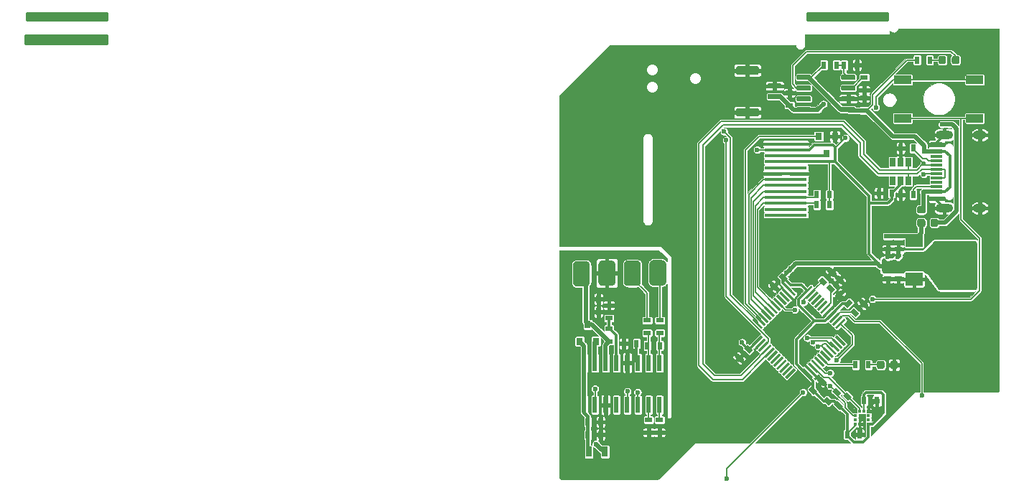
<source format=gbl>
G04 #@! TF.GenerationSoftware,KiCad,Pcbnew,5.1.5-52549c5~84~ubuntu19.10.1*
G04 #@! TF.CreationDate,2020-03-02T13:28:29+01:00*
G04 #@! TF.ProjectId,scale,7363616c-652e-46b6-9963-61645f706362,rev?*
G04 #@! TF.SameCoordinates,Original*
G04 #@! TF.FileFunction,Copper,L2,Bot*
G04 #@! TF.FilePolarity,Positive*
%FSLAX46Y46*%
G04 Gerber Fmt 4.6, Leading zero omitted, Abs format (unit mm)*
G04 Created by KiCad (PCBNEW 5.1.5-52549c5~84~ubuntu19.10.1) date 2020-03-02 13:28:29*
%MOMM*%
%LPD*%
G04 APERTURE LIST*
%ADD10R,2.000000X1.000000*%
%ADD11R,0.900000X0.600000*%
%ADD12C,0.100000*%
%ADD13R,0.600000X0.900000*%
%ADD14R,0.600000X1.950000*%
%ADD15R,0.375000X0.350000*%
%ADD16R,0.350000X0.375000*%
%ADD17R,0.700000X1.300000*%
%ADD18R,0.800000X0.900000*%
%ADD19R,1.450000X0.600000*%
%ADD20O,2.100000X1.000000*%
%ADD21O,1.600000X1.000000*%
%ADD22R,1.450000X0.300000*%
%ADD23R,2.000000X1.500000*%
%ADD24R,2.000000X3.800000*%
%ADD25R,0.650000X1.060000*%
%ADD26R,5.000000X0.400000*%
%ADD27C,0.600000*%
%ADD28C,0.500000*%
%ADD29C,0.200000*%
%ADD30C,0.300000*%
%ADD31C,0.400000*%
%ADD32C,0.127000*%
%ADD33C,0.254000*%
G04 APERTURE END LIST*
D10*
X216550000Y-110650000D03*
X216550000Y-106150000D03*
X225050000Y-106150000D03*
X225050000Y-110650000D03*
D11*
X212000000Y-108250000D03*
X212000000Y-109750000D03*
G04 #@! TA.AperFunction,SMDPad,CuDef*
D12*
G36*
X199374504Y-104526204D02*
G01*
X199398773Y-104529804D01*
X199422571Y-104535765D01*
X199445671Y-104544030D01*
X199467849Y-104554520D01*
X199488893Y-104567133D01*
X199508598Y-104581747D01*
X199526777Y-104598223D01*
X199543253Y-104616402D01*
X199557867Y-104636107D01*
X199570480Y-104657151D01*
X199580970Y-104679329D01*
X199589235Y-104702429D01*
X199595196Y-104726227D01*
X199598796Y-104750496D01*
X199600000Y-104775000D01*
X199600000Y-105275000D01*
X199598796Y-105299504D01*
X199595196Y-105323773D01*
X199589235Y-105347571D01*
X199580970Y-105370671D01*
X199570480Y-105392849D01*
X199557867Y-105413893D01*
X199543253Y-105433598D01*
X199526777Y-105451777D01*
X199508598Y-105468253D01*
X199488893Y-105482867D01*
X199467849Y-105495480D01*
X199445671Y-105505970D01*
X199422571Y-105514235D01*
X199398773Y-105520196D01*
X199374504Y-105523796D01*
X199350000Y-105525000D01*
X197150000Y-105525000D01*
X197125496Y-105523796D01*
X197101227Y-105520196D01*
X197077429Y-105514235D01*
X197054329Y-105505970D01*
X197032151Y-105495480D01*
X197011107Y-105482867D01*
X196991402Y-105468253D01*
X196973223Y-105451777D01*
X196956747Y-105433598D01*
X196942133Y-105413893D01*
X196929520Y-105392849D01*
X196919030Y-105370671D01*
X196910765Y-105347571D01*
X196904804Y-105323773D01*
X196901204Y-105299504D01*
X196900000Y-105275000D01*
X196900000Y-104775000D01*
X196901204Y-104750496D01*
X196904804Y-104726227D01*
X196910765Y-104702429D01*
X196919030Y-104679329D01*
X196929520Y-104657151D01*
X196942133Y-104636107D01*
X196956747Y-104616402D01*
X196973223Y-104598223D01*
X196991402Y-104581747D01*
X197011107Y-104567133D01*
X197032151Y-104554520D01*
X197054329Y-104544030D01*
X197077429Y-104535765D01*
X197101227Y-104529804D01*
X197125496Y-104526204D01*
X197150000Y-104525000D01*
X199350000Y-104525000D01*
X199374504Y-104526204D01*
G37*
G04 #@! TD.AperFunction*
G04 #@! TA.AperFunction,SMDPad,CuDef*
G36*
X199374504Y-109476204D02*
G01*
X199398773Y-109479804D01*
X199422571Y-109485765D01*
X199445671Y-109494030D01*
X199467849Y-109504520D01*
X199488893Y-109517133D01*
X199508598Y-109531747D01*
X199526777Y-109548223D01*
X199543253Y-109566402D01*
X199557867Y-109586107D01*
X199570480Y-109607151D01*
X199580970Y-109629329D01*
X199589235Y-109652429D01*
X199595196Y-109676227D01*
X199598796Y-109700496D01*
X199600000Y-109725000D01*
X199600000Y-110225000D01*
X199598796Y-110249504D01*
X199595196Y-110273773D01*
X199589235Y-110297571D01*
X199580970Y-110320671D01*
X199570480Y-110342849D01*
X199557867Y-110363893D01*
X199543253Y-110383598D01*
X199526777Y-110401777D01*
X199508598Y-110418253D01*
X199488893Y-110432867D01*
X199467849Y-110445480D01*
X199445671Y-110455970D01*
X199422571Y-110464235D01*
X199398773Y-110470196D01*
X199374504Y-110473796D01*
X199350000Y-110475000D01*
X197150000Y-110475000D01*
X197125496Y-110473796D01*
X197101227Y-110470196D01*
X197077429Y-110464235D01*
X197054329Y-110455970D01*
X197032151Y-110445480D01*
X197011107Y-110432867D01*
X196991402Y-110418253D01*
X196973223Y-110401777D01*
X196956747Y-110383598D01*
X196942133Y-110363893D01*
X196929520Y-110342849D01*
X196919030Y-110320671D01*
X196910765Y-110297571D01*
X196904804Y-110273773D01*
X196901204Y-110249504D01*
X196900000Y-110225000D01*
X196900000Y-109725000D01*
X196901204Y-109700496D01*
X196904804Y-109676227D01*
X196910765Y-109652429D01*
X196919030Y-109629329D01*
X196929520Y-109607151D01*
X196942133Y-109586107D01*
X196956747Y-109566402D01*
X196973223Y-109548223D01*
X196991402Y-109531747D01*
X197011107Y-109517133D01*
X197032151Y-109504520D01*
X197054329Y-109494030D01*
X197077429Y-109485765D01*
X197101227Y-109479804D01*
X197125496Y-109476204D01*
X197150000Y-109475000D01*
X199350000Y-109475000D01*
X199374504Y-109476204D01*
G37*
G04 #@! TD.AperFunction*
G04 #@! TA.AperFunction,SMDPad,CuDef*
G36*
X202164703Y-106575722D02*
G01*
X202179264Y-106577882D01*
X202193543Y-106581459D01*
X202207403Y-106586418D01*
X202220710Y-106592712D01*
X202233336Y-106600280D01*
X202245159Y-106609048D01*
X202256066Y-106618934D01*
X202265952Y-106629841D01*
X202274720Y-106641664D01*
X202282288Y-106654290D01*
X202288582Y-106667597D01*
X202293541Y-106681457D01*
X202297118Y-106695736D01*
X202299278Y-106710297D01*
X202300000Y-106725000D01*
X202300000Y-107025000D01*
X202299278Y-107039703D01*
X202297118Y-107054264D01*
X202293541Y-107068543D01*
X202288582Y-107082403D01*
X202282288Y-107095710D01*
X202274720Y-107108336D01*
X202265952Y-107120159D01*
X202256066Y-107131066D01*
X202245159Y-107140952D01*
X202233336Y-107149720D01*
X202220710Y-107157288D01*
X202207403Y-107163582D01*
X202193543Y-107168541D01*
X202179264Y-107172118D01*
X202164703Y-107174278D01*
X202150000Y-107175000D01*
X200750000Y-107175000D01*
X200735297Y-107174278D01*
X200720736Y-107172118D01*
X200706457Y-107168541D01*
X200692597Y-107163582D01*
X200679290Y-107157288D01*
X200666664Y-107149720D01*
X200654841Y-107140952D01*
X200643934Y-107131066D01*
X200634048Y-107120159D01*
X200625280Y-107108336D01*
X200617712Y-107095710D01*
X200611418Y-107082403D01*
X200606459Y-107068543D01*
X200602882Y-107054264D01*
X200600722Y-107039703D01*
X200600000Y-107025000D01*
X200600000Y-106725000D01*
X200600722Y-106710297D01*
X200602882Y-106695736D01*
X200606459Y-106681457D01*
X200611418Y-106667597D01*
X200617712Y-106654290D01*
X200625280Y-106641664D01*
X200634048Y-106629841D01*
X200643934Y-106618934D01*
X200654841Y-106609048D01*
X200666664Y-106600280D01*
X200679290Y-106592712D01*
X200692597Y-106586418D01*
X200706457Y-106581459D01*
X200720736Y-106577882D01*
X200735297Y-106575722D01*
X200750000Y-106575000D01*
X202150000Y-106575000D01*
X202164703Y-106575722D01*
G37*
G04 #@! TD.AperFunction*
G04 #@! TA.AperFunction,SMDPad,CuDef*
G36*
X202164703Y-107825722D02*
G01*
X202179264Y-107827882D01*
X202193543Y-107831459D01*
X202207403Y-107836418D01*
X202220710Y-107842712D01*
X202233336Y-107850280D01*
X202245159Y-107859048D01*
X202256066Y-107868934D01*
X202265952Y-107879841D01*
X202274720Y-107891664D01*
X202282288Y-107904290D01*
X202288582Y-107917597D01*
X202293541Y-107931457D01*
X202297118Y-107945736D01*
X202299278Y-107960297D01*
X202300000Y-107975000D01*
X202300000Y-108275000D01*
X202299278Y-108289703D01*
X202297118Y-108304264D01*
X202293541Y-108318543D01*
X202288582Y-108332403D01*
X202282288Y-108345710D01*
X202274720Y-108358336D01*
X202265952Y-108370159D01*
X202256066Y-108381066D01*
X202245159Y-108390952D01*
X202233336Y-108399720D01*
X202220710Y-108407288D01*
X202207403Y-108413582D01*
X202193543Y-108418541D01*
X202179264Y-108422118D01*
X202164703Y-108424278D01*
X202150000Y-108425000D01*
X200750000Y-108425000D01*
X200735297Y-108424278D01*
X200720736Y-108422118D01*
X200706457Y-108418541D01*
X200692597Y-108413582D01*
X200679290Y-108407288D01*
X200666664Y-108399720D01*
X200654841Y-108390952D01*
X200643934Y-108381066D01*
X200634048Y-108370159D01*
X200625280Y-108358336D01*
X200617712Y-108345710D01*
X200611418Y-108332403D01*
X200606459Y-108318543D01*
X200602882Y-108304264D01*
X200600722Y-108289703D01*
X200600000Y-108275000D01*
X200600000Y-107975000D01*
X200600722Y-107960297D01*
X200602882Y-107945736D01*
X200606459Y-107931457D01*
X200611418Y-107917597D01*
X200617712Y-107904290D01*
X200625280Y-107891664D01*
X200634048Y-107879841D01*
X200643934Y-107868934D01*
X200654841Y-107859048D01*
X200666664Y-107850280D01*
X200679290Y-107842712D01*
X200692597Y-107836418D01*
X200706457Y-107831459D01*
X200720736Y-107827882D01*
X200735297Y-107825722D01*
X200750000Y-107825000D01*
X202150000Y-107825000D01*
X202164703Y-107825722D01*
G37*
G04 #@! TD.AperFunction*
G04 #@! TA.AperFunction,SMDPad,CuDef*
G36*
X220527691Y-122526053D02*
G01*
X220548926Y-122529203D01*
X220569750Y-122534419D01*
X220589962Y-122541651D01*
X220609368Y-122550830D01*
X220627781Y-122561866D01*
X220645024Y-122574654D01*
X220660930Y-122589070D01*
X220675346Y-122604976D01*
X220688134Y-122622219D01*
X220699170Y-122640632D01*
X220708349Y-122660038D01*
X220715581Y-122680250D01*
X220720797Y-122701074D01*
X220723947Y-122722309D01*
X220725000Y-122743750D01*
X220725000Y-123256250D01*
X220723947Y-123277691D01*
X220720797Y-123298926D01*
X220715581Y-123319750D01*
X220708349Y-123339962D01*
X220699170Y-123359368D01*
X220688134Y-123377781D01*
X220675346Y-123395024D01*
X220660930Y-123410930D01*
X220645024Y-123425346D01*
X220627781Y-123438134D01*
X220609368Y-123449170D01*
X220589962Y-123458349D01*
X220569750Y-123465581D01*
X220548926Y-123470797D01*
X220527691Y-123473947D01*
X220506250Y-123475000D01*
X220068750Y-123475000D01*
X220047309Y-123473947D01*
X220026074Y-123470797D01*
X220005250Y-123465581D01*
X219985038Y-123458349D01*
X219965632Y-123449170D01*
X219947219Y-123438134D01*
X219929976Y-123425346D01*
X219914070Y-123410930D01*
X219899654Y-123395024D01*
X219886866Y-123377781D01*
X219875830Y-123359368D01*
X219866651Y-123339962D01*
X219859419Y-123319750D01*
X219854203Y-123298926D01*
X219851053Y-123277691D01*
X219850000Y-123256250D01*
X219850000Y-122743750D01*
X219851053Y-122722309D01*
X219854203Y-122701074D01*
X219859419Y-122680250D01*
X219866651Y-122660038D01*
X219875830Y-122640632D01*
X219886866Y-122622219D01*
X219899654Y-122604976D01*
X219914070Y-122589070D01*
X219929976Y-122574654D01*
X219947219Y-122561866D01*
X219965632Y-122550830D01*
X219985038Y-122541651D01*
X220005250Y-122534419D01*
X220026074Y-122529203D01*
X220047309Y-122526053D01*
X220068750Y-122525000D01*
X220506250Y-122525000D01*
X220527691Y-122526053D01*
G37*
G04 #@! TD.AperFunction*
G04 #@! TA.AperFunction,SMDPad,CuDef*
G36*
X218952691Y-122526053D02*
G01*
X218973926Y-122529203D01*
X218994750Y-122534419D01*
X219014962Y-122541651D01*
X219034368Y-122550830D01*
X219052781Y-122561866D01*
X219070024Y-122574654D01*
X219085930Y-122589070D01*
X219100346Y-122604976D01*
X219113134Y-122622219D01*
X219124170Y-122640632D01*
X219133349Y-122660038D01*
X219140581Y-122680250D01*
X219145797Y-122701074D01*
X219148947Y-122722309D01*
X219150000Y-122743750D01*
X219150000Y-123256250D01*
X219148947Y-123277691D01*
X219145797Y-123298926D01*
X219140581Y-123319750D01*
X219133349Y-123339962D01*
X219124170Y-123359368D01*
X219113134Y-123377781D01*
X219100346Y-123395024D01*
X219085930Y-123410930D01*
X219070024Y-123425346D01*
X219052781Y-123438134D01*
X219034368Y-123449170D01*
X219014962Y-123458349D01*
X218994750Y-123465581D01*
X218973926Y-123470797D01*
X218952691Y-123473947D01*
X218931250Y-123475000D01*
X218493750Y-123475000D01*
X218472309Y-123473947D01*
X218451074Y-123470797D01*
X218430250Y-123465581D01*
X218410038Y-123458349D01*
X218390632Y-123449170D01*
X218372219Y-123438134D01*
X218354976Y-123425346D01*
X218339070Y-123410930D01*
X218324654Y-123395024D01*
X218311866Y-123377781D01*
X218300830Y-123359368D01*
X218291651Y-123339962D01*
X218284419Y-123319750D01*
X218279203Y-123298926D01*
X218276053Y-123277691D01*
X218275000Y-123256250D01*
X218275000Y-122743750D01*
X218276053Y-122722309D01*
X218279203Y-122701074D01*
X218284419Y-122680250D01*
X218291651Y-122660038D01*
X218300830Y-122640632D01*
X218311866Y-122622219D01*
X218324654Y-122604976D01*
X218339070Y-122589070D01*
X218354976Y-122574654D01*
X218372219Y-122561866D01*
X218390632Y-122550830D01*
X218410038Y-122541651D01*
X218430250Y-122534419D01*
X218451074Y-122529203D01*
X218472309Y-122526053D01*
X218493750Y-122525000D01*
X218931250Y-122525000D01*
X218952691Y-122526053D01*
G37*
G04 #@! TD.AperFunction*
G04 #@! TA.AperFunction,SMDPad,CuDef*
G36*
X219027691Y-121026053D02*
G01*
X219048926Y-121029203D01*
X219069750Y-121034419D01*
X219089962Y-121041651D01*
X219109368Y-121050830D01*
X219127781Y-121061866D01*
X219145024Y-121074654D01*
X219160930Y-121089070D01*
X219175346Y-121104976D01*
X219188134Y-121122219D01*
X219199170Y-121140632D01*
X219208349Y-121160038D01*
X219215581Y-121180250D01*
X219220797Y-121201074D01*
X219223947Y-121222309D01*
X219225000Y-121243750D01*
X219225000Y-121681250D01*
X219223947Y-121702691D01*
X219220797Y-121723926D01*
X219215581Y-121744750D01*
X219208349Y-121764962D01*
X219199170Y-121784368D01*
X219188134Y-121802781D01*
X219175346Y-121820024D01*
X219160930Y-121835930D01*
X219145024Y-121850346D01*
X219127781Y-121863134D01*
X219109368Y-121874170D01*
X219089962Y-121883349D01*
X219069750Y-121890581D01*
X219048926Y-121895797D01*
X219027691Y-121898947D01*
X219006250Y-121900000D01*
X218493750Y-121900000D01*
X218472309Y-121898947D01*
X218451074Y-121895797D01*
X218430250Y-121890581D01*
X218410038Y-121883349D01*
X218390632Y-121874170D01*
X218372219Y-121863134D01*
X218354976Y-121850346D01*
X218339070Y-121835930D01*
X218324654Y-121820024D01*
X218311866Y-121802781D01*
X218300830Y-121784368D01*
X218291651Y-121764962D01*
X218284419Y-121744750D01*
X218279203Y-121723926D01*
X218276053Y-121702691D01*
X218275000Y-121681250D01*
X218275000Y-121243750D01*
X218276053Y-121222309D01*
X218279203Y-121201074D01*
X218284419Y-121180250D01*
X218291651Y-121160038D01*
X218300830Y-121140632D01*
X218311866Y-121122219D01*
X218324654Y-121104976D01*
X218339070Y-121089070D01*
X218354976Y-121074654D01*
X218372219Y-121061866D01*
X218390632Y-121050830D01*
X218410038Y-121041651D01*
X218430250Y-121034419D01*
X218451074Y-121029203D01*
X218472309Y-121026053D01*
X218493750Y-121025000D01*
X219006250Y-121025000D01*
X219027691Y-121026053D01*
G37*
G04 #@! TD.AperFunction*
G04 #@! TA.AperFunction,SMDPad,CuDef*
G36*
X219027691Y-122601053D02*
G01*
X219048926Y-122604203D01*
X219069750Y-122609419D01*
X219089962Y-122616651D01*
X219109368Y-122625830D01*
X219127781Y-122636866D01*
X219145024Y-122649654D01*
X219160930Y-122664070D01*
X219175346Y-122679976D01*
X219188134Y-122697219D01*
X219199170Y-122715632D01*
X219208349Y-122735038D01*
X219215581Y-122755250D01*
X219220797Y-122776074D01*
X219223947Y-122797309D01*
X219225000Y-122818750D01*
X219225000Y-123256250D01*
X219223947Y-123277691D01*
X219220797Y-123298926D01*
X219215581Y-123319750D01*
X219208349Y-123339962D01*
X219199170Y-123359368D01*
X219188134Y-123377781D01*
X219175346Y-123395024D01*
X219160930Y-123410930D01*
X219145024Y-123425346D01*
X219127781Y-123438134D01*
X219109368Y-123449170D01*
X219089962Y-123458349D01*
X219069750Y-123465581D01*
X219048926Y-123470797D01*
X219027691Y-123473947D01*
X219006250Y-123475000D01*
X218493750Y-123475000D01*
X218472309Y-123473947D01*
X218451074Y-123470797D01*
X218430250Y-123465581D01*
X218410038Y-123458349D01*
X218390632Y-123449170D01*
X218372219Y-123438134D01*
X218354976Y-123425346D01*
X218339070Y-123410930D01*
X218324654Y-123395024D01*
X218311866Y-123377781D01*
X218300830Y-123359368D01*
X218291651Y-123339962D01*
X218284419Y-123319750D01*
X218279203Y-123298926D01*
X218276053Y-123277691D01*
X218275000Y-123256250D01*
X218275000Y-122818750D01*
X218276053Y-122797309D01*
X218279203Y-122776074D01*
X218284419Y-122755250D01*
X218291651Y-122735038D01*
X218300830Y-122715632D01*
X218311866Y-122697219D01*
X218324654Y-122679976D01*
X218339070Y-122664070D01*
X218354976Y-122649654D01*
X218372219Y-122636866D01*
X218390632Y-122625830D01*
X218410038Y-122616651D01*
X218430250Y-122609419D01*
X218451074Y-122604203D01*
X218472309Y-122601053D01*
X218493750Y-122600000D01*
X219006250Y-122600000D01*
X219027691Y-122601053D01*
G37*
G04 #@! TD.AperFunction*
G04 #@! TA.AperFunction,SMDPad,CuDef*
G36*
X205564703Y-105545722D02*
G01*
X205579264Y-105547882D01*
X205593543Y-105551459D01*
X205607403Y-105556418D01*
X205620710Y-105562712D01*
X205633336Y-105570280D01*
X205645159Y-105579048D01*
X205656066Y-105588934D01*
X205665952Y-105599841D01*
X205674720Y-105611664D01*
X205682288Y-105624290D01*
X205688582Y-105637597D01*
X205693541Y-105651457D01*
X205697118Y-105665736D01*
X205699278Y-105680297D01*
X205700000Y-105695000D01*
X205700000Y-105995000D01*
X205699278Y-106009703D01*
X205697118Y-106024264D01*
X205693541Y-106038543D01*
X205688582Y-106052403D01*
X205682288Y-106065710D01*
X205674720Y-106078336D01*
X205665952Y-106090159D01*
X205656066Y-106101066D01*
X205645159Y-106110952D01*
X205633336Y-106119720D01*
X205620710Y-106127288D01*
X205607403Y-106133582D01*
X205593543Y-106138541D01*
X205579264Y-106142118D01*
X205564703Y-106144278D01*
X205550000Y-106145000D01*
X204200000Y-106145000D01*
X204185297Y-106144278D01*
X204170736Y-106142118D01*
X204156457Y-106138541D01*
X204142597Y-106133582D01*
X204129290Y-106127288D01*
X204116664Y-106119720D01*
X204104841Y-106110952D01*
X204093934Y-106101066D01*
X204084048Y-106090159D01*
X204075280Y-106078336D01*
X204067712Y-106065710D01*
X204061418Y-106052403D01*
X204056459Y-106038543D01*
X204052882Y-106024264D01*
X204050722Y-106009703D01*
X204050000Y-105995000D01*
X204050000Y-105695000D01*
X204050722Y-105680297D01*
X204052882Y-105665736D01*
X204056459Y-105651457D01*
X204061418Y-105637597D01*
X204067712Y-105624290D01*
X204075280Y-105611664D01*
X204084048Y-105599841D01*
X204093934Y-105588934D01*
X204104841Y-105579048D01*
X204116664Y-105570280D01*
X204129290Y-105562712D01*
X204142597Y-105556418D01*
X204156457Y-105551459D01*
X204170736Y-105547882D01*
X204185297Y-105545722D01*
X204200000Y-105545000D01*
X205550000Y-105545000D01*
X205564703Y-105545722D01*
G37*
G04 #@! TD.AperFunction*
G04 #@! TA.AperFunction,SMDPad,CuDef*
G36*
X205564703Y-106815722D02*
G01*
X205579264Y-106817882D01*
X205593543Y-106821459D01*
X205607403Y-106826418D01*
X205620710Y-106832712D01*
X205633336Y-106840280D01*
X205645159Y-106849048D01*
X205656066Y-106858934D01*
X205665952Y-106869841D01*
X205674720Y-106881664D01*
X205682288Y-106894290D01*
X205688582Y-106907597D01*
X205693541Y-106921457D01*
X205697118Y-106935736D01*
X205699278Y-106950297D01*
X205700000Y-106965000D01*
X205700000Y-107265000D01*
X205699278Y-107279703D01*
X205697118Y-107294264D01*
X205693541Y-107308543D01*
X205688582Y-107322403D01*
X205682288Y-107335710D01*
X205674720Y-107348336D01*
X205665952Y-107360159D01*
X205656066Y-107371066D01*
X205645159Y-107380952D01*
X205633336Y-107389720D01*
X205620710Y-107397288D01*
X205607403Y-107403582D01*
X205593543Y-107408541D01*
X205579264Y-107412118D01*
X205564703Y-107414278D01*
X205550000Y-107415000D01*
X204200000Y-107415000D01*
X204185297Y-107414278D01*
X204170736Y-107412118D01*
X204156457Y-107408541D01*
X204142597Y-107403582D01*
X204129290Y-107397288D01*
X204116664Y-107389720D01*
X204104841Y-107380952D01*
X204093934Y-107371066D01*
X204084048Y-107360159D01*
X204075280Y-107348336D01*
X204067712Y-107335710D01*
X204061418Y-107322403D01*
X204056459Y-107308543D01*
X204052882Y-107294264D01*
X204050722Y-107279703D01*
X204050000Y-107265000D01*
X204050000Y-106965000D01*
X204050722Y-106950297D01*
X204052882Y-106935736D01*
X204056459Y-106921457D01*
X204061418Y-106907597D01*
X204067712Y-106894290D01*
X204075280Y-106881664D01*
X204084048Y-106869841D01*
X204093934Y-106858934D01*
X204104841Y-106849048D01*
X204116664Y-106840280D01*
X204129290Y-106832712D01*
X204142597Y-106826418D01*
X204156457Y-106821459D01*
X204170736Y-106817882D01*
X204185297Y-106815722D01*
X204200000Y-106815000D01*
X205550000Y-106815000D01*
X205564703Y-106815722D01*
G37*
G04 #@! TD.AperFunction*
G04 #@! TA.AperFunction,SMDPad,CuDef*
G36*
X205564703Y-108085722D02*
G01*
X205579264Y-108087882D01*
X205593543Y-108091459D01*
X205607403Y-108096418D01*
X205620710Y-108102712D01*
X205633336Y-108110280D01*
X205645159Y-108119048D01*
X205656066Y-108128934D01*
X205665952Y-108139841D01*
X205674720Y-108151664D01*
X205682288Y-108164290D01*
X205688582Y-108177597D01*
X205693541Y-108191457D01*
X205697118Y-108205736D01*
X205699278Y-108220297D01*
X205700000Y-108235000D01*
X205700000Y-108535000D01*
X205699278Y-108549703D01*
X205697118Y-108564264D01*
X205693541Y-108578543D01*
X205688582Y-108592403D01*
X205682288Y-108605710D01*
X205674720Y-108618336D01*
X205665952Y-108630159D01*
X205656066Y-108641066D01*
X205645159Y-108650952D01*
X205633336Y-108659720D01*
X205620710Y-108667288D01*
X205607403Y-108673582D01*
X205593543Y-108678541D01*
X205579264Y-108682118D01*
X205564703Y-108684278D01*
X205550000Y-108685000D01*
X204200000Y-108685000D01*
X204185297Y-108684278D01*
X204170736Y-108682118D01*
X204156457Y-108678541D01*
X204142597Y-108673582D01*
X204129290Y-108667288D01*
X204116664Y-108659720D01*
X204104841Y-108650952D01*
X204093934Y-108641066D01*
X204084048Y-108630159D01*
X204075280Y-108618336D01*
X204067712Y-108605710D01*
X204061418Y-108592403D01*
X204056459Y-108578543D01*
X204052882Y-108564264D01*
X204050722Y-108549703D01*
X204050000Y-108535000D01*
X204050000Y-108235000D01*
X204050722Y-108220297D01*
X204052882Y-108205736D01*
X204056459Y-108191457D01*
X204061418Y-108177597D01*
X204067712Y-108164290D01*
X204075280Y-108151664D01*
X204084048Y-108139841D01*
X204093934Y-108128934D01*
X204104841Y-108119048D01*
X204116664Y-108110280D01*
X204129290Y-108102712D01*
X204142597Y-108096418D01*
X204156457Y-108091459D01*
X204170736Y-108087882D01*
X204185297Y-108085722D01*
X204200000Y-108085000D01*
X205550000Y-108085000D01*
X205564703Y-108085722D01*
G37*
G04 #@! TD.AperFunction*
G04 #@! TA.AperFunction,SMDPad,CuDef*
G36*
X205564703Y-109355722D02*
G01*
X205579264Y-109357882D01*
X205593543Y-109361459D01*
X205607403Y-109366418D01*
X205620710Y-109372712D01*
X205633336Y-109380280D01*
X205645159Y-109389048D01*
X205656066Y-109398934D01*
X205665952Y-109409841D01*
X205674720Y-109421664D01*
X205682288Y-109434290D01*
X205688582Y-109447597D01*
X205693541Y-109461457D01*
X205697118Y-109475736D01*
X205699278Y-109490297D01*
X205700000Y-109505000D01*
X205700000Y-109805000D01*
X205699278Y-109819703D01*
X205697118Y-109834264D01*
X205693541Y-109848543D01*
X205688582Y-109862403D01*
X205682288Y-109875710D01*
X205674720Y-109888336D01*
X205665952Y-109900159D01*
X205656066Y-109911066D01*
X205645159Y-109920952D01*
X205633336Y-109929720D01*
X205620710Y-109937288D01*
X205607403Y-109943582D01*
X205593543Y-109948541D01*
X205579264Y-109952118D01*
X205564703Y-109954278D01*
X205550000Y-109955000D01*
X204200000Y-109955000D01*
X204185297Y-109954278D01*
X204170736Y-109952118D01*
X204156457Y-109948541D01*
X204142597Y-109943582D01*
X204129290Y-109937288D01*
X204116664Y-109929720D01*
X204104841Y-109920952D01*
X204093934Y-109911066D01*
X204084048Y-109900159D01*
X204075280Y-109888336D01*
X204067712Y-109875710D01*
X204061418Y-109862403D01*
X204056459Y-109848543D01*
X204052882Y-109834264D01*
X204050722Y-109819703D01*
X204050000Y-109805000D01*
X204050000Y-109505000D01*
X204050722Y-109490297D01*
X204052882Y-109475736D01*
X204056459Y-109461457D01*
X204061418Y-109447597D01*
X204067712Y-109434290D01*
X204075280Y-109421664D01*
X204084048Y-109409841D01*
X204093934Y-109398934D01*
X204104841Y-109389048D01*
X204116664Y-109380280D01*
X204129290Y-109372712D01*
X204142597Y-109366418D01*
X204156457Y-109361459D01*
X204170736Y-109357882D01*
X204185297Y-109355722D01*
X204200000Y-109355000D01*
X205550000Y-109355000D01*
X205564703Y-109355722D01*
G37*
G04 #@! TD.AperFunction*
G04 #@! TA.AperFunction,SMDPad,CuDef*
G36*
X210814703Y-109355722D02*
G01*
X210829264Y-109357882D01*
X210843543Y-109361459D01*
X210857403Y-109366418D01*
X210870710Y-109372712D01*
X210883336Y-109380280D01*
X210895159Y-109389048D01*
X210906066Y-109398934D01*
X210915952Y-109409841D01*
X210924720Y-109421664D01*
X210932288Y-109434290D01*
X210938582Y-109447597D01*
X210943541Y-109461457D01*
X210947118Y-109475736D01*
X210949278Y-109490297D01*
X210950000Y-109505000D01*
X210950000Y-109805000D01*
X210949278Y-109819703D01*
X210947118Y-109834264D01*
X210943541Y-109848543D01*
X210938582Y-109862403D01*
X210932288Y-109875710D01*
X210924720Y-109888336D01*
X210915952Y-109900159D01*
X210906066Y-109911066D01*
X210895159Y-109920952D01*
X210883336Y-109929720D01*
X210870710Y-109937288D01*
X210857403Y-109943582D01*
X210843543Y-109948541D01*
X210829264Y-109952118D01*
X210814703Y-109954278D01*
X210800000Y-109955000D01*
X209450000Y-109955000D01*
X209435297Y-109954278D01*
X209420736Y-109952118D01*
X209406457Y-109948541D01*
X209392597Y-109943582D01*
X209379290Y-109937288D01*
X209366664Y-109929720D01*
X209354841Y-109920952D01*
X209343934Y-109911066D01*
X209334048Y-109900159D01*
X209325280Y-109888336D01*
X209317712Y-109875710D01*
X209311418Y-109862403D01*
X209306459Y-109848543D01*
X209302882Y-109834264D01*
X209300722Y-109819703D01*
X209300000Y-109805000D01*
X209300000Y-109505000D01*
X209300722Y-109490297D01*
X209302882Y-109475736D01*
X209306459Y-109461457D01*
X209311418Y-109447597D01*
X209317712Y-109434290D01*
X209325280Y-109421664D01*
X209334048Y-109409841D01*
X209343934Y-109398934D01*
X209354841Y-109389048D01*
X209366664Y-109380280D01*
X209379290Y-109372712D01*
X209392597Y-109366418D01*
X209406457Y-109361459D01*
X209420736Y-109357882D01*
X209435297Y-109355722D01*
X209450000Y-109355000D01*
X210800000Y-109355000D01*
X210814703Y-109355722D01*
G37*
G04 #@! TD.AperFunction*
G04 #@! TA.AperFunction,SMDPad,CuDef*
G36*
X210814703Y-108085722D02*
G01*
X210829264Y-108087882D01*
X210843543Y-108091459D01*
X210857403Y-108096418D01*
X210870710Y-108102712D01*
X210883336Y-108110280D01*
X210895159Y-108119048D01*
X210906066Y-108128934D01*
X210915952Y-108139841D01*
X210924720Y-108151664D01*
X210932288Y-108164290D01*
X210938582Y-108177597D01*
X210943541Y-108191457D01*
X210947118Y-108205736D01*
X210949278Y-108220297D01*
X210950000Y-108235000D01*
X210950000Y-108535000D01*
X210949278Y-108549703D01*
X210947118Y-108564264D01*
X210943541Y-108578543D01*
X210938582Y-108592403D01*
X210932288Y-108605710D01*
X210924720Y-108618336D01*
X210915952Y-108630159D01*
X210906066Y-108641066D01*
X210895159Y-108650952D01*
X210883336Y-108659720D01*
X210870710Y-108667288D01*
X210857403Y-108673582D01*
X210843543Y-108678541D01*
X210829264Y-108682118D01*
X210814703Y-108684278D01*
X210800000Y-108685000D01*
X209450000Y-108685000D01*
X209435297Y-108684278D01*
X209420736Y-108682118D01*
X209406457Y-108678541D01*
X209392597Y-108673582D01*
X209379290Y-108667288D01*
X209366664Y-108659720D01*
X209354841Y-108650952D01*
X209343934Y-108641066D01*
X209334048Y-108630159D01*
X209325280Y-108618336D01*
X209317712Y-108605710D01*
X209311418Y-108592403D01*
X209306459Y-108578543D01*
X209302882Y-108564264D01*
X209300722Y-108549703D01*
X209300000Y-108535000D01*
X209300000Y-108235000D01*
X209300722Y-108220297D01*
X209302882Y-108205736D01*
X209306459Y-108191457D01*
X209311418Y-108177597D01*
X209317712Y-108164290D01*
X209325280Y-108151664D01*
X209334048Y-108139841D01*
X209343934Y-108128934D01*
X209354841Y-108119048D01*
X209366664Y-108110280D01*
X209379290Y-108102712D01*
X209392597Y-108096418D01*
X209406457Y-108091459D01*
X209420736Y-108087882D01*
X209435297Y-108085722D01*
X209450000Y-108085000D01*
X210800000Y-108085000D01*
X210814703Y-108085722D01*
G37*
G04 #@! TD.AperFunction*
G04 #@! TA.AperFunction,SMDPad,CuDef*
G36*
X210814703Y-106815722D02*
G01*
X210829264Y-106817882D01*
X210843543Y-106821459D01*
X210857403Y-106826418D01*
X210870710Y-106832712D01*
X210883336Y-106840280D01*
X210895159Y-106849048D01*
X210906066Y-106858934D01*
X210915952Y-106869841D01*
X210924720Y-106881664D01*
X210932288Y-106894290D01*
X210938582Y-106907597D01*
X210943541Y-106921457D01*
X210947118Y-106935736D01*
X210949278Y-106950297D01*
X210950000Y-106965000D01*
X210950000Y-107265000D01*
X210949278Y-107279703D01*
X210947118Y-107294264D01*
X210943541Y-107308543D01*
X210938582Y-107322403D01*
X210932288Y-107335710D01*
X210924720Y-107348336D01*
X210915952Y-107360159D01*
X210906066Y-107371066D01*
X210895159Y-107380952D01*
X210883336Y-107389720D01*
X210870710Y-107397288D01*
X210857403Y-107403582D01*
X210843543Y-107408541D01*
X210829264Y-107412118D01*
X210814703Y-107414278D01*
X210800000Y-107415000D01*
X209450000Y-107415000D01*
X209435297Y-107414278D01*
X209420736Y-107412118D01*
X209406457Y-107408541D01*
X209392597Y-107403582D01*
X209379290Y-107397288D01*
X209366664Y-107389720D01*
X209354841Y-107380952D01*
X209343934Y-107371066D01*
X209334048Y-107360159D01*
X209325280Y-107348336D01*
X209317712Y-107335710D01*
X209311418Y-107322403D01*
X209306459Y-107308543D01*
X209302882Y-107294264D01*
X209300722Y-107279703D01*
X209300000Y-107265000D01*
X209300000Y-106965000D01*
X209300722Y-106950297D01*
X209302882Y-106935736D01*
X209306459Y-106921457D01*
X209311418Y-106907597D01*
X209317712Y-106894290D01*
X209325280Y-106881664D01*
X209334048Y-106869841D01*
X209343934Y-106858934D01*
X209354841Y-106849048D01*
X209366664Y-106840280D01*
X209379290Y-106832712D01*
X209392597Y-106826418D01*
X209406457Y-106821459D01*
X209420736Y-106817882D01*
X209435297Y-106815722D01*
X209450000Y-106815000D01*
X210800000Y-106815000D01*
X210814703Y-106815722D01*
G37*
G04 #@! TD.AperFunction*
G04 #@! TA.AperFunction,SMDPad,CuDef*
G36*
X210814703Y-105545722D02*
G01*
X210829264Y-105547882D01*
X210843543Y-105551459D01*
X210857403Y-105556418D01*
X210870710Y-105562712D01*
X210883336Y-105570280D01*
X210895159Y-105579048D01*
X210906066Y-105588934D01*
X210915952Y-105599841D01*
X210924720Y-105611664D01*
X210932288Y-105624290D01*
X210938582Y-105637597D01*
X210943541Y-105651457D01*
X210947118Y-105665736D01*
X210949278Y-105680297D01*
X210950000Y-105695000D01*
X210950000Y-105995000D01*
X210949278Y-106009703D01*
X210947118Y-106024264D01*
X210943541Y-106038543D01*
X210938582Y-106052403D01*
X210932288Y-106065710D01*
X210924720Y-106078336D01*
X210915952Y-106090159D01*
X210906066Y-106101066D01*
X210895159Y-106110952D01*
X210883336Y-106119720D01*
X210870710Y-106127288D01*
X210857403Y-106133582D01*
X210843543Y-106138541D01*
X210829264Y-106142118D01*
X210814703Y-106144278D01*
X210800000Y-106145000D01*
X209450000Y-106145000D01*
X209435297Y-106144278D01*
X209420736Y-106142118D01*
X209406457Y-106138541D01*
X209392597Y-106133582D01*
X209379290Y-106127288D01*
X209366664Y-106119720D01*
X209354841Y-106110952D01*
X209343934Y-106101066D01*
X209334048Y-106090159D01*
X209325280Y-106078336D01*
X209317712Y-106065710D01*
X209311418Y-106052403D01*
X209306459Y-106038543D01*
X209302882Y-106024264D01*
X209300722Y-106009703D01*
X209300000Y-105995000D01*
X209300000Y-105695000D01*
X209300722Y-105680297D01*
X209302882Y-105665736D01*
X209306459Y-105651457D01*
X209311418Y-105637597D01*
X209317712Y-105624290D01*
X209325280Y-105611664D01*
X209334048Y-105599841D01*
X209343934Y-105588934D01*
X209354841Y-105579048D01*
X209366664Y-105570280D01*
X209379290Y-105562712D01*
X209392597Y-105556418D01*
X209406457Y-105551459D01*
X209420736Y-105547882D01*
X209435297Y-105545722D01*
X209450000Y-105545000D01*
X210800000Y-105545000D01*
X210814703Y-105545722D01*
G37*
G04 #@! TD.AperFunction*
D13*
X211150000Y-104400000D03*
X209650000Y-104400000D03*
X208750000Y-104400000D03*
X207250000Y-104400000D03*
D11*
X212000000Y-107350000D03*
X212000000Y-105850000D03*
D13*
X219750000Y-103800000D03*
X218250000Y-103800000D03*
G04 #@! TA.AperFunction,SMDPad,CuDef*
D12*
G36*
X221452691Y-103326054D02*
G01*
X221473926Y-103329204D01*
X221494750Y-103334420D01*
X221514962Y-103341652D01*
X221534368Y-103350831D01*
X221552781Y-103361867D01*
X221570024Y-103374655D01*
X221585930Y-103389071D01*
X221600346Y-103404977D01*
X221613134Y-103422220D01*
X221624170Y-103440633D01*
X221633349Y-103460039D01*
X221640581Y-103480251D01*
X221645797Y-103501075D01*
X221648947Y-103522310D01*
X221650000Y-103543751D01*
X221650000Y-104056251D01*
X221648947Y-104077692D01*
X221645797Y-104098927D01*
X221640581Y-104119751D01*
X221633349Y-104139963D01*
X221624170Y-104159369D01*
X221613134Y-104177782D01*
X221600346Y-104195025D01*
X221585930Y-104210931D01*
X221570024Y-104225347D01*
X221552781Y-104238135D01*
X221534368Y-104249171D01*
X221514962Y-104258350D01*
X221494750Y-104265582D01*
X221473926Y-104270798D01*
X221452691Y-104273948D01*
X221431250Y-104275001D01*
X220993750Y-104275001D01*
X220972309Y-104273948D01*
X220951074Y-104270798D01*
X220930250Y-104265582D01*
X220910038Y-104258350D01*
X220890632Y-104249171D01*
X220872219Y-104238135D01*
X220854976Y-104225347D01*
X220839070Y-104210931D01*
X220824654Y-104195025D01*
X220811866Y-104177782D01*
X220800830Y-104159369D01*
X220791651Y-104139963D01*
X220784419Y-104119751D01*
X220779203Y-104098927D01*
X220776053Y-104077692D01*
X220775000Y-104056251D01*
X220775000Y-103543751D01*
X220776053Y-103522310D01*
X220779203Y-103501075D01*
X220784419Y-103480251D01*
X220791651Y-103460039D01*
X220800830Y-103440633D01*
X220811866Y-103422220D01*
X220824654Y-103404977D01*
X220839070Y-103389071D01*
X220854976Y-103374655D01*
X220872219Y-103361867D01*
X220890632Y-103350831D01*
X220910038Y-103341652D01*
X220930250Y-103334420D01*
X220951074Y-103329204D01*
X220972309Y-103326054D01*
X220993750Y-103325001D01*
X221431250Y-103325001D01*
X221452691Y-103326054D01*
G37*
G04 #@! TD.AperFunction*
G04 #@! TA.AperFunction,SMDPad,CuDef*
G36*
X223027691Y-103326054D02*
G01*
X223048926Y-103329204D01*
X223069750Y-103334420D01*
X223089962Y-103341652D01*
X223109368Y-103350831D01*
X223127781Y-103361867D01*
X223145024Y-103374655D01*
X223160930Y-103389071D01*
X223175346Y-103404977D01*
X223188134Y-103422220D01*
X223199170Y-103440633D01*
X223208349Y-103460039D01*
X223215581Y-103480251D01*
X223220797Y-103501075D01*
X223223947Y-103522310D01*
X223225000Y-103543751D01*
X223225000Y-104056251D01*
X223223947Y-104077692D01*
X223220797Y-104098927D01*
X223215581Y-104119751D01*
X223208349Y-104139963D01*
X223199170Y-104159369D01*
X223188134Y-104177782D01*
X223175346Y-104195025D01*
X223160930Y-104210931D01*
X223145024Y-104225347D01*
X223127781Y-104238135D01*
X223109368Y-104249171D01*
X223089962Y-104258350D01*
X223069750Y-104265582D01*
X223048926Y-104270798D01*
X223027691Y-104273948D01*
X223006250Y-104275001D01*
X222568750Y-104275001D01*
X222547309Y-104273948D01*
X222526074Y-104270798D01*
X222505250Y-104265582D01*
X222485038Y-104258350D01*
X222465632Y-104249171D01*
X222447219Y-104238135D01*
X222429976Y-104225347D01*
X222414070Y-104210931D01*
X222399654Y-104195025D01*
X222386866Y-104177782D01*
X222375830Y-104159369D01*
X222366651Y-104139963D01*
X222359419Y-104119751D01*
X222354203Y-104098927D01*
X222351053Y-104077692D01*
X222350000Y-104056251D01*
X222350000Y-103543751D01*
X222351053Y-103522310D01*
X222354203Y-103501075D01*
X222359419Y-103480251D01*
X222366651Y-103460039D01*
X222375830Y-103440633D01*
X222386866Y-103422220D01*
X222399654Y-103404977D01*
X222414070Y-103389071D01*
X222429976Y-103374655D01*
X222447219Y-103361867D01*
X222465632Y-103350831D01*
X222485038Y-103341652D01*
X222505250Y-103334420D01*
X222526074Y-103329204D01*
X222547309Y-103326054D01*
X222568750Y-103325001D01*
X223006250Y-103325001D01*
X223027691Y-103326054D01*
G37*
G04 #@! TD.AperFunction*
D11*
X203200000Y-107650000D03*
X203200000Y-109150000D03*
D14*
X178978223Y-144480329D03*
X180248223Y-144480329D03*
X181518223Y-144480329D03*
X182788223Y-144480329D03*
X184058223Y-144480329D03*
X185328223Y-144480329D03*
X186598223Y-144480329D03*
X187868223Y-144480329D03*
X187868223Y-139530329D03*
X186598223Y-139530329D03*
X185328223Y-139530329D03*
X184058223Y-139530329D03*
X182788223Y-139530329D03*
X181518223Y-139530329D03*
X180248223Y-139530329D03*
X178978223Y-139530329D03*
G04 #@! TA.AperFunction,SMDPad,CuDef*
D12*
G36*
X202903985Y-130383526D02*
G01*
X203946967Y-131426508D01*
X203734835Y-131638640D01*
X202691853Y-130595658D01*
X202903985Y-130383526D01*
G37*
G04 #@! TD.AperFunction*
G04 #@! TA.AperFunction,SMDPad,CuDef*
G36*
X202550431Y-130737080D02*
G01*
X203593413Y-131780062D01*
X203381281Y-131992194D01*
X202338299Y-130949212D01*
X202550431Y-130737080D01*
G37*
G04 #@! TD.AperFunction*
G04 #@! TA.AperFunction,SMDPad,CuDef*
G36*
X202196878Y-131090633D02*
G01*
X203239860Y-132133615D01*
X203027728Y-132345747D01*
X201984746Y-131302765D01*
X202196878Y-131090633D01*
G37*
G04 #@! TD.AperFunction*
G04 #@! TA.AperFunction,SMDPad,CuDef*
G36*
X201843324Y-131444187D02*
G01*
X202886306Y-132487169D01*
X202674174Y-132699301D01*
X201631192Y-131656319D01*
X201843324Y-131444187D01*
G37*
G04 #@! TD.AperFunction*
G04 #@! TA.AperFunction,SMDPad,CuDef*
G36*
X201489771Y-131797740D02*
G01*
X202532753Y-132840722D01*
X202320621Y-133052854D01*
X201277639Y-132009872D01*
X201489771Y-131797740D01*
G37*
G04 #@! TD.AperFunction*
G04 #@! TA.AperFunction,SMDPad,CuDef*
G36*
X201136218Y-132151293D02*
G01*
X202179200Y-133194275D01*
X201967068Y-133406407D01*
X200924086Y-132363425D01*
X201136218Y-132151293D01*
G37*
G04 #@! TD.AperFunction*
G04 #@! TA.AperFunction,SMDPad,CuDef*
G36*
X200782664Y-132504847D02*
G01*
X201825646Y-133547829D01*
X201613514Y-133759961D01*
X200570532Y-132716979D01*
X200782664Y-132504847D01*
G37*
G04 #@! TD.AperFunction*
G04 #@! TA.AperFunction,SMDPad,CuDef*
G36*
X200429111Y-132858400D02*
G01*
X201472093Y-133901382D01*
X201259961Y-134113514D01*
X200216979Y-133070532D01*
X200429111Y-132858400D01*
G37*
G04 #@! TD.AperFunction*
G04 #@! TA.AperFunction,SMDPad,CuDef*
G36*
X200075558Y-133211953D02*
G01*
X201118540Y-134254935D01*
X200906408Y-134467067D01*
X199863426Y-133424085D01*
X200075558Y-133211953D01*
G37*
G04 #@! TD.AperFunction*
G04 #@! TA.AperFunction,SMDPad,CuDef*
G36*
X199722004Y-133565507D02*
G01*
X200764986Y-134608489D01*
X200552854Y-134820621D01*
X199509872Y-133777639D01*
X199722004Y-133565507D01*
G37*
G04 #@! TD.AperFunction*
G04 #@! TA.AperFunction,SMDPad,CuDef*
G36*
X199368451Y-133919060D02*
G01*
X200411433Y-134962042D01*
X200199301Y-135174174D01*
X199156319Y-134131192D01*
X199368451Y-133919060D01*
G37*
G04 #@! TD.AperFunction*
G04 #@! TA.AperFunction,SMDPad,CuDef*
G36*
X199014897Y-134272614D02*
G01*
X200057879Y-135315596D01*
X199845747Y-135527728D01*
X198802765Y-134484746D01*
X199014897Y-134272614D01*
G37*
G04 #@! TD.AperFunction*
G04 #@! TA.AperFunction,SMDPad,CuDef*
G36*
X199845747Y-136270190D02*
G01*
X200057879Y-136482322D01*
X199014897Y-137525304D01*
X198802765Y-137313172D01*
X199845747Y-136270190D01*
G37*
G04 #@! TD.AperFunction*
G04 #@! TA.AperFunction,SMDPad,CuDef*
G36*
X200199301Y-136623744D02*
G01*
X200411433Y-136835876D01*
X199368451Y-137878858D01*
X199156319Y-137666726D01*
X200199301Y-136623744D01*
G37*
G04 #@! TD.AperFunction*
G04 #@! TA.AperFunction,SMDPad,CuDef*
G36*
X200552854Y-136977297D02*
G01*
X200764986Y-137189429D01*
X199722004Y-138232411D01*
X199509872Y-138020279D01*
X200552854Y-136977297D01*
G37*
G04 #@! TD.AperFunction*
G04 #@! TA.AperFunction,SMDPad,CuDef*
G36*
X200906408Y-137330851D02*
G01*
X201118540Y-137542983D01*
X200075558Y-138585965D01*
X199863426Y-138373833D01*
X200906408Y-137330851D01*
G37*
G04 #@! TD.AperFunction*
G04 #@! TA.AperFunction,SMDPad,CuDef*
G36*
X201259961Y-137684404D02*
G01*
X201472093Y-137896536D01*
X200429111Y-138939518D01*
X200216979Y-138727386D01*
X201259961Y-137684404D01*
G37*
G04 #@! TD.AperFunction*
G04 #@! TA.AperFunction,SMDPad,CuDef*
G36*
X201613514Y-138037957D02*
G01*
X201825646Y-138250089D01*
X200782664Y-139293071D01*
X200570532Y-139080939D01*
X201613514Y-138037957D01*
G37*
G04 #@! TD.AperFunction*
G04 #@! TA.AperFunction,SMDPad,CuDef*
G36*
X201967068Y-138391511D02*
G01*
X202179200Y-138603643D01*
X201136218Y-139646625D01*
X200924086Y-139434493D01*
X201967068Y-138391511D01*
G37*
G04 #@! TD.AperFunction*
G04 #@! TA.AperFunction,SMDPad,CuDef*
G36*
X202320621Y-138745064D02*
G01*
X202532753Y-138957196D01*
X201489771Y-140000178D01*
X201277639Y-139788046D01*
X202320621Y-138745064D01*
G37*
G04 #@! TD.AperFunction*
G04 #@! TA.AperFunction,SMDPad,CuDef*
G36*
X202674174Y-139098617D02*
G01*
X202886306Y-139310749D01*
X201843324Y-140353731D01*
X201631192Y-140141599D01*
X202674174Y-139098617D01*
G37*
G04 #@! TD.AperFunction*
G04 #@! TA.AperFunction,SMDPad,CuDef*
G36*
X203027728Y-139452171D02*
G01*
X203239860Y-139664303D01*
X202196878Y-140707285D01*
X201984746Y-140495153D01*
X203027728Y-139452171D01*
G37*
G04 #@! TD.AperFunction*
G04 #@! TA.AperFunction,SMDPad,CuDef*
G36*
X203381281Y-139805724D02*
G01*
X203593413Y-140017856D01*
X202550431Y-141060838D01*
X202338299Y-140848706D01*
X203381281Y-139805724D01*
G37*
G04 #@! TD.AperFunction*
G04 #@! TA.AperFunction,SMDPad,CuDef*
G36*
X203734835Y-140159278D02*
G01*
X203946967Y-140371410D01*
X202903985Y-141414392D01*
X202691853Y-141202260D01*
X203734835Y-140159278D01*
G37*
G04 #@! TD.AperFunction*
G04 #@! TA.AperFunction,SMDPad,CuDef*
G36*
X204901561Y-140159278D02*
G01*
X205944543Y-141202260D01*
X205732411Y-141414392D01*
X204689429Y-140371410D01*
X204901561Y-140159278D01*
G37*
G04 #@! TD.AperFunction*
G04 #@! TA.AperFunction,SMDPad,CuDef*
G36*
X205255115Y-139805724D02*
G01*
X206298097Y-140848706D01*
X206085965Y-141060838D01*
X205042983Y-140017856D01*
X205255115Y-139805724D01*
G37*
G04 #@! TD.AperFunction*
G04 #@! TA.AperFunction,SMDPad,CuDef*
G36*
X205608668Y-139452171D02*
G01*
X206651650Y-140495153D01*
X206439518Y-140707285D01*
X205396536Y-139664303D01*
X205608668Y-139452171D01*
G37*
G04 #@! TD.AperFunction*
G04 #@! TA.AperFunction,SMDPad,CuDef*
G36*
X205962222Y-139098617D02*
G01*
X207005204Y-140141599D01*
X206793072Y-140353731D01*
X205750090Y-139310749D01*
X205962222Y-139098617D01*
G37*
G04 #@! TD.AperFunction*
G04 #@! TA.AperFunction,SMDPad,CuDef*
G36*
X206315775Y-138745064D02*
G01*
X207358757Y-139788046D01*
X207146625Y-140000178D01*
X206103643Y-138957196D01*
X206315775Y-138745064D01*
G37*
G04 #@! TD.AperFunction*
G04 #@! TA.AperFunction,SMDPad,CuDef*
G36*
X206669328Y-138391511D02*
G01*
X207712310Y-139434493D01*
X207500178Y-139646625D01*
X206457196Y-138603643D01*
X206669328Y-138391511D01*
G37*
G04 #@! TD.AperFunction*
G04 #@! TA.AperFunction,SMDPad,CuDef*
G36*
X207022882Y-138037957D02*
G01*
X208065864Y-139080939D01*
X207853732Y-139293071D01*
X206810750Y-138250089D01*
X207022882Y-138037957D01*
G37*
G04 #@! TD.AperFunction*
G04 #@! TA.AperFunction,SMDPad,CuDef*
G36*
X207376435Y-137684404D02*
G01*
X208419417Y-138727386D01*
X208207285Y-138939518D01*
X207164303Y-137896536D01*
X207376435Y-137684404D01*
G37*
G04 #@! TD.AperFunction*
G04 #@! TA.AperFunction,SMDPad,CuDef*
G36*
X207729988Y-137330851D02*
G01*
X208772970Y-138373833D01*
X208560838Y-138585965D01*
X207517856Y-137542983D01*
X207729988Y-137330851D01*
G37*
G04 #@! TD.AperFunction*
G04 #@! TA.AperFunction,SMDPad,CuDef*
G36*
X208083542Y-136977297D02*
G01*
X209126524Y-138020279D01*
X208914392Y-138232411D01*
X207871410Y-137189429D01*
X208083542Y-136977297D01*
G37*
G04 #@! TD.AperFunction*
G04 #@! TA.AperFunction,SMDPad,CuDef*
G36*
X208437095Y-136623744D02*
G01*
X209480077Y-137666726D01*
X209267945Y-137878858D01*
X208224963Y-136835876D01*
X208437095Y-136623744D01*
G37*
G04 #@! TD.AperFunction*
G04 #@! TA.AperFunction,SMDPad,CuDef*
G36*
X208790649Y-136270190D02*
G01*
X209833631Y-137313172D01*
X209621499Y-137525304D01*
X208578517Y-136482322D01*
X208790649Y-136270190D01*
G37*
G04 #@! TD.AperFunction*
G04 #@! TA.AperFunction,SMDPad,CuDef*
G36*
X209621499Y-134272614D02*
G01*
X209833631Y-134484746D01*
X208790649Y-135527728D01*
X208578517Y-135315596D01*
X209621499Y-134272614D01*
G37*
G04 #@! TD.AperFunction*
G04 #@! TA.AperFunction,SMDPad,CuDef*
G36*
X209267945Y-133919060D02*
G01*
X209480077Y-134131192D01*
X208437095Y-135174174D01*
X208224963Y-134962042D01*
X209267945Y-133919060D01*
G37*
G04 #@! TD.AperFunction*
G04 #@! TA.AperFunction,SMDPad,CuDef*
G36*
X208914392Y-133565507D02*
G01*
X209126524Y-133777639D01*
X208083542Y-134820621D01*
X207871410Y-134608489D01*
X208914392Y-133565507D01*
G37*
G04 #@! TD.AperFunction*
G04 #@! TA.AperFunction,SMDPad,CuDef*
G36*
X208560838Y-133211953D02*
G01*
X208772970Y-133424085D01*
X207729988Y-134467067D01*
X207517856Y-134254935D01*
X208560838Y-133211953D01*
G37*
G04 #@! TD.AperFunction*
G04 #@! TA.AperFunction,SMDPad,CuDef*
G36*
X208207285Y-132858400D02*
G01*
X208419417Y-133070532D01*
X207376435Y-134113514D01*
X207164303Y-133901382D01*
X208207285Y-132858400D01*
G37*
G04 #@! TD.AperFunction*
G04 #@! TA.AperFunction,SMDPad,CuDef*
G36*
X207853732Y-132504847D02*
G01*
X208065864Y-132716979D01*
X207022882Y-133759961D01*
X206810750Y-133547829D01*
X207853732Y-132504847D01*
G37*
G04 #@! TD.AperFunction*
G04 #@! TA.AperFunction,SMDPad,CuDef*
G36*
X207500178Y-132151293D02*
G01*
X207712310Y-132363425D01*
X206669328Y-133406407D01*
X206457196Y-133194275D01*
X207500178Y-132151293D01*
G37*
G04 #@! TD.AperFunction*
G04 #@! TA.AperFunction,SMDPad,CuDef*
G36*
X207146625Y-131797740D02*
G01*
X207358757Y-132009872D01*
X206315775Y-133052854D01*
X206103643Y-132840722D01*
X207146625Y-131797740D01*
G37*
G04 #@! TD.AperFunction*
G04 #@! TA.AperFunction,SMDPad,CuDef*
G36*
X206793072Y-131444187D02*
G01*
X207005204Y-131656319D01*
X205962222Y-132699301D01*
X205750090Y-132487169D01*
X206793072Y-131444187D01*
G37*
G04 #@! TD.AperFunction*
G04 #@! TA.AperFunction,SMDPad,CuDef*
G36*
X206439518Y-131090633D02*
G01*
X206651650Y-131302765D01*
X205608668Y-132345747D01*
X205396536Y-132133615D01*
X206439518Y-131090633D01*
G37*
G04 #@! TD.AperFunction*
G04 #@! TA.AperFunction,SMDPad,CuDef*
G36*
X206085965Y-130737080D02*
G01*
X206298097Y-130949212D01*
X205255115Y-131992194D01*
X205042983Y-131780062D01*
X206085965Y-130737080D01*
G37*
G04 #@! TD.AperFunction*
G04 #@! TA.AperFunction,SMDPad,CuDef*
G36*
X205732411Y-130383526D02*
G01*
X205944543Y-130595658D01*
X204901561Y-131638640D01*
X204689429Y-131426508D01*
X205732411Y-130383526D01*
G37*
G04 #@! TD.AperFunction*
G04 #@! TA.AperFunction,SMDPad,CuDef*
G36*
X212025662Y-133070532D02*
G01*
X211389266Y-132434136D01*
X211813530Y-132009872D01*
X212449926Y-132646268D01*
X212025662Y-133070532D01*
G37*
G04 #@! TD.AperFunction*
G04 #@! TA.AperFunction,SMDPad,CuDef*
G36*
X210965002Y-134131192D02*
G01*
X210328606Y-133494796D01*
X210752870Y-133070532D01*
X211389266Y-133706928D01*
X210965002Y-134131192D01*
G37*
G04 #@! TD.AperFunction*
D15*
X210987500Y-145750000D03*
X210987500Y-146250000D03*
X212512500Y-146250000D03*
X212512500Y-145750000D03*
D16*
X211000000Y-146762500D03*
X211000000Y-145237500D03*
X212500000Y-146762500D03*
X212500000Y-145237500D03*
X212000000Y-146762500D03*
X211500000Y-146762500D03*
X212000000Y-145237500D03*
X211500000Y-145237500D03*
D13*
X206415938Y-120884567D03*
X207915938Y-120884567D03*
X207915938Y-119684567D03*
X206415938Y-119684567D03*
G04 #@! TA.AperFunction,SMDPad,CuDef*
D12*
G36*
X210136396Y-144000000D02*
G01*
X209500000Y-143363604D01*
X209924264Y-142939340D01*
X210560660Y-143575736D01*
X210136396Y-144000000D01*
G37*
G04 #@! TD.AperFunction*
G04 #@! TA.AperFunction,SMDPad,CuDef*
G36*
X209075736Y-145060660D02*
G01*
X208439340Y-144424264D01*
X208863604Y-144000000D01*
X209500000Y-144636396D01*
X209075736Y-145060660D01*
G37*
G04 #@! TD.AperFunction*
G04 #@! TA.AperFunction,SMDPad,CuDef*
G36*
X207613604Y-143500000D02*
G01*
X208250000Y-144136396D01*
X207825736Y-144560660D01*
X207189340Y-143924264D01*
X207613604Y-143500000D01*
G37*
G04 #@! TD.AperFunction*
G04 #@! TA.AperFunction,SMDPad,CuDef*
G36*
X208674264Y-142439340D02*
G01*
X209310660Y-143075736D01*
X208886396Y-143500000D01*
X208250000Y-142863604D01*
X208674264Y-142439340D01*
G37*
G04 #@! TD.AperFunction*
D13*
X212500000Y-139750000D03*
X211000000Y-139750000D03*
G04 #@! TA.AperFunction,SMDPad,CuDef*
D12*
G36*
X208313352Y-129358222D02*
G01*
X207676956Y-128721826D01*
X208101220Y-128297562D01*
X208737616Y-128933958D01*
X208313352Y-129358222D01*
G37*
G04 #@! TD.AperFunction*
G04 #@! TA.AperFunction,SMDPad,CuDef*
G36*
X207252692Y-130418882D02*
G01*
X206616296Y-129782486D01*
X207040560Y-129358222D01*
X207676956Y-129994618D01*
X207252692Y-130418882D01*
G37*
G04 #@! TD.AperFunction*
D13*
X217800000Y-119700000D03*
X216300000Y-119700000D03*
X216300000Y-114200000D03*
X217800000Y-114200000D03*
D17*
X179550000Y-150000000D03*
X181450000Y-150000000D03*
D11*
X181923224Y-135505330D03*
X181923224Y-137005330D03*
X181923224Y-134255331D03*
X181923224Y-132755331D03*
X187873223Y-147755330D03*
X187873223Y-146255330D03*
X186598223Y-147755330D03*
X186598223Y-146255330D03*
X186423224Y-134505330D03*
X186423224Y-136005330D03*
X187923223Y-134505330D03*
X187923223Y-136005330D03*
D13*
X213500000Y-144000000D03*
X212000000Y-144000000D03*
X211500000Y-148000000D03*
X210000000Y-148000000D03*
G04 #@! TA.AperFunction,SMDPad,CuDef*
D12*
G36*
X198449212Y-138444544D02*
G01*
X197812816Y-137808148D01*
X198237080Y-137383884D01*
X198873476Y-138020280D01*
X198449212Y-138444544D01*
G37*
G04 #@! TD.AperFunction*
G04 #@! TA.AperFunction,SMDPad,CuDef*
G36*
X197388552Y-139505204D02*
G01*
X196752156Y-138868808D01*
X197176420Y-138444544D01*
X197812816Y-139080940D01*
X197388552Y-139505204D01*
G37*
G04 #@! TD.AperFunction*
G04 #@! TA.AperFunction,SMDPad,CuDef*
G36*
X209621499Y-132646268D02*
G01*
X210257895Y-132009872D01*
X210682159Y-132434136D01*
X210045763Y-133070532D01*
X209621499Y-132646268D01*
G37*
G04 #@! TD.AperFunction*
G04 #@! TA.AperFunction,SMDPad,CuDef*
G36*
X208560839Y-131585608D02*
G01*
X209197235Y-130949212D01*
X209621499Y-131373476D01*
X208985103Y-132009872D01*
X208560839Y-131585608D01*
G37*
G04 #@! TD.AperFunction*
G04 #@! TA.AperFunction,SMDPad,CuDef*
G36*
X205838478Y-142227565D02*
G01*
X206474874Y-142863961D01*
X206050610Y-143288225D01*
X205414214Y-142651829D01*
X205838478Y-142227565D01*
G37*
G04 #@! TD.AperFunction*
G04 #@! TA.AperFunction,SMDPad,CuDef*
G36*
X206899138Y-141166905D02*
G01*
X207535534Y-141803301D01*
X207111270Y-142227565D01*
X206474874Y-141591169D01*
X206899138Y-141166905D01*
G37*
G04 #@! TD.AperFunction*
G04 #@! TA.AperFunction,SMDPad,CuDef*
G36*
X202550431Y-129959262D02*
G01*
X201914035Y-129322866D01*
X202338299Y-128898602D01*
X202974695Y-129534998D01*
X202550431Y-129959262D01*
G37*
G04 #@! TD.AperFunction*
G04 #@! TA.AperFunction,SMDPad,CuDef*
G36*
X201489771Y-131019922D02*
G01*
X200853375Y-130383526D01*
X201277639Y-129959262D01*
X201914035Y-130595658D01*
X201489771Y-131019922D01*
G37*
G04 #@! TD.AperFunction*
D11*
X214800000Y-129600000D03*
X214800000Y-128100000D03*
X216049999Y-129600000D03*
X216049999Y-128100000D03*
G04 #@! TA.AperFunction,SMDPad,CuDef*
D12*
G36*
X209197235Y-130242105D02*
G01*
X208560839Y-129605709D01*
X208985103Y-129181445D01*
X209621499Y-129817841D01*
X209197235Y-130242105D01*
G37*
G04 #@! TD.AperFunction*
G04 #@! TA.AperFunction,SMDPad,CuDef*
G36*
X208136575Y-131302765D02*
G01*
X207500179Y-130666369D01*
X207924443Y-130242105D01*
X208560839Y-130878501D01*
X208136575Y-131302765D01*
G37*
G04 #@! TD.AperFunction*
D11*
X214800001Y-126100000D03*
X214800001Y-124600000D03*
X216050000Y-126100000D03*
X216050000Y-124600000D03*
D13*
X213750000Y-119500000D03*
X215250000Y-119500000D03*
X180923223Y-148005330D03*
X179423223Y-148005330D03*
X180923223Y-146505331D03*
X179423223Y-146505331D03*
X183673224Y-137255330D03*
X185173224Y-137255330D03*
X186423223Y-137505329D03*
X187923223Y-137505329D03*
X180673224Y-132005330D03*
X179173224Y-132005330D03*
X180673224Y-133505330D03*
X179173224Y-133505330D03*
D18*
X179423224Y-135005330D03*
X178473224Y-137005330D03*
X180373224Y-137005330D03*
D19*
X220550000Y-114550000D03*
X220550000Y-119350000D03*
X220550000Y-120150000D03*
X220550000Y-113750000D03*
D20*
X221465000Y-112630000D03*
X221465000Y-121270000D03*
D21*
X225645000Y-112630000D03*
X225645000Y-121270000D03*
D19*
X220550000Y-120150000D03*
X220550000Y-119350000D03*
D22*
X220550000Y-118700000D03*
X220550000Y-118200000D03*
X220550000Y-117700000D03*
X220550000Y-117200000D03*
X220550000Y-116700000D03*
X220550000Y-116200000D03*
X220550000Y-115700000D03*
X220550000Y-115200000D03*
D19*
X220550000Y-114550000D03*
X220550000Y-113750000D03*
D23*
X217900000Y-129650001D03*
X217900000Y-125050001D03*
X217900000Y-127350001D03*
D24*
X224200000Y-127350001D03*
D25*
X216300000Y-118050000D03*
X215350000Y-118050000D03*
X217250000Y-118050000D03*
X217250000Y-115850000D03*
X216300000Y-115850000D03*
X215350000Y-115850000D03*
D18*
X207600000Y-114800000D03*
X208550000Y-112800000D03*
X206650000Y-112800000D03*
D26*
X202775000Y-114400000D03*
X202775000Y-115100000D03*
X202775000Y-115800000D03*
X202775000Y-116500000D03*
X202775000Y-117200000D03*
X202775000Y-117900000D03*
X202775000Y-118600000D03*
X202775000Y-119300000D03*
X202775000Y-120000000D03*
X202775000Y-120700000D03*
X202775000Y-121400000D03*
X202775000Y-113700000D03*
X202775000Y-122100000D03*
G04 #@! TA.AperFunction,SMDPad,CuDef*
D12*
G36*
X188222233Y-127407739D02*
G01*
X188270769Y-127414938D01*
X188318366Y-127426861D01*
X188364566Y-127443391D01*
X188408922Y-127464370D01*
X188451009Y-127489596D01*
X188490421Y-127518826D01*
X188526777Y-127551778D01*
X188559729Y-127588134D01*
X188588959Y-127627546D01*
X188614185Y-127669633D01*
X188635164Y-127713989D01*
X188651694Y-127760189D01*
X188663617Y-127807786D01*
X188670816Y-127856322D01*
X188673224Y-127905331D01*
X188673224Y-129905331D01*
X188670816Y-129954340D01*
X188663617Y-130002876D01*
X188651694Y-130050473D01*
X188635164Y-130096673D01*
X188614185Y-130141029D01*
X188588959Y-130183116D01*
X188559729Y-130222528D01*
X188526777Y-130258884D01*
X188490421Y-130291836D01*
X188451009Y-130321066D01*
X188408922Y-130346292D01*
X188364566Y-130367271D01*
X188318366Y-130383801D01*
X188270769Y-130395724D01*
X188222233Y-130402923D01*
X188173224Y-130405331D01*
X187173224Y-130405331D01*
X187124215Y-130402923D01*
X187075679Y-130395724D01*
X187028082Y-130383801D01*
X186981882Y-130367271D01*
X186937526Y-130346292D01*
X186895439Y-130321066D01*
X186856027Y-130291836D01*
X186819671Y-130258884D01*
X186786719Y-130222528D01*
X186757489Y-130183116D01*
X186732263Y-130141029D01*
X186711284Y-130096673D01*
X186694754Y-130050473D01*
X186682831Y-130002876D01*
X186675632Y-129954340D01*
X186673224Y-129905331D01*
X186673224Y-127905331D01*
X186675632Y-127856322D01*
X186682831Y-127807786D01*
X186694754Y-127760189D01*
X186711284Y-127713989D01*
X186732263Y-127669633D01*
X186757489Y-127627546D01*
X186786719Y-127588134D01*
X186819671Y-127551778D01*
X186856027Y-127518826D01*
X186895439Y-127489596D01*
X186937526Y-127464370D01*
X186981882Y-127443391D01*
X187028082Y-127426861D01*
X187075679Y-127414938D01*
X187124215Y-127407739D01*
X187173224Y-127405331D01*
X188173224Y-127405331D01*
X188222233Y-127407739D01*
G37*
G04 #@! TD.AperFunction*
G04 #@! TA.AperFunction,SMDPad,CuDef*
G36*
X185222233Y-127457739D02*
G01*
X185270769Y-127464938D01*
X185318366Y-127476861D01*
X185364566Y-127493391D01*
X185408922Y-127514370D01*
X185451009Y-127539596D01*
X185490421Y-127568826D01*
X185526777Y-127601778D01*
X185559729Y-127638134D01*
X185588959Y-127677546D01*
X185614185Y-127719633D01*
X185635164Y-127763989D01*
X185651694Y-127810189D01*
X185663617Y-127857786D01*
X185670816Y-127906322D01*
X185673224Y-127955331D01*
X185673224Y-129955331D01*
X185670816Y-130004340D01*
X185663617Y-130052876D01*
X185651694Y-130100473D01*
X185635164Y-130146673D01*
X185614185Y-130191029D01*
X185588959Y-130233116D01*
X185559729Y-130272528D01*
X185526777Y-130308884D01*
X185490421Y-130341836D01*
X185451009Y-130371066D01*
X185408922Y-130396292D01*
X185364566Y-130417271D01*
X185318366Y-130433801D01*
X185270769Y-130445724D01*
X185222233Y-130452923D01*
X185173224Y-130455331D01*
X184173224Y-130455331D01*
X184124215Y-130452923D01*
X184075679Y-130445724D01*
X184028082Y-130433801D01*
X183981882Y-130417271D01*
X183937526Y-130396292D01*
X183895439Y-130371066D01*
X183856027Y-130341836D01*
X183819671Y-130308884D01*
X183786719Y-130272528D01*
X183757489Y-130233116D01*
X183732263Y-130191029D01*
X183711284Y-130146673D01*
X183694754Y-130100473D01*
X183682831Y-130052876D01*
X183675632Y-130004340D01*
X183673224Y-129955331D01*
X183673224Y-127955331D01*
X183675632Y-127906322D01*
X183682831Y-127857786D01*
X183694754Y-127810189D01*
X183711284Y-127763989D01*
X183732263Y-127719633D01*
X183757489Y-127677546D01*
X183786719Y-127638134D01*
X183819671Y-127601778D01*
X183856027Y-127568826D01*
X183895439Y-127539596D01*
X183937526Y-127514370D01*
X183981882Y-127493391D01*
X184028082Y-127476861D01*
X184075679Y-127464938D01*
X184124215Y-127457739D01*
X184173224Y-127455331D01*
X185173224Y-127455331D01*
X185222233Y-127457739D01*
G37*
G04 #@! TD.AperFunction*
G04 #@! TA.AperFunction,SMDPad,CuDef*
G36*
X182222233Y-127457739D02*
G01*
X182270769Y-127464938D01*
X182318366Y-127476861D01*
X182364566Y-127493391D01*
X182408922Y-127514370D01*
X182451009Y-127539596D01*
X182490421Y-127568826D01*
X182526777Y-127601778D01*
X182559729Y-127638134D01*
X182588959Y-127677546D01*
X182614185Y-127719633D01*
X182635164Y-127763989D01*
X182651694Y-127810189D01*
X182663617Y-127857786D01*
X182670816Y-127906322D01*
X182673224Y-127955331D01*
X182673224Y-129955331D01*
X182670816Y-130004340D01*
X182663617Y-130052876D01*
X182651694Y-130100473D01*
X182635164Y-130146673D01*
X182614185Y-130191029D01*
X182588959Y-130233116D01*
X182559729Y-130272528D01*
X182526777Y-130308884D01*
X182490421Y-130341836D01*
X182451009Y-130371066D01*
X182408922Y-130396292D01*
X182364566Y-130417271D01*
X182318366Y-130433801D01*
X182270769Y-130445724D01*
X182222233Y-130452923D01*
X182173224Y-130455331D01*
X181173224Y-130455331D01*
X181124215Y-130452923D01*
X181075679Y-130445724D01*
X181028082Y-130433801D01*
X180981882Y-130417271D01*
X180937526Y-130396292D01*
X180895439Y-130371066D01*
X180856027Y-130341836D01*
X180819671Y-130308884D01*
X180786719Y-130272528D01*
X180757489Y-130233116D01*
X180732263Y-130191029D01*
X180711284Y-130146673D01*
X180694754Y-130100473D01*
X180682831Y-130052876D01*
X180675632Y-130004340D01*
X180673224Y-129955331D01*
X180673224Y-127955331D01*
X180675632Y-127906322D01*
X180682831Y-127857786D01*
X180694754Y-127810189D01*
X180711284Y-127763989D01*
X180732263Y-127719633D01*
X180757489Y-127677546D01*
X180786719Y-127638134D01*
X180819671Y-127601778D01*
X180856027Y-127568826D01*
X180895439Y-127539596D01*
X180937526Y-127514370D01*
X180981882Y-127493391D01*
X181028082Y-127476861D01*
X181075679Y-127464938D01*
X181124215Y-127457739D01*
X181173224Y-127455331D01*
X182173224Y-127455331D01*
X182222233Y-127457739D01*
G37*
G04 #@! TD.AperFunction*
G04 #@! TA.AperFunction,SMDPad,CuDef*
G36*
X179222233Y-127507739D02*
G01*
X179270769Y-127514938D01*
X179318366Y-127526861D01*
X179364566Y-127543391D01*
X179408922Y-127564370D01*
X179451009Y-127589596D01*
X179490421Y-127618826D01*
X179526777Y-127651778D01*
X179559729Y-127688134D01*
X179588959Y-127727546D01*
X179614185Y-127769633D01*
X179635164Y-127813989D01*
X179651694Y-127860189D01*
X179663617Y-127907786D01*
X179670816Y-127956322D01*
X179673224Y-128005331D01*
X179673224Y-130005331D01*
X179670816Y-130054340D01*
X179663617Y-130102876D01*
X179651694Y-130150473D01*
X179635164Y-130196673D01*
X179614185Y-130241029D01*
X179588959Y-130283116D01*
X179559729Y-130322528D01*
X179526777Y-130358884D01*
X179490421Y-130391836D01*
X179451009Y-130421066D01*
X179408922Y-130446292D01*
X179364566Y-130467271D01*
X179318366Y-130483801D01*
X179270769Y-130495724D01*
X179222233Y-130502923D01*
X179173224Y-130505331D01*
X178173224Y-130505331D01*
X178124215Y-130502923D01*
X178075679Y-130495724D01*
X178028082Y-130483801D01*
X177981882Y-130467271D01*
X177937526Y-130446292D01*
X177895439Y-130421066D01*
X177856027Y-130391836D01*
X177819671Y-130358884D01*
X177786719Y-130322528D01*
X177757489Y-130283116D01*
X177732263Y-130241029D01*
X177711284Y-130196673D01*
X177694754Y-130150473D01*
X177682831Y-130102876D01*
X177675632Y-130054340D01*
X177673224Y-130005331D01*
X177673224Y-128005331D01*
X177675632Y-127956322D01*
X177682831Y-127907786D01*
X177694754Y-127860189D01*
X177711284Y-127813989D01*
X177732263Y-127769633D01*
X177757489Y-127727546D01*
X177786719Y-127688134D01*
X177819671Y-127651778D01*
X177856027Y-127618826D01*
X177895439Y-127589596D01*
X177937526Y-127564370D01*
X177981882Y-127543391D01*
X178028082Y-127526861D01*
X178075679Y-127514938D01*
X178124215Y-127507739D01*
X178173224Y-127505331D01*
X179173224Y-127505331D01*
X179222233Y-127507739D01*
G37*
G04 #@! TD.AperFunction*
G04 #@! TA.AperFunction,SMDPad,CuDef*
G36*
X214202690Y-139276053D02*
G01*
X214223925Y-139279203D01*
X214244749Y-139284419D01*
X214264961Y-139291651D01*
X214284367Y-139300830D01*
X214302780Y-139311866D01*
X214320023Y-139324654D01*
X214335929Y-139339070D01*
X214350345Y-139354976D01*
X214363133Y-139372219D01*
X214374169Y-139390632D01*
X214383348Y-139410038D01*
X214390580Y-139430250D01*
X214395796Y-139451074D01*
X214398946Y-139472309D01*
X214399999Y-139493750D01*
X214399999Y-140006250D01*
X214398946Y-140027691D01*
X214395796Y-140048926D01*
X214390580Y-140069750D01*
X214383348Y-140089962D01*
X214374169Y-140109368D01*
X214363133Y-140127781D01*
X214350345Y-140145024D01*
X214335929Y-140160930D01*
X214320023Y-140175346D01*
X214302780Y-140188134D01*
X214284367Y-140199170D01*
X214264961Y-140208349D01*
X214244749Y-140215581D01*
X214223925Y-140220797D01*
X214202690Y-140223947D01*
X214181249Y-140225000D01*
X213743749Y-140225000D01*
X213722308Y-140223947D01*
X213701073Y-140220797D01*
X213680249Y-140215581D01*
X213660037Y-140208349D01*
X213640631Y-140199170D01*
X213622218Y-140188134D01*
X213604975Y-140175346D01*
X213589069Y-140160930D01*
X213574653Y-140145024D01*
X213561865Y-140127781D01*
X213550829Y-140109368D01*
X213541650Y-140089962D01*
X213534418Y-140069750D01*
X213529202Y-140048926D01*
X213526052Y-140027691D01*
X213524999Y-140006250D01*
X213524999Y-139493750D01*
X213526052Y-139472309D01*
X213529202Y-139451074D01*
X213534418Y-139430250D01*
X213541650Y-139410038D01*
X213550829Y-139390632D01*
X213561865Y-139372219D01*
X213574653Y-139354976D01*
X213589069Y-139339070D01*
X213604975Y-139324654D01*
X213622218Y-139311866D01*
X213640631Y-139300830D01*
X213660037Y-139291651D01*
X213680249Y-139284419D01*
X213701073Y-139279203D01*
X213722308Y-139276053D01*
X213743749Y-139275000D01*
X214181249Y-139275000D01*
X214202690Y-139276053D01*
G37*
G04 #@! TD.AperFunction*
G04 #@! TA.AperFunction,SMDPad,CuDef*
G36*
X215777690Y-139276053D02*
G01*
X215798925Y-139279203D01*
X215819749Y-139284419D01*
X215839961Y-139291651D01*
X215859367Y-139300830D01*
X215877780Y-139311866D01*
X215895023Y-139324654D01*
X215910929Y-139339070D01*
X215925345Y-139354976D01*
X215938133Y-139372219D01*
X215949169Y-139390632D01*
X215958348Y-139410038D01*
X215965580Y-139430250D01*
X215970796Y-139451074D01*
X215973946Y-139472309D01*
X215974999Y-139493750D01*
X215974999Y-140006250D01*
X215973946Y-140027691D01*
X215970796Y-140048926D01*
X215965580Y-140069750D01*
X215958348Y-140089962D01*
X215949169Y-140109368D01*
X215938133Y-140127781D01*
X215925345Y-140145024D01*
X215910929Y-140160930D01*
X215895023Y-140175346D01*
X215877780Y-140188134D01*
X215859367Y-140199170D01*
X215839961Y-140208349D01*
X215819749Y-140215581D01*
X215798925Y-140220797D01*
X215777690Y-140223947D01*
X215756249Y-140225000D01*
X215318749Y-140225000D01*
X215297308Y-140223947D01*
X215276073Y-140220797D01*
X215255249Y-140215581D01*
X215235037Y-140208349D01*
X215215631Y-140199170D01*
X215197218Y-140188134D01*
X215179975Y-140175346D01*
X215164069Y-140160930D01*
X215149653Y-140145024D01*
X215136865Y-140127781D01*
X215125829Y-140109368D01*
X215116650Y-140089962D01*
X215109418Y-140069750D01*
X215104202Y-140048926D01*
X215101052Y-140027691D01*
X215099999Y-140006250D01*
X215099999Y-139493750D01*
X215101052Y-139472309D01*
X215104202Y-139451074D01*
X215109418Y-139430250D01*
X215116650Y-139410038D01*
X215125829Y-139390632D01*
X215136865Y-139372219D01*
X215149653Y-139354976D01*
X215164069Y-139339070D01*
X215179975Y-139324654D01*
X215197218Y-139311866D01*
X215215631Y-139300830D01*
X215235037Y-139291651D01*
X215255249Y-139284419D01*
X215276073Y-139279203D01*
X215297308Y-139276053D01*
X215318749Y-139275000D01*
X215756249Y-139275000D01*
X215777690Y-139276053D01*
G37*
G04 #@! TD.AperFunction*
D27*
X218300000Y-129300000D03*
X218300000Y-130025000D03*
X204896934Y-139644319D03*
X206934492Y-142616474D03*
X216000000Y-127000000D03*
X214800000Y-127000000D03*
X210116474Y-130737080D03*
X210823580Y-131444187D03*
X195444008Y-137136396D03*
X210500000Y-144750000D03*
X211500000Y-147400000D03*
X213600000Y-145000000D03*
X215000000Y-144400000D03*
X215000000Y-142400000D03*
X211200000Y-142600000D03*
X208200000Y-145400000D03*
X208800000Y-147800000D03*
X213200000Y-142200000D03*
X213600000Y-114800000D03*
X211600000Y-116799996D03*
X214800000Y-130800000D03*
X216000000Y-130800000D03*
X207500000Y-110000000D03*
X212500000Y-112500000D03*
X194500000Y-115000000D03*
X194500000Y-120000000D03*
X194500000Y-125000000D03*
X194500000Y-130000000D03*
X194500000Y-135000000D03*
X197000000Y-130000000D03*
X197000000Y-125000000D03*
X197000000Y-120000000D03*
X197000000Y-115000000D03*
X211000000Y-110500000D03*
X198000000Y-112500000D03*
X193000000Y-111000000D03*
X191500000Y-115000000D03*
X191500000Y-120000000D03*
X191500000Y-125000000D03*
X191500000Y-130000000D03*
X191500000Y-135000000D03*
X191500000Y-140000000D03*
X196500000Y-140000000D03*
X194000000Y-139000000D03*
X200500000Y-140000000D03*
X199500000Y-141000000D03*
X191500000Y-143500000D03*
X196500000Y-143500000D03*
X200000000Y-143500000D03*
X202000000Y-142000000D03*
X198500000Y-136000000D03*
X200000000Y-130000000D03*
X200000000Y-125000000D03*
X204000000Y-129500000D03*
X206000000Y-129500000D03*
X211000000Y-128500000D03*
X206500000Y-135500000D03*
X204000000Y-135500000D03*
X202500000Y-138000000D03*
X201500000Y-137000000D03*
X201000000Y-135500000D03*
X202000000Y-134500000D03*
X204500000Y-141500000D03*
X199000000Y-118000000D03*
X199000000Y-115500000D03*
X206000000Y-116500000D03*
X206000000Y-118500000D03*
X210500000Y-114000000D03*
X211500000Y-120000000D03*
X213000000Y-118500000D03*
X208500000Y-117000000D03*
X209500000Y-115500000D03*
X217500000Y-123000000D03*
X215500000Y-123000000D03*
X213500000Y-123000000D03*
X213500000Y-125000000D03*
X195500000Y-110000000D03*
X208000000Y-107000000D03*
X207000000Y-106000000D03*
X213500000Y-106000000D03*
X212500000Y-104500000D03*
X215000000Y-104500000D03*
X217500000Y-105000000D03*
X214500000Y-110000000D03*
X217000000Y-109000000D03*
X202833274Y-128898602D03*
X203328249Y-128403627D03*
X197600000Y-137100000D03*
X180400000Y-149100000D03*
X199400000Y-114400000D03*
X209800000Y-113000000D03*
X213400000Y-109400000D03*
X218975000Y-119400000D03*
X219125000Y-114575000D03*
X195500000Y-112250000D03*
X195750000Y-113250000D03*
X203840900Y-133264987D03*
X204883897Y-132363427D03*
X213000000Y-132000000D03*
X219042841Y-116050010D03*
X219025310Y-117275310D03*
X208000000Y-142250000D03*
X208000000Y-140750000D03*
X205300000Y-136600000D03*
X180300000Y-142600000D03*
X206600000Y-137600000D03*
X184100000Y-142900000D03*
X206000000Y-137100000D03*
X185300000Y-143000000D03*
X208800000Y-139200000D03*
X204800000Y-143000000D03*
X195800000Y-153200000D03*
X218800000Y-143400000D03*
X222000000Y-111400000D03*
X221200000Y-111400000D03*
X206600000Y-109600000D03*
X207200000Y-109000000D03*
D28*
X179173223Y-134755330D02*
X179423223Y-135005330D01*
X179173224Y-133505330D02*
X179173223Y-134755330D01*
X179173223Y-132005330D02*
X179173224Y-133505330D01*
X181518223Y-137410330D02*
X181923224Y-137005330D01*
X181518223Y-139530331D02*
X181518223Y-137410330D01*
X179923224Y-135005330D02*
X181923224Y-137005330D01*
X179423223Y-135005330D02*
X179923224Y-135005330D01*
X179173223Y-129505330D02*
X178673224Y-129005330D01*
X179173223Y-132005330D02*
X179173223Y-129505330D01*
D29*
X186598223Y-136180329D02*
X186423224Y-136005330D01*
X186598223Y-139530330D02*
X186598223Y-136180329D01*
X186598223Y-137680331D02*
X186423224Y-137505330D01*
X186598223Y-139530330D02*
X186598223Y-137680331D01*
X187868223Y-136060330D02*
X187923223Y-136005330D01*
X187868225Y-139530330D02*
X187868223Y-136060330D01*
D30*
X185173223Y-139375329D02*
X185328223Y-139530329D01*
X185173224Y-137255330D02*
X185173223Y-139375329D01*
D31*
X179423223Y-149555329D02*
X179423223Y-146505330D01*
X179423222Y-145855330D02*
X179423223Y-146505330D01*
X178978224Y-144480330D02*
X178978224Y-145410330D01*
X178978224Y-145410330D02*
X179423222Y-145855330D01*
D28*
X178978224Y-144480330D02*
X178978223Y-139530329D01*
X178978223Y-137510330D02*
X178473223Y-137005331D01*
X178978223Y-139530329D02*
X178978223Y-137510330D01*
D29*
X205670540Y-140433281D02*
X206757716Y-141520458D01*
X204896934Y-139659676D02*
X204896934Y-139644319D01*
X205670540Y-140433281D02*
X204896934Y-139659676D01*
X206934492Y-141767946D02*
X206934492Y-142616474D01*
X207005204Y-141697235D02*
X206934492Y-141767946D01*
D30*
X206934493Y-141697235D02*
X207005204Y-141697235D01*
X205670540Y-140433281D02*
X206934493Y-141697235D01*
X209091169Y-132186649D02*
X209091169Y-131479542D01*
X207791859Y-133485957D02*
X209091169Y-132186649D01*
X220550000Y-113545000D02*
X221465000Y-112630000D01*
X220550000Y-113750000D02*
X220550000Y-113545000D01*
X220550000Y-120355000D02*
X221465000Y-121270000D01*
X220550000Y-120150000D02*
X220550000Y-120355000D01*
D28*
X215025000Y-126924999D02*
X215350000Y-126925000D01*
X214800000Y-126700001D02*
X215025000Y-126924999D01*
X216050000Y-126875001D02*
X216100000Y-126925000D01*
X216050000Y-126100000D02*
X216050000Y-126875001D01*
D32*
X197690485Y-139382874D02*
X197282486Y-138974874D01*
X197883528Y-139382874D02*
X197690485Y-139382874D01*
X199172582Y-138093820D02*
X197883528Y-139382874D01*
X199172582Y-137862595D02*
X199172582Y-138093820D01*
X199783876Y-137251301D02*
X199172582Y-137862595D01*
X211000000Y-145237500D02*
X210987500Y-145237500D01*
X210987500Y-145237500D02*
X210500000Y-144750000D01*
D29*
X212500000Y-145000000D02*
X213500000Y-144000000D01*
X212500000Y-145237500D02*
X212500000Y-145000000D01*
X211500000Y-146762500D02*
X211500000Y-147400000D01*
X211500000Y-147400000D02*
X211500000Y-148000000D01*
D28*
X214800000Y-126100001D02*
X214800001Y-126100000D01*
X214800000Y-126700001D02*
X214800000Y-126100001D01*
D29*
X205475000Y-117200000D02*
X205575000Y-117300000D01*
X202775000Y-117200000D02*
X205475000Y-117200000D01*
X202775000Y-117200000D02*
X199700000Y-117200000D01*
X202775000Y-113700000D02*
X205500000Y-113700000D01*
X202775000Y-113700000D02*
X200075000Y-113700000D01*
X202965856Y-131364637D02*
X202301219Y-130700000D01*
X202965856Y-131364637D02*
X203800000Y-132198781D01*
X207100000Y-134200000D02*
X207013029Y-134113029D01*
X207177817Y-134122183D02*
X207100000Y-134200000D01*
X207791860Y-133485957D02*
X207177817Y-134100000D01*
X207177817Y-134100000D02*
X207177817Y-134122183D01*
D30*
X216300000Y-118050000D02*
X216300000Y-118450000D01*
X216300000Y-118450000D02*
X215800000Y-118950000D01*
X202373654Y-130065328D02*
X202373655Y-129358222D01*
X203319410Y-131011084D02*
X202373654Y-130065328D01*
X203328249Y-130312816D02*
X202373655Y-129358222D01*
X205316986Y-131011084D02*
X204618718Y-130312816D01*
X204618718Y-130312816D02*
X203328249Y-130312816D01*
X202444365Y-129428932D02*
X202833274Y-129040023D01*
X202833274Y-129040023D02*
X202833274Y-128898602D01*
X202833274Y-128898602D02*
X203257538Y-128474338D01*
X198413856Y-137914214D02*
X198343146Y-137914214D01*
X199430322Y-136897748D02*
X198413856Y-137914214D01*
X205316986Y-131011084D02*
X204289184Y-132038886D01*
X204289184Y-132038886D02*
X204289183Y-132687968D01*
X204289183Y-132687968D02*
X206174351Y-134573134D01*
D29*
X212000000Y-145237500D02*
X212000000Y-144000000D01*
X205944544Y-142757895D02*
X206000000Y-142702439D01*
D30*
X215800000Y-118950000D02*
X215250000Y-119500000D01*
X206000000Y-141681981D02*
X206000000Y-142900000D01*
X204000000Y-139681981D02*
X206000000Y-141681981D01*
X206174351Y-134573134D02*
X204000000Y-136747485D01*
X204000000Y-136747485D02*
X204000000Y-139681981D01*
X207216979Y-144030330D02*
X207719670Y-144030330D01*
X205944544Y-142757895D02*
X207216979Y-144030330D01*
X208469670Y-144030330D02*
X208969670Y-144530330D01*
X207719670Y-144030330D02*
X208469670Y-144030330D01*
X210000000Y-145560660D02*
X209439340Y-145000000D01*
X210000000Y-148000000D02*
X210000000Y-145560660D01*
X209439340Y-145000000D02*
X208969670Y-144530330D01*
D29*
X210000000Y-147900000D02*
X210000000Y-148000000D01*
X211000000Y-146762500D02*
X211000000Y-146900000D01*
X211000000Y-146900000D02*
X210000000Y-147900000D01*
D30*
X212975000Y-146762500D02*
X214300000Y-145437500D01*
X212500000Y-146762500D02*
X212975000Y-146762500D01*
X214300000Y-145437500D02*
X214300000Y-143300000D01*
X214300000Y-143300000D02*
X214000000Y-143000000D01*
X212000000Y-143250000D02*
X212000000Y-144000000D01*
X212250000Y-143000000D02*
X212000000Y-143250000D01*
X214000000Y-143000000D02*
X212250000Y-143000000D01*
X212500000Y-148300000D02*
X212500000Y-146762500D01*
X211900000Y-148900000D02*
X212500000Y-148300000D01*
X210800000Y-148900000D02*
X211900000Y-148900000D01*
X210000000Y-148000000D02*
X210000000Y-148100000D01*
X210000000Y-148100000D02*
X210800000Y-148900000D01*
X205575000Y-114400000D02*
X206175000Y-113800000D01*
X202775000Y-114400000D02*
X205575000Y-114400000D01*
X206175000Y-113800000D02*
X208300000Y-113800000D01*
X208600000Y-115800000D02*
X212600000Y-119800000D01*
X214050000Y-128100000D02*
X214800000Y-128100000D01*
X212600000Y-126650000D02*
X214050000Y-128100000D01*
X208600000Y-114100000D02*
X208600000Y-115800000D01*
X208300000Y-113800000D02*
X208600000Y-114100000D01*
X215250000Y-120250000D02*
X214800000Y-120700000D01*
X214800000Y-120700000D02*
X212600000Y-120700000D01*
X215250000Y-119500000D02*
X215250000Y-120250000D01*
X212600000Y-119800000D02*
X212600000Y-120700000D01*
X212600000Y-120700000D02*
X212600000Y-126650000D01*
D32*
X207915938Y-120884567D02*
X207915938Y-119684567D01*
X207915938Y-115815938D02*
X207900000Y-115800000D01*
X207915938Y-119684567D02*
X207915938Y-115815938D01*
D30*
X202775000Y-115800000D02*
X207900000Y-115800000D01*
X207900000Y-115800000D02*
X208600000Y-115800000D01*
X198343146Y-137914214D02*
X197600000Y-137171068D01*
X197600000Y-137171068D02*
X197600000Y-137100000D01*
D28*
X181000000Y-149700000D02*
X180400000Y-149100000D01*
X181450000Y-150000000D02*
X181300000Y-150000000D01*
X181300000Y-150000000D02*
X181000000Y-149700000D01*
X203133273Y-128598603D02*
X202833274Y-128898602D01*
X214800000Y-128100000D02*
X213850000Y-128100000D01*
X203931876Y-127800000D02*
X203133273Y-128598603D01*
X213550000Y-127800000D02*
X203931876Y-127800000D01*
X213850000Y-128100000D02*
X213550000Y-127800000D01*
D32*
X202775000Y-114400000D02*
X199400000Y-114400000D01*
X225050000Y-106150000D02*
X216550000Y-106150000D01*
X208600000Y-114100000D02*
X208700000Y-114100000D01*
X208700000Y-114100000D02*
X209800000Y-113000000D01*
X215423000Y-106150000D02*
X216550000Y-106150000D01*
X213400000Y-109400000D02*
X213400000Y-108173000D01*
X213400000Y-108173000D02*
X215423000Y-106150000D01*
D30*
X209727565Y-132540202D02*
X210151829Y-132540202D01*
X207407914Y-134577010D02*
X209444722Y-132540202D01*
X206178227Y-134577010D02*
X207407914Y-134577010D01*
X206174351Y-134573134D02*
X206178227Y-134577010D01*
X209444722Y-132540202D02*
X209727565Y-132540202D01*
D28*
X220550000Y-119350000D02*
X219025000Y-119350000D01*
X219025000Y-119350000D02*
X218975000Y-119400000D01*
X220525000Y-114575000D02*
X220550000Y-114550000D01*
X219125000Y-114575000D02*
X220525000Y-114575000D01*
D30*
X222100000Y-118825000D02*
X221575000Y-119350000D01*
X221575000Y-119350000D02*
X220550000Y-119350000D01*
X222100000Y-115075000D02*
X222100000Y-118825000D01*
X220550000Y-114550000D02*
X221575000Y-114550000D01*
X221575000Y-114550000D02*
X222100000Y-115075000D01*
D28*
X218975000Y-121237500D02*
X218750000Y-121462500D01*
X218975000Y-119400000D02*
X218975000Y-121237500D01*
D29*
X207200000Y-104400000D02*
X207250000Y-104400000D01*
X204875000Y-105845000D02*
X205755000Y-105845000D01*
X205755000Y-105845000D02*
X207200000Y-104400000D01*
D28*
X210220000Y-109750000D02*
X210125000Y-109655000D01*
X212000000Y-109750000D02*
X210220000Y-109750000D01*
X219125000Y-114575000D02*
X219125000Y-113925000D01*
X212350000Y-109750000D02*
X212000000Y-109750000D01*
X215400000Y-112800000D02*
X212350000Y-109750000D01*
X218000000Y-112800000D02*
X215400000Y-112800000D01*
X219125000Y-113925000D02*
X218000000Y-112800000D01*
D32*
X217057098Y-103800000D02*
X213000000Y-107857098D01*
X218250000Y-103800000D02*
X217057098Y-103800000D01*
X213000000Y-109100000D02*
X212350000Y-109750000D01*
X213000000Y-107857098D02*
X213000000Y-109100000D01*
D28*
X210125000Y-109655000D02*
X209280000Y-109655000D01*
X205470000Y-105845000D02*
X204875000Y-105845000D01*
X209280000Y-109655000D02*
X205470000Y-105845000D01*
D29*
X208101219Y-130843146D02*
X208030509Y-130772435D01*
X208101220Y-132469491D02*
X208101219Y-130843146D01*
X207438307Y-133132404D02*
X208101220Y-132469491D01*
D32*
X213962500Y-139750000D02*
X212500000Y-139750000D01*
D29*
X187923223Y-129155329D02*
X187673223Y-128905329D01*
X187923223Y-134505331D02*
X187923223Y-129155329D01*
X186423224Y-134505331D02*
X186423223Y-131280329D01*
X184673224Y-129530330D02*
X184673223Y-128955329D01*
X186423223Y-131280329D02*
X184673224Y-129530330D01*
D32*
X199430322Y-134688039D02*
X196250000Y-131507717D01*
X195799999Y-112549999D02*
X195500000Y-112250000D01*
X199430322Y-134900171D02*
X199430322Y-134688039D01*
X196250000Y-131507717D02*
X196250000Y-113000000D01*
X196250000Y-113000000D02*
X195799999Y-112549999D01*
X200750000Y-136701405D02*
X195750000Y-131701405D01*
X200750000Y-137000000D02*
X200750000Y-136701405D01*
X200137429Y-137604854D02*
X200145146Y-137604854D01*
X200145146Y-137604854D02*
X200750000Y-137000000D01*
X195750000Y-131701405D02*
X195750000Y-113250000D01*
D29*
X186598223Y-146255330D02*
X186598223Y-144480330D01*
X187873223Y-144485330D02*
X187868223Y-144480330D01*
X187873223Y-146255330D02*
X187873223Y-144485330D01*
D30*
X181923224Y-135505330D02*
X181923224Y-134255331D01*
X182023223Y-135505329D02*
X181923224Y-135505330D01*
X182788223Y-139530330D02*
X182788224Y-136270330D01*
X182788224Y-136270330D02*
X182023223Y-135505329D01*
D29*
X217800000Y-114350000D02*
X217800000Y-114200000D01*
X219384998Y-115450000D02*
X218900000Y-115450000D01*
X218900000Y-115450000D02*
X217800000Y-114350000D01*
X220550000Y-115700000D02*
X219634998Y-115700000D01*
X219634998Y-115700000D02*
X219384998Y-115450000D01*
X217800000Y-119050000D02*
X217800000Y-119700000D01*
X218150000Y-118700000D02*
X217800000Y-119050000D01*
X220550000Y-118700000D02*
X218150000Y-118700000D01*
X206333453Y-130701724D02*
X207146624Y-129888552D01*
X205670540Y-131364637D02*
X206333453Y-130701724D01*
D32*
X201834485Y-132425297D02*
X201905196Y-132425297D01*
X202744886Y-133264987D02*
X201905196Y-132425297D01*
X203840900Y-133264987D02*
X202744886Y-133264987D01*
X204883897Y-132151281D02*
X204883897Y-132363427D01*
X205670540Y-131364637D02*
X204883897Y-132151281D01*
X225050000Y-110650000D02*
X216550000Y-110650000D01*
X224600000Y-132000000D02*
X213000000Y-132000000D01*
X223400000Y-110650000D02*
X223400000Y-122600000D01*
X223400000Y-122600000D02*
X225600000Y-124800000D01*
X225600000Y-131000000D02*
X224600000Y-132000000D01*
X225050000Y-110650000D02*
X223400000Y-110650000D01*
X225600000Y-124800000D02*
X225600000Y-131000000D01*
X211000000Y-139750000D02*
X207750000Y-139750000D01*
X207084753Y-139084753D02*
X207084753Y-139019068D01*
X207750000Y-139750000D02*
X207084753Y-139084753D01*
D29*
X219192831Y-116200000D02*
X219042841Y-116050010D01*
X220550000Y-116200000D02*
X219192831Y-116200000D01*
X217250000Y-116000000D02*
X217250000Y-115850000D01*
X219100620Y-117200000D02*
X219025310Y-117275310D01*
X220550000Y-117200000D02*
X219100620Y-117200000D01*
X217250000Y-116750000D02*
X217250000Y-115850000D01*
X200062298Y-139094199D02*
X200844536Y-138311961D01*
X211975000Y-114906800D02*
X211975000Y-113406800D01*
X197646142Y-141475000D02*
X200026943Y-139094199D01*
X217250000Y-116750000D02*
X213818200Y-116750000D01*
X213818200Y-116750000D02*
X211975000Y-114906800D01*
X211975000Y-113406800D02*
X209593200Y-111025000D01*
X209593200Y-111025000D02*
X195156800Y-111025000D01*
X195156800Y-111025000D02*
X192525000Y-113656800D01*
X200026943Y-139094199D02*
X200062298Y-139094199D01*
X192525000Y-139843200D02*
X194156800Y-141475000D01*
X194156800Y-141475000D02*
X197646142Y-141475000D01*
X192525000Y-113656800D02*
X192525000Y-139843200D01*
X219042841Y-116050010D02*
X218949990Y-116050010D01*
X218250000Y-116750000D02*
X217250000Y-116750000D01*
X218949990Y-116050010D02*
X218250000Y-116750000D01*
X221475000Y-116700000D02*
X220550000Y-116700000D01*
X221575001Y-116800001D02*
X221475000Y-116700000D01*
X221575001Y-117599999D02*
X221575001Y-116800001D01*
X221475000Y-117700000D02*
X221575001Y-117599999D01*
X220550000Y-117700000D02*
X221475000Y-117700000D01*
X220550000Y-116700000D02*
X218855313Y-116700000D01*
X217250000Y-118050000D02*
X217250000Y-117320000D01*
X218855313Y-116700000D02*
X218250000Y-117250000D01*
X217250000Y-117320000D02*
X217320000Y-117250000D01*
X217250000Y-117320000D02*
X217180000Y-117250000D01*
X217320000Y-117250000D02*
X217500000Y-117250000D01*
X217000000Y-117250000D02*
X217500000Y-117250000D01*
X217500000Y-117250000D02*
X218250000Y-117250000D01*
X217180000Y-117250000D02*
X217000000Y-117250000D01*
X194343200Y-141025000D02*
X197459745Y-141025000D01*
X213681800Y-117250000D02*
X211525000Y-115093200D01*
X211525000Y-115093200D02*
X211525000Y-113593200D01*
X192975000Y-139656800D02*
X194343200Y-141025000D01*
X199708745Y-138740645D02*
X200490983Y-137958408D01*
X217000000Y-117250000D02*
X213681800Y-117250000D01*
X197459745Y-141025000D02*
X199708745Y-138776001D01*
X199708745Y-138776001D02*
X199708745Y-138740645D01*
X209406800Y-111475000D02*
X195343200Y-111475000D01*
X195343200Y-111475000D02*
X192975000Y-113843200D01*
X211525000Y-113593200D02*
X209406800Y-111475000D01*
X192975000Y-113843200D02*
X192975000Y-139656800D01*
D28*
X180248222Y-137130331D02*
X180373223Y-137005330D01*
X180248223Y-139530330D02*
X180248222Y-137130331D01*
D30*
X207300000Y-115100000D02*
X207600000Y-114800000D01*
X202775000Y-115100000D02*
X207300000Y-115100000D01*
D32*
X200093064Y-134193064D02*
X200137429Y-134193064D01*
X202775000Y-117900000D02*
X200148000Y-117900000D01*
X198400000Y-132500000D02*
X200093064Y-134193064D01*
X200148000Y-117900000D02*
X198400000Y-119648000D01*
X198400000Y-119648000D02*
X198400000Y-132500000D01*
X200490983Y-133839510D02*
X200439510Y-133839510D01*
X200148000Y-118600000D02*
X202775000Y-118600000D01*
X198654011Y-120093989D02*
X200148000Y-118600000D01*
X200439510Y-133839510D02*
X198654011Y-132054011D01*
X198654011Y-132054011D02*
X198654011Y-120093989D01*
X200148000Y-119300000D02*
X202775000Y-119300000D01*
X198908022Y-120539978D02*
X200148000Y-119300000D01*
X200844536Y-133485957D02*
X200785957Y-133485957D01*
X200785957Y-133485957D02*
X198908022Y-131608022D01*
X198908022Y-120539978D02*
X198908022Y-131608022D01*
X201132404Y-133132404D02*
X201198089Y-133132404D01*
X199162033Y-131162033D02*
X201132404Y-133132404D01*
X202775000Y-120000000D02*
X200148000Y-120000000D01*
X200148000Y-120000000D02*
X199162033Y-120985967D01*
X199162033Y-131162033D02*
X199162033Y-120985967D01*
X206100505Y-120000000D02*
X206415938Y-119684567D01*
X202775000Y-120000000D02*
X206100505Y-120000000D01*
X200148000Y-120700000D02*
X202775000Y-120700000D01*
X199416044Y-121431956D02*
X200148000Y-120700000D01*
X201551643Y-132778850D02*
X201551643Y-132751643D01*
X201551643Y-132751643D02*
X199416044Y-130616044D01*
X199416044Y-121431956D02*
X199416044Y-130616044D01*
X206231371Y-120700000D02*
X206415938Y-120884567D01*
X202775000Y-120700000D02*
X206231371Y-120700000D01*
X199600000Y-112800000D02*
X206650000Y-112800000D01*
X198000000Y-114400000D02*
X199600000Y-112800000D01*
X199783876Y-134546617D02*
X199783876Y-134334485D01*
X199783876Y-134334485D02*
X198000000Y-132550609D01*
X198000000Y-132550609D02*
X198000000Y-114400000D01*
X208750000Y-142939340D02*
X208780330Y-142969670D01*
X210987500Y-145750000D02*
X210673000Y-145750000D01*
X209750000Y-144827000D02*
X209750000Y-144250000D01*
X208750000Y-143250000D02*
X208750000Y-142939340D01*
X210673000Y-145750000D02*
X209750000Y-144827000D01*
X209750000Y-144250000D02*
X208750000Y-143250000D01*
X208780330Y-142969670D02*
X208719670Y-142969670D01*
X208719670Y-142969670D02*
X208000000Y-142250000D01*
X207401473Y-140750000D02*
X206377647Y-139726174D01*
X208000000Y-140750000D02*
X207401473Y-140750000D01*
X211500000Y-144923000D02*
X211500000Y-145237500D01*
X207817501Y-141240501D02*
X211500000Y-144923000D01*
X206079728Y-140079728D02*
X206976395Y-140976395D01*
X207242158Y-141240501D02*
X207817501Y-141240501D01*
X206976395Y-140976395D02*
X206978052Y-140976395D01*
X206024093Y-140079728D02*
X206079728Y-140079728D01*
X206978052Y-140976395D02*
X207242158Y-141240501D01*
X180300000Y-144428552D02*
X180248223Y-144480329D01*
X180300000Y-142600000D02*
X180300000Y-144428552D01*
X208200000Y-136600000D02*
X205300000Y-136600000D01*
X208852520Y-137251301D02*
X208851301Y-137251301D01*
X208851301Y-137251301D02*
X208200000Y-136600000D01*
X208145413Y-137945413D02*
X208145413Y-137958408D01*
X207711961Y-138311961D02*
X206966116Y-137566117D01*
X207791860Y-138311961D02*
X207711961Y-138311961D01*
X206966116Y-137566117D02*
X207232233Y-137300000D01*
X207232233Y-137300000D02*
X207500000Y-137300000D01*
X207500000Y-137300000D02*
X208145413Y-137945413D01*
X206966116Y-137566117D02*
X206633883Y-137566117D01*
X206633883Y-137566117D02*
X206600000Y-137600000D01*
X184100000Y-144438552D02*
X184058223Y-144480329D01*
X184100000Y-142900000D02*
X184100000Y-144438552D01*
X208286835Y-137604854D02*
X207581981Y-136900000D01*
X208498967Y-137604854D02*
X208286835Y-137604854D01*
X207581981Y-136900000D02*
X206200000Y-136900000D01*
X206200000Y-136900000D02*
X206000000Y-137100000D01*
X185300000Y-144452106D02*
X185328223Y-144480329D01*
X185300000Y-143000000D02*
X185300000Y-144452106D01*
D29*
X210788224Y-133530152D02*
X210858936Y-133600862D01*
X209161880Y-133530152D02*
X210788224Y-133530152D01*
X208498967Y-134193064D02*
X209161880Y-133530152D01*
D32*
X210600000Y-136294097D02*
X210600000Y-137400000D01*
X210600000Y-137400000D02*
X208800000Y-139200000D01*
X204800000Y-143000000D02*
X195800000Y-152000000D01*
X195800000Y-152000000D02*
X195800000Y-153200000D01*
X209206074Y-134900171D02*
X210600000Y-136294097D01*
X209463814Y-133935324D02*
X210168092Y-133935324D01*
X208852521Y-134546618D02*
X209463814Y-133935324D01*
X210168092Y-133935324D02*
X210858936Y-134626167D01*
X210858936Y-134626167D02*
X211601398Y-134626167D01*
X211601398Y-134626167D02*
X213826167Y-134626167D01*
X213826167Y-134626167D02*
X218800000Y-139600000D01*
X218800000Y-139600000D02*
X218800000Y-143400000D01*
D28*
X217450000Y-124599998D02*
X217900000Y-125050000D01*
X214800001Y-124600000D02*
X217450000Y-124599998D01*
X218249999Y-125050001D02*
X217900000Y-125050001D01*
X218712500Y-124237501D02*
X217900000Y-125050001D01*
X218712500Y-123000000D02*
X218712500Y-124237501D01*
X202125000Y-108125000D02*
X201850000Y-108125000D01*
X204875000Y-109655000D02*
X203655000Y-109655000D01*
X203655000Y-109655000D02*
X202125000Y-108125000D01*
X222892010Y-121633269D02*
X222892010Y-111892010D01*
X220287500Y-123000000D02*
X221525279Y-123000000D01*
X221525279Y-123000000D02*
X222892010Y-121633269D01*
X222892010Y-111892010D02*
X222752990Y-111752990D01*
X222892010Y-111892010D02*
X222400000Y-111400000D01*
X222400000Y-111400000D02*
X222000000Y-111400000D01*
X221200000Y-111400000D02*
X222400000Y-111400000D01*
X206600000Y-109600000D02*
X207200000Y-109000000D01*
X206545000Y-109655000D02*
X206600000Y-109600000D01*
X204875000Y-109655000D02*
X206545000Y-109655000D01*
D32*
X220775000Y-103800001D02*
X221212500Y-103800001D01*
X219750000Y-103800000D02*
X220775000Y-103800001D01*
X204050000Y-107115000D02*
X204875000Y-107115000D01*
X203600000Y-106665000D02*
X204050000Y-107115000D01*
X222787500Y-103325001D02*
X222262499Y-102800000D01*
X203600000Y-104400000D02*
X203600000Y-106665000D01*
X222787500Y-103800001D02*
X222787500Y-103325001D01*
X205200000Y-102800000D02*
X203600000Y-104400000D01*
X222262499Y-102800000D02*
X205200000Y-102800000D01*
D29*
X210585000Y-107115000D02*
X210125000Y-107115000D01*
X211850000Y-105850000D02*
X210585000Y-107115000D01*
X212000000Y-105850000D02*
X211850000Y-105850000D01*
X208750000Y-104400000D02*
X209650000Y-104400000D01*
X209650000Y-105370000D02*
X210125000Y-105845000D01*
X209650000Y-104400000D02*
X209650000Y-105370000D01*
D33*
G36*
X225065251Y-125292467D02*
G01*
X225120570Y-125329430D01*
X225157533Y-125384749D01*
X225173000Y-125462509D01*
X225173000Y-130587491D01*
X225157533Y-130665251D01*
X225120570Y-130720570D01*
X225065251Y-130757533D01*
X224987491Y-130773000D01*
X220959832Y-130773000D01*
X220897839Y-130763342D01*
X220850624Y-130739734D01*
X220805699Y-130695932D01*
X219476600Y-128923800D01*
X219456375Y-128902495D01*
X219368178Y-128828888D01*
X219347592Y-128814887D01*
X219315980Y-128802790D01*
X219204222Y-128776409D01*
X219203570Y-128774258D01*
X219173206Y-128717451D01*
X219132343Y-128667658D01*
X219082550Y-128626795D01*
X219025743Y-128596431D01*
X218964103Y-128577733D01*
X218900000Y-128571419D01*
X216900000Y-128571419D01*
X216835897Y-128577733D01*
X216774257Y-128596431D01*
X216717450Y-128626795D01*
X216667657Y-128667658D01*
X216626794Y-128717451D01*
X216597102Y-128773001D01*
X214362509Y-128773001D01*
X214284749Y-128757534D01*
X214229430Y-128720571D01*
X214192467Y-128665252D01*
X214177000Y-128587492D01*
X214176999Y-127462509D01*
X214192466Y-127384749D01*
X214229429Y-127329430D01*
X214254734Y-127312522D01*
X214312977Y-127399689D01*
X214400311Y-127487023D01*
X214503004Y-127555640D01*
X214617111Y-127602905D01*
X214738246Y-127627000D01*
X214861754Y-127627000D01*
X214982889Y-127602905D01*
X215096996Y-127555640D01*
X215177276Y-127501999D01*
X215378334Y-127502000D01*
X215463110Y-127493650D01*
X215571874Y-127460657D01*
X215573224Y-127459936D01*
X215600311Y-127487023D01*
X215703004Y-127555640D01*
X215817111Y-127602905D01*
X215938246Y-127627000D01*
X216061754Y-127627000D01*
X216182889Y-127602905D01*
X216296996Y-127555640D01*
X216399689Y-127487023D01*
X216487023Y-127399689D01*
X216555640Y-127296996D01*
X216570416Y-127261323D01*
X216582081Y-127247109D01*
X216635658Y-127146871D01*
X216668652Y-127038105D01*
X216679790Y-126924994D01*
X216669859Y-126824164D01*
X216810829Y-126612709D01*
X216856192Y-126564190D01*
X216905443Y-126537832D01*
X216970980Y-126527000D01*
X218925736Y-126527001D01*
X218950512Y-126524561D01*
X219065317Y-126501725D01*
X219089142Y-126494498D01*
X219111099Y-126482762D01*
X219208426Y-126417730D01*
X219227671Y-126401936D01*
X220293090Y-125336517D01*
X220359013Y-125292468D01*
X220436773Y-125277001D01*
X224987491Y-125277000D01*
X225065251Y-125292467D01*
G37*
X225065251Y-125292467D02*
X225120570Y-125329430D01*
X225157533Y-125384749D01*
X225173000Y-125462509D01*
X225173000Y-130587491D01*
X225157533Y-130665251D01*
X225120570Y-130720570D01*
X225065251Y-130757533D01*
X224987491Y-130773000D01*
X220959832Y-130773000D01*
X220897839Y-130763342D01*
X220850624Y-130739734D01*
X220805699Y-130695932D01*
X219476600Y-128923800D01*
X219456375Y-128902495D01*
X219368178Y-128828888D01*
X219347592Y-128814887D01*
X219315980Y-128802790D01*
X219204222Y-128776409D01*
X219203570Y-128774258D01*
X219173206Y-128717451D01*
X219132343Y-128667658D01*
X219082550Y-128626795D01*
X219025743Y-128596431D01*
X218964103Y-128577733D01*
X218900000Y-128571419D01*
X216900000Y-128571419D01*
X216835897Y-128577733D01*
X216774257Y-128596431D01*
X216717450Y-128626795D01*
X216667657Y-128667658D01*
X216626794Y-128717451D01*
X216597102Y-128773001D01*
X214362509Y-128773001D01*
X214284749Y-128757534D01*
X214229430Y-128720571D01*
X214192467Y-128665252D01*
X214177000Y-128587492D01*
X214176999Y-127462509D01*
X214192466Y-127384749D01*
X214229429Y-127329430D01*
X214254734Y-127312522D01*
X214312977Y-127399689D01*
X214400311Y-127487023D01*
X214503004Y-127555640D01*
X214617111Y-127602905D01*
X214738246Y-127627000D01*
X214861754Y-127627000D01*
X214982889Y-127602905D01*
X215096996Y-127555640D01*
X215177276Y-127501999D01*
X215378334Y-127502000D01*
X215463110Y-127493650D01*
X215571874Y-127460657D01*
X215573224Y-127459936D01*
X215600311Y-127487023D01*
X215703004Y-127555640D01*
X215817111Y-127602905D01*
X215938246Y-127627000D01*
X216061754Y-127627000D01*
X216182889Y-127602905D01*
X216296996Y-127555640D01*
X216399689Y-127487023D01*
X216487023Y-127399689D01*
X216555640Y-127296996D01*
X216570416Y-127261323D01*
X216582081Y-127247109D01*
X216635658Y-127146871D01*
X216668652Y-127038105D01*
X216679790Y-126924994D01*
X216669859Y-126824164D01*
X216810829Y-126612709D01*
X216856192Y-126564190D01*
X216905443Y-126537832D01*
X216970980Y-126527000D01*
X218925736Y-126527001D01*
X218950512Y-126524561D01*
X219065317Y-126501725D01*
X219089142Y-126494498D01*
X219111099Y-126482762D01*
X219208426Y-126417730D01*
X219227671Y-126401936D01*
X220293090Y-125336517D01*
X220359013Y-125292468D01*
X220436773Y-125277001D01*
X224987491Y-125277000D01*
X225065251Y-125292467D01*
D12*
G36*
X227876084Y-100123916D02*
G01*
X227925001Y-100197125D01*
X227925000Y-142802876D01*
X227876084Y-142876084D01*
X227795296Y-142930065D01*
X227695077Y-142950000D01*
X219040500Y-142950000D01*
X219040500Y-139611806D01*
X219041663Y-139599999D01*
X219039606Y-139579118D01*
X219037020Y-139552854D01*
X219023267Y-139507520D01*
X219003708Y-139470927D01*
X219000935Y-139465738D01*
X218978409Y-139438290D01*
X218970882Y-139429118D01*
X218961710Y-139421591D01*
X214004585Y-134464468D01*
X213997049Y-134455285D01*
X213960428Y-134425232D01*
X213918647Y-134402900D01*
X213873313Y-134389147D01*
X213837976Y-134385667D01*
X213837974Y-134385667D01*
X213826167Y-134384504D01*
X213814360Y-134385667D01*
X210958555Y-134385667D01*
X210380037Y-133807152D01*
X210389436Y-133807152D01*
X210839239Y-134256955D01*
X210866191Y-134279074D01*
X210896939Y-134295510D01*
X210930304Y-134305631D01*
X210965002Y-134309048D01*
X210999700Y-134305631D01*
X211033065Y-134295510D01*
X211063813Y-134279074D01*
X211090765Y-134256955D01*
X211515029Y-133832691D01*
X211537148Y-133805739D01*
X211553584Y-133774991D01*
X211563705Y-133741626D01*
X211567122Y-133706928D01*
X211563705Y-133672230D01*
X211553584Y-133638865D01*
X211537148Y-133608117D01*
X211515029Y-133581165D01*
X210963030Y-133029166D01*
X211719131Y-133029166D01*
X211719131Y-133117555D01*
X211848030Y-133248164D01*
X211886098Y-133279406D01*
X211929528Y-133302620D01*
X211976654Y-133316915D01*
X212025662Y-133321742D01*
X212074670Y-133316915D01*
X212121796Y-133302620D01*
X212165227Y-133279406D01*
X212203294Y-133248164D01*
X212226127Y-133223621D01*
X212226127Y-133135232D01*
X211919596Y-132828702D01*
X211719131Y-133029166D01*
X210963030Y-133029166D01*
X210878633Y-132944769D01*
X210851681Y-132922650D01*
X210820933Y-132906214D01*
X210787568Y-132896093D01*
X210752870Y-132892676D01*
X210718172Y-132896093D01*
X210684807Y-132906214D01*
X210654059Y-132922650D01*
X210627107Y-132944769D01*
X210318724Y-133253152D01*
X209194220Y-133253152D01*
X209580170Y-132867202D01*
X209590907Y-132867202D01*
X209920000Y-133196295D01*
X209946952Y-133218414D01*
X209977700Y-133234850D01*
X210011065Y-133244971D01*
X210045763Y-133248388D01*
X210080461Y-133244971D01*
X210113826Y-133234850D01*
X210144574Y-133218414D01*
X210171526Y-133196295D01*
X210807922Y-132559899D01*
X210830041Y-132532947D01*
X210846477Y-132502199D01*
X210856598Y-132468834D01*
X210860015Y-132434136D01*
X211138056Y-132434136D01*
X211142883Y-132483144D01*
X211157178Y-132530270D01*
X211180392Y-132573700D01*
X211211634Y-132611768D01*
X211342243Y-132740667D01*
X211430632Y-132740667D01*
X211631096Y-132540202D01*
X212208096Y-132540202D01*
X212514626Y-132846733D01*
X212603015Y-132846733D01*
X212627558Y-132823900D01*
X212658800Y-132785833D01*
X212682014Y-132742402D01*
X212696309Y-132695276D01*
X212701136Y-132646268D01*
X212696309Y-132597260D01*
X212682014Y-132550134D01*
X212658800Y-132506704D01*
X212627558Y-132468636D01*
X212496949Y-132339737D01*
X212408560Y-132339737D01*
X212208096Y-132540202D01*
X211631096Y-132540202D01*
X211324566Y-132233671D01*
X211236177Y-132233671D01*
X211211634Y-132256504D01*
X211180392Y-132294571D01*
X211157178Y-132338002D01*
X211142883Y-132385128D01*
X211138056Y-132434136D01*
X210860015Y-132434136D01*
X210856598Y-132399438D01*
X210846477Y-132366073D01*
X210830041Y-132335325D01*
X210807922Y-132308373D01*
X210383658Y-131884109D01*
X210356706Y-131861990D01*
X210346965Y-131856783D01*
X211613065Y-131856783D01*
X211613065Y-131945172D01*
X211919596Y-132251702D01*
X212120061Y-132051238D01*
X212120061Y-131962849D01*
X211991162Y-131832240D01*
X211953094Y-131800998D01*
X211909664Y-131777784D01*
X211862538Y-131763489D01*
X211813530Y-131758662D01*
X211764522Y-131763489D01*
X211717396Y-131777784D01*
X211673965Y-131800998D01*
X211635898Y-131832240D01*
X211613065Y-131856783D01*
X210346965Y-131856783D01*
X210325958Y-131845554D01*
X210292593Y-131835433D01*
X210257895Y-131832016D01*
X210223197Y-131835433D01*
X210189832Y-131845554D01*
X210159084Y-131861990D01*
X210132132Y-131884109D01*
X209803039Y-132213202D01*
X209460780Y-132213202D01*
X209444721Y-132211620D01*
X209428662Y-132213202D01*
X209428661Y-132213202D01*
X209380619Y-132217934D01*
X209318979Y-132236632D01*
X209262172Y-132266996D01*
X209212379Y-132307859D01*
X209202138Y-132320338D01*
X208611686Y-132910790D01*
X208605033Y-132902594D01*
X208516644Y-132902594D01*
X208250000Y-133169238D01*
X208250000Y-133100000D01*
X208249039Y-133090245D01*
X208246194Y-133080866D01*
X208241573Y-133072221D01*
X208235355Y-133064645D01*
X208227779Y-133058427D01*
X208219134Y-133053806D01*
X208209755Y-133050961D01*
X208200000Y-133050000D01*
X208086396Y-133050000D01*
X208375223Y-132761173D01*
X208375223Y-132672784D01*
X208345332Y-132648521D01*
X208322482Y-132636519D01*
X208332651Y-132624129D01*
X208358373Y-132576008D01*
X208367982Y-132544330D01*
X208374212Y-132523791D01*
X208378220Y-132483096D01*
X208378220Y-132483094D01*
X208379560Y-132469491D01*
X208378220Y-132455887D01*
X208378220Y-132074572D01*
X208784638Y-132074572D01*
X208784638Y-132162961D01*
X208807471Y-132187504D01*
X208845538Y-132218746D01*
X208888969Y-132241960D01*
X208936095Y-132256255D01*
X208985103Y-132261082D01*
X209034111Y-132256255D01*
X209081237Y-132241960D01*
X209124667Y-132218746D01*
X209162735Y-132187504D01*
X209291634Y-132056895D01*
X209291634Y-131968506D01*
X209091169Y-131768042D01*
X208784638Y-132074572D01*
X208378220Y-132074572D01*
X208378219Y-131757162D01*
X208383207Y-131763240D01*
X208407750Y-131786073D01*
X208496139Y-131786073D01*
X208802669Y-131479542D01*
X209379669Y-131479542D01*
X209580133Y-131680007D01*
X209668522Y-131680007D01*
X209799131Y-131551108D01*
X209830373Y-131513040D01*
X209853587Y-131469610D01*
X209867882Y-131422484D01*
X209872709Y-131373476D01*
X209867882Y-131324468D01*
X209853587Y-131277342D01*
X209830373Y-131233911D01*
X209799131Y-131195844D01*
X209774588Y-131173011D01*
X209686199Y-131173011D01*
X209379669Y-131479542D01*
X208802669Y-131479542D01*
X208602205Y-131279077D01*
X208513816Y-131279077D01*
X208383207Y-131407976D01*
X208378219Y-131414054D01*
X208378219Y-131312647D01*
X208686602Y-131004264D01*
X208708721Y-130977312D01*
X208725157Y-130946564D01*
X208735278Y-130913199D01*
X208736362Y-130902189D01*
X208890704Y-130902189D01*
X208890704Y-130990578D01*
X209091169Y-131191042D01*
X209397700Y-130884512D01*
X209397700Y-130796123D01*
X209374867Y-130771580D01*
X209336800Y-130740338D01*
X209293369Y-130717124D01*
X209246243Y-130702829D01*
X209197235Y-130698002D01*
X209148227Y-130702829D01*
X209101101Y-130717124D01*
X209057671Y-130740338D01*
X209019603Y-130771580D01*
X208890704Y-130902189D01*
X208736362Y-130902189D01*
X208738695Y-130878501D01*
X208735278Y-130843803D01*
X208725157Y-130810438D01*
X208708721Y-130779690D01*
X208686602Y-130752738D01*
X208134603Y-130200739D01*
X208890704Y-130200739D01*
X208890704Y-130289128D01*
X209019603Y-130419737D01*
X209057671Y-130450979D01*
X209101101Y-130474193D01*
X209148227Y-130488488D01*
X209197235Y-130493315D01*
X209246243Y-130488488D01*
X209293369Y-130474193D01*
X209336800Y-130450979D01*
X209374867Y-130419737D01*
X209397700Y-130395194D01*
X209397700Y-130306805D01*
X209091169Y-130000275D01*
X208890704Y-130200739D01*
X208134603Y-130200739D01*
X208050206Y-130116342D01*
X208023254Y-130094223D01*
X207992506Y-130077787D01*
X207959141Y-130067666D01*
X207924443Y-130064249D01*
X207889745Y-130067666D01*
X207856380Y-130077787D01*
X207825632Y-130094223D01*
X207821204Y-130097857D01*
X207824838Y-130093429D01*
X207841274Y-130062681D01*
X207851395Y-130029316D01*
X207854812Y-129994618D01*
X207851395Y-129959920D01*
X207841274Y-129926555D01*
X207824838Y-129895807D01*
X207802719Y-129868855D01*
X207250720Y-129316856D01*
X208006821Y-129316856D01*
X208006821Y-129405245D01*
X208135720Y-129535854D01*
X208173788Y-129567096D01*
X208217218Y-129590310D01*
X208264344Y-129604605D01*
X208309963Y-129609098D01*
X208314456Y-129654717D01*
X208328751Y-129701843D01*
X208351965Y-129745273D01*
X208383207Y-129783341D01*
X208513816Y-129912240D01*
X208602205Y-129912240D01*
X208802669Y-129711775D01*
X209379669Y-129711775D01*
X209686199Y-130018306D01*
X209774588Y-130018306D01*
X209799131Y-129995473D01*
X209830373Y-129957406D01*
X209853587Y-129913975D01*
X209857826Y-129900000D01*
X214098790Y-129900000D01*
X214103617Y-129949009D01*
X214117912Y-129996134D01*
X214141127Y-130039565D01*
X214172368Y-130077632D01*
X214210435Y-130108873D01*
X214253866Y-130132088D01*
X214300991Y-130146383D01*
X214350000Y-130151210D01*
X214533500Y-130150000D01*
X214596000Y-130087500D01*
X214596000Y-129804000D01*
X215004000Y-129804000D01*
X215004000Y-130087500D01*
X215066500Y-130150000D01*
X215250000Y-130151210D01*
X215299009Y-130146383D01*
X215346134Y-130132088D01*
X215389565Y-130108873D01*
X215425000Y-130079792D01*
X215460434Y-130108873D01*
X215503865Y-130132088D01*
X215550990Y-130146383D01*
X215599999Y-130151210D01*
X215783499Y-130150000D01*
X215845999Y-130087500D01*
X215845999Y-129804000D01*
X216253999Y-129804000D01*
X216253999Y-130087500D01*
X216316499Y-130150000D01*
X216499999Y-130151210D01*
X216549008Y-130146383D01*
X216596133Y-130132088D01*
X216639564Y-130108873D01*
X216649539Y-130100687D01*
X216648790Y-130400001D01*
X216653617Y-130449010D01*
X216667912Y-130496135D01*
X216691127Y-130539566D01*
X216722368Y-130577633D01*
X216760435Y-130608874D01*
X216803866Y-130632089D01*
X216850991Y-130646384D01*
X216900000Y-130651211D01*
X217633500Y-130650001D01*
X217696000Y-130587501D01*
X217696000Y-129854001D01*
X218104000Y-129854001D01*
X218104000Y-130587501D01*
X218166500Y-130650001D01*
X218900000Y-130651211D01*
X218949009Y-130646384D01*
X218996134Y-130632089D01*
X219039565Y-130608874D01*
X219077632Y-130577633D01*
X219108873Y-130539566D01*
X219132088Y-130496135D01*
X219146383Y-130449010D01*
X219151210Y-130400001D01*
X219150000Y-129916501D01*
X219087500Y-129854001D01*
X218104000Y-129854001D01*
X217696000Y-129854001D01*
X216737500Y-129854001D01*
X216687499Y-129804000D01*
X216253999Y-129804000D01*
X215845999Y-129804000D01*
X215004000Y-129804000D01*
X214596000Y-129804000D01*
X214162500Y-129804000D01*
X214100000Y-129866500D01*
X214098790Y-129900000D01*
X209857826Y-129900000D01*
X209867882Y-129866849D01*
X209872709Y-129817841D01*
X209867882Y-129768833D01*
X209853587Y-129721707D01*
X209830373Y-129678277D01*
X209799131Y-129640209D01*
X209668522Y-129511310D01*
X209580133Y-129511310D01*
X209379669Y-129711775D01*
X208802669Y-129711775D01*
X208496139Y-129405244D01*
X208207286Y-129116392D01*
X208006821Y-129316856D01*
X207250720Y-129316856D01*
X207166323Y-129232459D01*
X207139371Y-129210340D01*
X207108623Y-129193904D01*
X207075258Y-129183783D01*
X207040560Y-129180366D01*
X207005862Y-129183783D01*
X206972497Y-129193904D01*
X206941749Y-129210340D01*
X206914797Y-129232459D01*
X206490533Y-129656723D01*
X206468414Y-129683675D01*
X206451978Y-129714423D01*
X206441857Y-129747788D01*
X206438440Y-129782486D01*
X206441857Y-129817184D01*
X206451978Y-129850549D01*
X206468414Y-129881297D01*
X206490533Y-129908249D01*
X206612862Y-130030578D01*
X206147210Y-130496231D01*
X206147205Y-130496235D01*
X206110486Y-130532954D01*
X206108861Y-130527595D01*
X206092425Y-130496847D01*
X206070306Y-130469895D01*
X205858174Y-130257763D01*
X205831222Y-130235644D01*
X205800474Y-130219208D01*
X205767109Y-130209087D01*
X205732411Y-130205670D01*
X205697713Y-130209087D01*
X205664348Y-130219208D01*
X205633600Y-130235644D01*
X205606648Y-130257763D01*
X205316380Y-130548031D01*
X204861306Y-130092957D01*
X204851061Y-130080473D01*
X204801268Y-130039610D01*
X204744461Y-130009246D01*
X204682821Y-129990548D01*
X204634779Y-129985816D01*
X204618718Y-129984234D01*
X204602657Y-129985816D01*
X203463696Y-129985816D01*
X203117669Y-129639789D01*
X203122577Y-129633809D01*
X203139013Y-129603061D01*
X203149134Y-129569696D01*
X203152551Y-129534998D01*
X203149134Y-129500300D01*
X203139013Y-129466935D01*
X203122577Y-129436187D01*
X203100458Y-129409235D01*
X203026210Y-129334987D01*
X203059218Y-129321314D01*
X203137344Y-129269112D01*
X203203784Y-129202672D01*
X203255986Y-129124546D01*
X203287655Y-129048089D01*
X203450041Y-128885704D01*
X203450045Y-128885699D01*
X203477735Y-128858009D01*
X203554193Y-128826339D01*
X203632319Y-128774137D01*
X203684630Y-128721826D01*
X207425746Y-128721826D01*
X207430573Y-128770834D01*
X207444868Y-128817960D01*
X207468082Y-128861390D01*
X207499324Y-128899458D01*
X207629933Y-129028357D01*
X207718322Y-129028357D01*
X207918786Y-128827892D01*
X208495786Y-128827892D01*
X208784638Y-129116745D01*
X209091169Y-129423275D01*
X209291634Y-129222811D01*
X209291634Y-129134422D01*
X209162735Y-129003813D01*
X209124667Y-128972571D01*
X209081237Y-128949357D01*
X209034111Y-128935062D01*
X208988492Y-128930569D01*
X208983999Y-128884950D01*
X208969704Y-128837824D01*
X208946490Y-128794394D01*
X208915248Y-128756326D01*
X208784639Y-128627427D01*
X208696250Y-128627427D01*
X208495786Y-128827892D01*
X207918786Y-128827892D01*
X207612256Y-128521361D01*
X207523867Y-128521361D01*
X207499324Y-128544194D01*
X207468082Y-128582261D01*
X207444868Y-128625692D01*
X207430573Y-128672818D01*
X207425746Y-128721826D01*
X203684630Y-128721826D01*
X203698759Y-128707697D01*
X203750961Y-128629571D01*
X203782630Y-128553115D01*
X204108746Y-128227000D01*
X207900755Y-128227000D01*
X207900755Y-128232862D01*
X208207286Y-128539392D01*
X208407751Y-128338928D01*
X208407751Y-128250539D01*
X208384520Y-128227000D01*
X213373132Y-128227000D01*
X213533236Y-128387105D01*
X213546605Y-128403395D01*
X213562895Y-128416764D01*
X213562899Y-128416768D01*
X213611623Y-128456755D01*
X213647423Y-128475890D01*
X213685804Y-128496405D01*
X213766293Y-128520822D01*
X213800000Y-128524142D01*
X213800000Y-128600001D01*
X213804804Y-128648773D01*
X213827640Y-128763578D01*
X213841866Y-128810477D01*
X213864969Y-128853699D01*
X213930001Y-128951026D01*
X213961091Y-128988909D01*
X213998975Y-129020000D01*
X214096302Y-129085032D01*
X214139524Y-129108135D01*
X214176167Y-129119250D01*
X214172368Y-129122368D01*
X214141127Y-129160435D01*
X214117912Y-129203866D01*
X214103617Y-129250991D01*
X214098790Y-129300000D01*
X214100000Y-129333500D01*
X214162500Y-129396000D01*
X214596000Y-129396000D01*
X214596000Y-129376000D01*
X215004000Y-129376000D01*
X215004000Y-129396000D01*
X215845999Y-129396000D01*
X215845999Y-129376000D01*
X216253999Y-129376000D01*
X216253999Y-129396000D01*
X216662499Y-129396000D01*
X216712500Y-129446001D01*
X217696000Y-129446001D01*
X217696000Y-129426001D01*
X218104000Y-129426001D01*
X218104000Y-129446001D01*
X219087500Y-129446001D01*
X219150000Y-129383501D01*
X219150582Y-129151108D01*
X219171928Y-129156147D01*
X219192466Y-129173287D01*
X220510000Y-130930000D01*
X220535475Y-130959000D01*
X220601605Y-131023477D01*
X220622851Y-131041975D01*
X220664327Y-131068084D01*
X220746937Y-131109389D01*
X220772803Y-131120548D01*
X220820255Y-131132802D01*
X220911515Y-131147020D01*
X220950000Y-131150000D01*
X225000000Y-131150000D01*
X225048772Y-131145196D01*
X225131053Y-131128829D01*
X224500383Y-131759500D01*
X213412986Y-131759500D01*
X213370510Y-131695930D01*
X213304070Y-131629490D01*
X213225944Y-131577288D01*
X213139136Y-131541331D01*
X213046980Y-131523000D01*
X212953020Y-131523000D01*
X212860864Y-131541331D01*
X212774056Y-131577288D01*
X212695930Y-131629490D01*
X212629490Y-131695930D01*
X212577288Y-131774056D01*
X212541331Y-131860864D01*
X212523000Y-131953020D01*
X212523000Y-132046980D01*
X212541331Y-132139136D01*
X212577288Y-132225944D01*
X212629490Y-132304070D01*
X212695930Y-132370510D01*
X212774056Y-132422712D01*
X212860864Y-132458669D01*
X212953020Y-132477000D01*
X213046980Y-132477000D01*
X213139136Y-132458669D01*
X213225944Y-132422712D01*
X213304070Y-132370510D01*
X213370510Y-132304070D01*
X213412986Y-132240500D01*
X224588193Y-132240500D01*
X224600000Y-132241663D01*
X224611807Y-132240500D01*
X224611809Y-132240500D01*
X224647146Y-132237020D01*
X224692480Y-132223267D01*
X224734261Y-132200935D01*
X224770882Y-132170882D01*
X224778418Y-132161699D01*
X225761704Y-131178414D01*
X225770882Y-131170882D01*
X225791961Y-131145196D01*
X225800936Y-131134261D01*
X225823267Y-131092481D01*
X225828513Y-131075187D01*
X225837020Y-131047146D01*
X225840500Y-131011809D01*
X225840500Y-131011807D01*
X225841663Y-131000000D01*
X225840500Y-130988193D01*
X225840500Y-124811807D01*
X225841663Y-124800000D01*
X225840500Y-124788191D01*
X225837020Y-124752854D01*
X225823267Y-124707520D01*
X225801378Y-124666567D01*
X225800935Y-124665738D01*
X225789644Y-124651980D01*
X225770882Y-124629118D01*
X225761704Y-124621586D01*
X223640500Y-122500383D01*
X223640500Y-121584391D01*
X224664075Y-121584391D01*
X224692335Y-121676592D01*
X224784198Y-121796108D01*
X224897612Y-121895406D01*
X225028219Y-121970670D01*
X225171000Y-122019008D01*
X225320468Y-122038562D01*
X225441000Y-121970437D01*
X225441000Y-121474000D01*
X225849000Y-121474000D01*
X225849000Y-121970437D01*
X225969532Y-122038562D01*
X226119000Y-122019008D01*
X226261781Y-121970670D01*
X226392388Y-121895406D01*
X226505802Y-121796108D01*
X226597665Y-121676592D01*
X226625925Y-121584391D01*
X226601537Y-121474000D01*
X225849000Y-121474000D01*
X225441000Y-121474000D01*
X224688463Y-121474000D01*
X224664075Y-121584391D01*
X223640500Y-121584391D01*
X223640500Y-120955609D01*
X224664075Y-120955609D01*
X224688463Y-121066000D01*
X225441000Y-121066000D01*
X225441000Y-120569563D01*
X225849000Y-120569563D01*
X225849000Y-121066000D01*
X226601537Y-121066000D01*
X226625925Y-120955609D01*
X226597665Y-120863408D01*
X226505802Y-120743892D01*
X226392388Y-120644594D01*
X226261781Y-120569330D01*
X226119000Y-120520992D01*
X225969532Y-120501438D01*
X225849000Y-120569563D01*
X225441000Y-120569563D01*
X225320468Y-120501438D01*
X225171000Y-120520992D01*
X225028219Y-120569330D01*
X224897612Y-120644594D01*
X224784198Y-120743892D01*
X224692335Y-120863408D01*
X224664075Y-120955609D01*
X223640500Y-120955609D01*
X223640500Y-112944391D01*
X224664075Y-112944391D01*
X224692335Y-113036592D01*
X224784198Y-113156108D01*
X224897612Y-113255406D01*
X225028219Y-113330670D01*
X225171000Y-113379008D01*
X225320468Y-113398562D01*
X225441000Y-113330437D01*
X225441000Y-112834000D01*
X225849000Y-112834000D01*
X225849000Y-113330437D01*
X225969532Y-113398562D01*
X226119000Y-113379008D01*
X226261781Y-113330670D01*
X226392388Y-113255406D01*
X226505802Y-113156108D01*
X226597665Y-113036592D01*
X226625925Y-112944391D01*
X226601537Y-112834000D01*
X225849000Y-112834000D01*
X225441000Y-112834000D01*
X224688463Y-112834000D01*
X224664075Y-112944391D01*
X223640500Y-112944391D01*
X223640500Y-112315609D01*
X224664075Y-112315609D01*
X224688463Y-112426000D01*
X225441000Y-112426000D01*
X225441000Y-111929563D01*
X225849000Y-111929563D01*
X225849000Y-112426000D01*
X226601537Y-112426000D01*
X226625925Y-112315609D01*
X226597665Y-112223408D01*
X226505802Y-112103892D01*
X226392388Y-112004594D01*
X226261781Y-111929330D01*
X226119000Y-111880992D01*
X225969532Y-111861438D01*
X225849000Y-111929563D01*
X225441000Y-111929563D01*
X225320468Y-111861438D01*
X225171000Y-111880992D01*
X225028219Y-111929330D01*
X224897612Y-112004594D01*
X224784198Y-112103892D01*
X224692335Y-112223408D01*
X224664075Y-112315609D01*
X223640500Y-112315609D01*
X223640500Y-110890500D01*
X223872144Y-110890500D01*
X223872144Y-111150000D01*
X223875561Y-111184698D01*
X223885682Y-111218063D01*
X223902118Y-111248811D01*
X223924237Y-111275763D01*
X223951189Y-111297882D01*
X223981937Y-111314318D01*
X224015302Y-111324439D01*
X224050000Y-111327856D01*
X226050000Y-111327856D01*
X226084698Y-111324439D01*
X226118063Y-111314318D01*
X226148811Y-111297882D01*
X226175763Y-111275763D01*
X226197882Y-111248811D01*
X226214318Y-111218063D01*
X226224439Y-111184698D01*
X226227856Y-111150000D01*
X226227856Y-110150000D01*
X226224439Y-110115302D01*
X226214318Y-110081937D01*
X226197882Y-110051189D01*
X226175763Y-110024237D01*
X226148811Y-110002118D01*
X226118063Y-109985682D01*
X226084698Y-109975561D01*
X226050000Y-109972144D01*
X224050000Y-109972144D01*
X224015302Y-109975561D01*
X223981937Y-109985682D01*
X223951189Y-110002118D01*
X223924237Y-110024237D01*
X223902118Y-110051189D01*
X223885682Y-110081937D01*
X223875561Y-110115302D01*
X223872144Y-110150000D01*
X223872144Y-110409500D01*
X223411809Y-110409500D01*
X223400000Y-110408337D01*
X223388191Y-110409500D01*
X217727856Y-110409500D01*
X217727856Y-110150000D01*
X217724439Y-110115302D01*
X217714318Y-110081937D01*
X217697882Y-110051189D01*
X217675763Y-110024237D01*
X217648811Y-110002118D01*
X217618063Y-109985682D01*
X217584698Y-109975561D01*
X217550000Y-109972144D01*
X215550000Y-109972144D01*
X215515302Y-109975561D01*
X215481937Y-109985682D01*
X215451189Y-110002118D01*
X215424237Y-110024237D01*
X215402118Y-110051189D01*
X215385682Y-110081937D01*
X215375561Y-110115302D01*
X215372144Y-110150000D01*
X215372144Y-111150000D01*
X215375561Y-111184698D01*
X215385682Y-111218063D01*
X215402118Y-111248811D01*
X215424237Y-111275763D01*
X215451189Y-111297882D01*
X215481937Y-111314318D01*
X215515302Y-111324439D01*
X215550000Y-111327856D01*
X217550000Y-111327856D01*
X217584698Y-111324439D01*
X217618063Y-111314318D01*
X217648811Y-111297882D01*
X217675763Y-111275763D01*
X217697882Y-111248811D01*
X217714318Y-111218063D01*
X217724439Y-111184698D01*
X217727856Y-111150000D01*
X217727856Y-110890500D01*
X223159500Y-110890500D01*
X223159500Y-111555630D01*
X222716768Y-111112900D01*
X222703395Y-111096605D01*
X222638376Y-111043245D01*
X222564196Y-111003595D01*
X222483707Y-110979178D01*
X222420978Y-110973000D01*
X222420967Y-110973000D01*
X222400000Y-110970935D01*
X222379033Y-110973000D01*
X222215592Y-110973000D01*
X222139136Y-110941331D01*
X222046980Y-110923000D01*
X221953020Y-110923000D01*
X221860864Y-110941331D01*
X221784408Y-110973000D01*
X221415592Y-110973000D01*
X221339136Y-110941331D01*
X221246980Y-110923000D01*
X221153020Y-110923000D01*
X221060864Y-110941331D01*
X220974056Y-110977288D01*
X220895930Y-111029490D01*
X220829490Y-111095930D01*
X220777288Y-111174056D01*
X220741331Y-111260864D01*
X220723000Y-111353020D01*
X220723000Y-111446980D01*
X220741331Y-111539136D01*
X220777288Y-111625944D01*
X220829490Y-111704070D01*
X220895930Y-111770510D01*
X220974056Y-111822712D01*
X221060864Y-111858669D01*
X221153020Y-111877000D01*
X221246980Y-111877000D01*
X221339136Y-111858669D01*
X221415592Y-111827000D01*
X221784408Y-111827000D01*
X221860864Y-111858669D01*
X221953020Y-111877000D01*
X222046980Y-111877000D01*
X222139136Y-111858669D01*
X222215592Y-111827000D01*
X222223131Y-111827000D01*
X222311249Y-111915118D01*
X222219000Y-111880000D01*
X221669000Y-111880000D01*
X221669000Y-112426000D01*
X221689000Y-112426000D01*
X221689000Y-112834000D01*
X221669000Y-112834000D01*
X221669000Y-112854000D01*
X221261000Y-112854000D01*
X221261000Y-112834000D01*
X220258463Y-112834000D01*
X220234075Y-112944391D01*
X220240419Y-113016081D01*
X220328702Y-113140267D01*
X220391998Y-113200000D01*
X220345998Y-113200000D01*
X220345998Y-113262498D01*
X220283500Y-113200000D01*
X219825000Y-113198790D01*
X219775991Y-113203617D01*
X219728866Y-113217912D01*
X219685435Y-113241127D01*
X219647368Y-113272368D01*
X219616127Y-113310435D01*
X219592912Y-113353866D01*
X219578617Y-113400991D01*
X219573790Y-113450000D01*
X219575000Y-113483500D01*
X219637500Y-113546000D01*
X220346000Y-113546000D01*
X220346000Y-113526000D01*
X220754000Y-113526000D01*
X220754000Y-113546000D01*
X221462500Y-113546000D01*
X221525000Y-113483500D01*
X221526210Y-113450000D01*
X221521383Y-113400991D01*
X221515016Y-113380000D01*
X222219000Y-113380000D01*
X222361398Y-113325791D01*
X222465011Y-113260817D01*
X222465011Y-113882918D01*
X222439867Y-113822214D01*
X222384929Y-113739994D01*
X222315006Y-113670071D01*
X222232786Y-113615133D01*
X222141428Y-113577292D01*
X222044443Y-113558000D01*
X221945557Y-113558000D01*
X221848572Y-113577292D01*
X221757214Y-113615133D01*
X221674994Y-113670071D01*
X221605071Y-113739994D01*
X221550133Y-113822214D01*
X221512292Y-113913572D01*
X221497323Y-113988823D01*
X221462500Y-113954000D01*
X220754000Y-113954000D01*
X220754000Y-113974000D01*
X220346000Y-113974000D01*
X220346000Y-113954000D01*
X219637500Y-113954000D01*
X219575000Y-114016500D01*
X219573790Y-114050000D01*
X219578617Y-114099009D01*
X219592912Y-114146134D01*
X219593909Y-114148000D01*
X219552000Y-114148000D01*
X219552000Y-113945964D01*
X219554065Y-113924999D01*
X219552000Y-113904034D01*
X219552000Y-113904022D01*
X219545822Y-113841293D01*
X219521405Y-113760804D01*
X219494838Y-113711101D01*
X219481755Y-113686623D01*
X219441768Y-113637898D01*
X219441759Y-113637889D01*
X219428395Y-113621605D01*
X219412111Y-113608241D01*
X218316766Y-112512898D01*
X218303395Y-112496605D01*
X218238376Y-112443245D01*
X218164196Y-112403595D01*
X218083707Y-112379178D01*
X218020978Y-112373000D01*
X218020967Y-112373000D01*
X218000000Y-112370935D01*
X217979033Y-112373000D01*
X215576870Y-112373000D01*
X215519479Y-112315609D01*
X220234075Y-112315609D01*
X220258463Y-112426000D01*
X221261000Y-112426000D01*
X221261000Y-111880000D01*
X220711000Y-111880000D01*
X220568602Y-111934209D01*
X220439516Y-112015157D01*
X220328702Y-112119733D01*
X220240419Y-112243919D01*
X220234075Y-112315609D01*
X215519479Y-112315609D01*
X212821993Y-109618125D01*
X212934637Y-109505481D01*
X212941331Y-109539136D01*
X212977288Y-109625944D01*
X213029490Y-109704070D01*
X213095930Y-109770510D01*
X213174056Y-109822712D01*
X213260864Y-109858669D01*
X213353020Y-109877000D01*
X213446980Y-109877000D01*
X213539136Y-109858669D01*
X213625944Y-109822712D01*
X213704070Y-109770510D01*
X213770510Y-109704070D01*
X213822712Y-109625944D01*
X213858669Y-109539136D01*
X213877000Y-109446980D01*
X213877000Y-109353020D01*
X213858669Y-109260864D01*
X213822712Y-109174056D01*
X213770510Y-109095930D01*
X213704070Y-109029490D01*
X213640500Y-108987014D01*
X213640500Y-108417176D01*
X214159069Y-108417176D01*
X214159069Y-108582824D01*
X214191385Y-108745291D01*
X214254777Y-108898330D01*
X214346806Y-109036062D01*
X214463938Y-109153194D01*
X214601670Y-109245223D01*
X214754709Y-109308615D01*
X214917176Y-109340931D01*
X215082824Y-109340931D01*
X215245291Y-109308615D01*
X215398330Y-109245223D01*
X215536062Y-109153194D01*
X215653194Y-109036062D01*
X215745223Y-108898330D01*
X215808615Y-108745291D01*
X215840931Y-108582824D01*
X215840931Y-108417176D01*
X215808615Y-108254709D01*
X215791202Y-108212669D01*
X218898000Y-108212669D01*
X218898000Y-108587331D01*
X218971093Y-108954793D01*
X219114469Y-109300935D01*
X219322620Y-109612454D01*
X219587546Y-109877380D01*
X219899065Y-110085531D01*
X220245207Y-110228907D01*
X220612669Y-110302000D01*
X220987331Y-110302000D01*
X221354793Y-110228907D01*
X221700935Y-110085531D01*
X222012454Y-109877380D01*
X222277380Y-109612454D01*
X222485531Y-109300935D01*
X222628907Y-108954793D01*
X222702000Y-108587331D01*
X222702000Y-108212669D01*
X222628907Y-107845207D01*
X222485531Y-107499065D01*
X222277380Y-107187546D01*
X222012454Y-106922620D01*
X221700935Y-106714469D01*
X221354793Y-106571093D01*
X220987331Y-106498000D01*
X220612669Y-106498000D01*
X220245207Y-106571093D01*
X219899065Y-106714469D01*
X219587546Y-106922620D01*
X219322620Y-107187546D01*
X219114469Y-107499065D01*
X218971093Y-107845207D01*
X218898000Y-108212669D01*
X215791202Y-108212669D01*
X215745223Y-108101670D01*
X215653194Y-107963938D01*
X215536062Y-107846806D01*
X215398330Y-107754777D01*
X215245291Y-107691385D01*
X215082824Y-107659069D01*
X214917176Y-107659069D01*
X214754709Y-107691385D01*
X214601670Y-107754777D01*
X214463938Y-107846806D01*
X214346806Y-107963938D01*
X214254777Y-108101670D01*
X214191385Y-108254709D01*
X214159069Y-108417176D01*
X213640500Y-108417176D01*
X213640500Y-108272617D01*
X215372144Y-106540974D01*
X215372144Y-106650000D01*
X215375561Y-106684698D01*
X215385682Y-106718063D01*
X215402118Y-106748811D01*
X215424237Y-106775763D01*
X215451189Y-106797882D01*
X215481937Y-106814318D01*
X215515302Y-106824439D01*
X215550000Y-106827856D01*
X217550000Y-106827856D01*
X217584698Y-106824439D01*
X217618063Y-106814318D01*
X217648811Y-106797882D01*
X217675763Y-106775763D01*
X217697882Y-106748811D01*
X217714318Y-106718063D01*
X217724439Y-106684698D01*
X217727856Y-106650000D01*
X217727856Y-106390500D01*
X223872144Y-106390500D01*
X223872144Y-106650000D01*
X223875561Y-106684698D01*
X223885682Y-106718063D01*
X223902118Y-106748811D01*
X223924237Y-106775763D01*
X223951189Y-106797882D01*
X223981937Y-106814318D01*
X224015302Y-106824439D01*
X224050000Y-106827856D01*
X226050000Y-106827856D01*
X226084698Y-106824439D01*
X226118063Y-106814318D01*
X226148811Y-106797882D01*
X226175763Y-106775763D01*
X226197882Y-106748811D01*
X226214318Y-106718063D01*
X226224439Y-106684698D01*
X226227856Y-106650000D01*
X226227856Y-105650000D01*
X226224439Y-105615302D01*
X226214318Y-105581937D01*
X226197882Y-105551189D01*
X226175763Y-105524237D01*
X226148811Y-105502118D01*
X226118063Y-105485682D01*
X226084698Y-105475561D01*
X226050000Y-105472144D01*
X224050000Y-105472144D01*
X224015302Y-105475561D01*
X223981937Y-105485682D01*
X223951189Y-105502118D01*
X223924237Y-105524237D01*
X223902118Y-105551189D01*
X223885682Y-105581937D01*
X223875561Y-105615302D01*
X223872144Y-105650000D01*
X223872144Y-105909500D01*
X217727856Y-105909500D01*
X217727856Y-105650000D01*
X217724439Y-105615302D01*
X217714318Y-105581937D01*
X217697882Y-105551189D01*
X217675763Y-105524237D01*
X217648811Y-105502118D01*
X217618063Y-105485682D01*
X217584698Y-105475561D01*
X217550000Y-105472144D01*
X215725072Y-105472144D01*
X217156716Y-104040500D01*
X217772144Y-104040500D01*
X217772144Y-104250000D01*
X217775561Y-104284698D01*
X217785682Y-104318063D01*
X217802118Y-104348811D01*
X217824237Y-104375763D01*
X217851189Y-104397882D01*
X217881937Y-104414318D01*
X217915302Y-104424439D01*
X217950000Y-104427856D01*
X218550000Y-104427856D01*
X218584698Y-104424439D01*
X218618063Y-104414318D01*
X218648811Y-104397882D01*
X218675763Y-104375763D01*
X218697882Y-104348811D01*
X218714318Y-104318063D01*
X218724439Y-104284698D01*
X218727856Y-104250000D01*
X218727856Y-103350000D01*
X219272144Y-103350000D01*
X219272144Y-104250000D01*
X219275561Y-104284698D01*
X219285682Y-104318063D01*
X219302118Y-104348811D01*
X219324237Y-104375763D01*
X219351189Y-104397882D01*
X219381937Y-104414318D01*
X219415302Y-104424439D01*
X219450000Y-104427856D01*
X220050000Y-104427856D01*
X220084698Y-104424439D01*
X220118063Y-104414318D01*
X220148811Y-104397882D01*
X220175763Y-104375763D01*
X220197882Y-104348811D01*
X220214318Y-104318063D01*
X220224439Y-104284698D01*
X220227856Y-104250000D01*
X220227856Y-104040500D01*
X220597144Y-104040501D01*
X220597144Y-104056251D01*
X220604765Y-104133625D01*
X220627334Y-104208026D01*
X220663984Y-104276593D01*
X220713307Y-104336694D01*
X220773408Y-104386017D01*
X220841975Y-104422667D01*
X220916376Y-104445236D01*
X220993750Y-104452857D01*
X221431250Y-104452857D01*
X221508624Y-104445236D01*
X221583025Y-104422667D01*
X221651592Y-104386017D01*
X221711693Y-104336694D01*
X221761016Y-104276593D01*
X221797666Y-104208026D01*
X221820235Y-104133625D01*
X221827856Y-104056251D01*
X221827856Y-103543751D01*
X221820235Y-103466377D01*
X221797666Y-103391976D01*
X221761016Y-103323409D01*
X221711693Y-103263308D01*
X221651592Y-103213985D01*
X221583025Y-103177335D01*
X221508624Y-103154766D01*
X221431250Y-103147145D01*
X220993750Y-103147145D01*
X220916376Y-103154766D01*
X220841975Y-103177335D01*
X220773408Y-103213985D01*
X220713307Y-103263308D01*
X220663984Y-103323409D01*
X220627334Y-103391976D01*
X220604765Y-103466377D01*
X220597144Y-103543751D01*
X220597144Y-103559502D01*
X220227856Y-103559501D01*
X220227856Y-103350000D01*
X220224439Y-103315302D01*
X220214318Y-103281937D01*
X220197882Y-103251189D01*
X220175763Y-103224237D01*
X220148811Y-103202118D01*
X220118063Y-103185682D01*
X220084698Y-103175561D01*
X220050000Y-103172144D01*
X219450000Y-103172144D01*
X219415302Y-103175561D01*
X219381937Y-103185682D01*
X219351189Y-103202118D01*
X219324237Y-103224237D01*
X219302118Y-103251189D01*
X219285682Y-103281937D01*
X219275561Y-103315302D01*
X219272144Y-103350000D01*
X218727856Y-103350000D01*
X218724439Y-103315302D01*
X218714318Y-103281937D01*
X218697882Y-103251189D01*
X218675763Y-103224237D01*
X218648811Y-103202118D01*
X218618063Y-103185682D01*
X218584698Y-103175561D01*
X218550000Y-103172144D01*
X217950000Y-103172144D01*
X217915302Y-103175561D01*
X217881937Y-103185682D01*
X217851189Y-103202118D01*
X217824237Y-103224237D01*
X217802118Y-103251189D01*
X217785682Y-103281937D01*
X217775561Y-103315302D01*
X217772144Y-103350000D01*
X217772144Y-103559500D01*
X217068904Y-103559500D01*
X217057097Y-103558337D01*
X217045290Y-103559500D01*
X217045289Y-103559500D01*
X217009952Y-103562980D01*
X216964618Y-103576733D01*
X216945168Y-103587129D01*
X216922836Y-103599065D01*
X216909078Y-103610356D01*
X216886216Y-103629118D01*
X216878684Y-103638296D01*
X212838301Y-107678680D01*
X212829118Y-107686216D01*
X212799065Y-107722837D01*
X212776733Y-107764619D01*
X212762980Y-107809953D01*
X212760267Y-107837500D01*
X212758337Y-107857098D01*
X212759500Y-107868905D01*
X212759501Y-109000381D01*
X212484355Y-109275527D01*
X212450000Y-109272144D01*
X211550000Y-109272144D01*
X211515302Y-109275561D01*
X211481937Y-109285682D01*
X211451189Y-109302118D01*
X211425744Y-109323000D01*
X211072681Y-109323000D01*
X211072602Y-109322853D01*
X211031829Y-109273171D01*
X210982147Y-109232398D01*
X210925465Y-109202101D01*
X210863962Y-109183444D01*
X210800000Y-109177144D01*
X209450000Y-109177144D01*
X209409957Y-109181088D01*
X208913869Y-108685000D01*
X209048790Y-108685000D01*
X209053617Y-108734009D01*
X209067912Y-108781134D01*
X209091127Y-108824565D01*
X209122368Y-108862632D01*
X209160435Y-108893873D01*
X209203866Y-108917088D01*
X209250991Y-108931383D01*
X209300000Y-108936210D01*
X209858500Y-108935000D01*
X209921000Y-108872500D01*
X209921000Y-108589000D01*
X210329000Y-108589000D01*
X210329000Y-108872500D01*
X210391500Y-108935000D01*
X210950000Y-108936210D01*
X210999009Y-108931383D01*
X211046134Y-108917088D01*
X211089565Y-108893873D01*
X211127632Y-108862632D01*
X211158873Y-108824565D01*
X211182088Y-108781134D01*
X211196383Y-108734009D01*
X211201210Y-108685000D01*
X211200000Y-108651500D01*
X211137500Y-108589000D01*
X210329000Y-108589000D01*
X209921000Y-108589000D01*
X209112500Y-108589000D01*
X209050000Y-108651500D01*
X209048790Y-108685000D01*
X208913869Y-108685000D01*
X208778869Y-108550000D01*
X211298790Y-108550000D01*
X211303617Y-108599009D01*
X211317912Y-108646134D01*
X211341127Y-108689565D01*
X211372368Y-108727632D01*
X211410435Y-108758873D01*
X211453866Y-108782088D01*
X211500991Y-108796383D01*
X211550000Y-108801210D01*
X211733500Y-108800000D01*
X211796000Y-108737500D01*
X211796000Y-108454000D01*
X212204000Y-108454000D01*
X212204000Y-108737500D01*
X212266500Y-108800000D01*
X212450000Y-108801210D01*
X212499009Y-108796383D01*
X212546134Y-108782088D01*
X212589565Y-108758873D01*
X212627632Y-108727632D01*
X212658873Y-108689565D01*
X212682088Y-108646134D01*
X212696383Y-108599009D01*
X212701210Y-108550000D01*
X212700000Y-108516500D01*
X212637500Y-108454000D01*
X212204000Y-108454000D01*
X211796000Y-108454000D01*
X211362500Y-108454000D01*
X211300000Y-108516500D01*
X211298790Y-108550000D01*
X208778869Y-108550000D01*
X208313869Y-108085000D01*
X209048790Y-108085000D01*
X209050000Y-108118500D01*
X209112500Y-108181000D01*
X209921000Y-108181000D01*
X209921000Y-107897500D01*
X210329000Y-107897500D01*
X210329000Y-108181000D01*
X211137500Y-108181000D01*
X211200000Y-108118500D01*
X211201210Y-108085000D01*
X211196383Y-108035991D01*
X211182088Y-107988866D01*
X211158873Y-107945435D01*
X211127632Y-107907368D01*
X211089565Y-107876127D01*
X211046134Y-107852912D01*
X210999009Y-107838617D01*
X210950000Y-107833790D01*
X210391500Y-107835000D01*
X210329000Y-107897500D01*
X209921000Y-107897500D01*
X209858500Y-107835000D01*
X209300000Y-107833790D01*
X209250991Y-107838617D01*
X209203866Y-107852912D01*
X209160435Y-107876127D01*
X209122368Y-107907368D01*
X209091127Y-107945435D01*
X209067912Y-107988866D01*
X209053617Y-108035991D01*
X209048790Y-108085000D01*
X208313869Y-108085000D01*
X207878869Y-107650000D01*
X211298790Y-107650000D01*
X211303617Y-107699009D01*
X211317912Y-107746134D01*
X211341127Y-107789565D01*
X211349691Y-107800000D01*
X211341127Y-107810435D01*
X211317912Y-107853866D01*
X211303617Y-107900991D01*
X211298790Y-107950000D01*
X211300000Y-107983500D01*
X211362500Y-108046000D01*
X211796000Y-108046000D01*
X211796000Y-107554000D01*
X212204000Y-107554000D01*
X212204000Y-108046000D01*
X212637500Y-108046000D01*
X212700000Y-107983500D01*
X212701210Y-107950000D01*
X212696383Y-107900991D01*
X212682088Y-107853866D01*
X212658873Y-107810435D01*
X212650309Y-107800000D01*
X212658873Y-107789565D01*
X212682088Y-107746134D01*
X212696383Y-107699009D01*
X212701210Y-107650000D01*
X212700000Y-107616500D01*
X212637500Y-107554000D01*
X212204000Y-107554000D01*
X211796000Y-107554000D01*
X211362500Y-107554000D01*
X211300000Y-107616500D01*
X211298790Y-107650000D01*
X207878869Y-107650000D01*
X207193869Y-106965000D01*
X209122144Y-106965000D01*
X209122144Y-107265000D01*
X209128444Y-107328962D01*
X209147101Y-107390465D01*
X209177398Y-107447147D01*
X209218171Y-107496829D01*
X209267853Y-107537602D01*
X209324535Y-107567899D01*
X209386038Y-107586556D01*
X209450000Y-107592856D01*
X210800000Y-107592856D01*
X210863962Y-107586556D01*
X210925465Y-107567899D01*
X210982147Y-107537602D01*
X211031829Y-107496829D01*
X211072602Y-107447147D01*
X211102899Y-107390465D01*
X211121556Y-107328962D01*
X211127856Y-107265000D01*
X211127856Y-107050000D01*
X211298790Y-107050000D01*
X211300000Y-107083500D01*
X211362500Y-107146000D01*
X211796000Y-107146000D01*
X211796000Y-106862500D01*
X212204000Y-106862500D01*
X212204000Y-107146000D01*
X212637500Y-107146000D01*
X212700000Y-107083500D01*
X212701210Y-107050000D01*
X212696383Y-107000991D01*
X212682088Y-106953866D01*
X212658873Y-106910435D01*
X212627632Y-106872368D01*
X212589565Y-106841127D01*
X212546134Y-106817912D01*
X212499009Y-106803617D01*
X212450000Y-106798790D01*
X212266500Y-106800000D01*
X212204000Y-106862500D01*
X211796000Y-106862500D01*
X211733500Y-106800000D01*
X211550000Y-106798790D01*
X211500991Y-106803617D01*
X211453866Y-106817912D01*
X211410435Y-106841127D01*
X211372368Y-106872368D01*
X211341127Y-106910435D01*
X211317912Y-106953866D01*
X211303617Y-107000991D01*
X211298790Y-107050000D01*
X211127856Y-107050000D01*
X211127856Y-106965000D01*
X211127756Y-106963981D01*
X211763881Y-106327856D01*
X212450000Y-106327856D01*
X212484698Y-106324439D01*
X212518063Y-106314318D01*
X212548811Y-106297882D01*
X212575763Y-106275763D01*
X212597882Y-106248811D01*
X212614318Y-106218063D01*
X212624439Y-106184698D01*
X212627856Y-106150000D01*
X212627856Y-105550000D01*
X212624439Y-105515302D01*
X212614318Y-105481937D01*
X212597882Y-105451189D01*
X212575763Y-105424237D01*
X212548811Y-105402118D01*
X212518063Y-105385682D01*
X212484698Y-105375561D01*
X212450000Y-105372144D01*
X211550000Y-105372144D01*
X211515302Y-105375561D01*
X211481937Y-105385682D01*
X211451189Y-105402118D01*
X211424237Y-105424237D01*
X211402118Y-105451189D01*
X211385682Y-105481937D01*
X211375561Y-105515302D01*
X211372144Y-105550000D01*
X211372144Y-105936119D01*
X210671120Y-106637144D01*
X209450000Y-106637144D01*
X209386038Y-106643444D01*
X209324535Y-106662101D01*
X209267853Y-106692398D01*
X209218171Y-106733171D01*
X209177398Y-106782853D01*
X209147101Y-106839535D01*
X209128444Y-106901038D01*
X209122144Y-106965000D01*
X207193869Y-106965000D01*
X206110302Y-105881434D01*
X206963881Y-105027856D01*
X207550000Y-105027856D01*
X207584698Y-105024439D01*
X207618063Y-105014318D01*
X207648811Y-104997882D01*
X207675763Y-104975763D01*
X207697882Y-104948811D01*
X207714318Y-104918063D01*
X207724439Y-104884698D01*
X207727856Y-104850000D01*
X207727856Y-103950000D01*
X208272144Y-103950000D01*
X208272144Y-104850000D01*
X208275561Y-104884698D01*
X208285682Y-104918063D01*
X208302118Y-104948811D01*
X208324237Y-104975763D01*
X208351189Y-104997882D01*
X208381937Y-105014318D01*
X208415302Y-105024439D01*
X208450000Y-105027856D01*
X209050000Y-105027856D01*
X209084698Y-105024439D01*
X209118063Y-105014318D01*
X209148811Y-104997882D01*
X209175763Y-104975763D01*
X209197882Y-104948811D01*
X209200000Y-104944849D01*
X209202118Y-104948811D01*
X209224237Y-104975763D01*
X209251189Y-104997882D01*
X209281937Y-105014318D01*
X209315302Y-105024439D01*
X209350000Y-105027856D01*
X209373001Y-105027856D01*
X209373001Y-105356395D01*
X209371661Y-105370000D01*
X209372407Y-105377579D01*
X209324535Y-105392101D01*
X209267853Y-105422398D01*
X209218171Y-105463171D01*
X209177398Y-105512853D01*
X209147101Y-105569535D01*
X209128444Y-105631038D01*
X209122144Y-105695000D01*
X209122144Y-105995000D01*
X209128444Y-106058962D01*
X209147101Y-106120465D01*
X209177398Y-106177147D01*
X209218171Y-106226829D01*
X209267853Y-106267602D01*
X209324535Y-106297899D01*
X209386038Y-106316556D01*
X209450000Y-106322856D01*
X210800000Y-106322856D01*
X210863962Y-106316556D01*
X210925465Y-106297899D01*
X210982147Y-106267602D01*
X211031829Y-106226829D01*
X211072602Y-106177147D01*
X211102899Y-106120465D01*
X211121556Y-106058962D01*
X211127856Y-105995000D01*
X211127856Y-105695000D01*
X211121556Y-105631038D01*
X211102899Y-105569535D01*
X211072602Y-105512853D01*
X211031829Y-105463171D01*
X210982147Y-105422398D01*
X210925465Y-105392101D01*
X210863962Y-105373444D01*
X210800000Y-105367144D01*
X210038880Y-105367144D01*
X209927000Y-105255264D01*
X209927000Y-105027856D01*
X209950000Y-105027856D01*
X209984698Y-105024439D01*
X210018063Y-105014318D01*
X210048811Y-104997882D01*
X210075763Y-104975763D01*
X210097882Y-104948811D01*
X210114318Y-104918063D01*
X210124439Y-104884698D01*
X210127856Y-104850000D01*
X210598790Y-104850000D01*
X210603617Y-104899009D01*
X210617912Y-104946134D01*
X210641127Y-104989565D01*
X210672368Y-105027632D01*
X210710435Y-105058873D01*
X210753866Y-105082088D01*
X210800991Y-105096383D01*
X210850000Y-105101210D01*
X210883500Y-105100000D01*
X210946000Y-105037500D01*
X210946000Y-104604000D01*
X211354000Y-104604000D01*
X211354000Y-105037500D01*
X211416500Y-105100000D01*
X211450000Y-105101210D01*
X211499009Y-105096383D01*
X211546134Y-105082088D01*
X211589565Y-105058873D01*
X211627632Y-105027632D01*
X211658873Y-104989565D01*
X211682088Y-104946134D01*
X211696383Y-104899009D01*
X211701210Y-104850000D01*
X211700000Y-104666500D01*
X211637500Y-104604000D01*
X211354000Y-104604000D01*
X210946000Y-104604000D01*
X210662500Y-104604000D01*
X210600000Y-104666500D01*
X210598790Y-104850000D01*
X210127856Y-104850000D01*
X210127856Y-103950000D01*
X210598790Y-103950000D01*
X210600000Y-104133500D01*
X210662500Y-104196000D01*
X210946000Y-104196000D01*
X210946000Y-103762500D01*
X211354000Y-103762500D01*
X211354000Y-104196000D01*
X211637500Y-104196000D01*
X211700000Y-104133500D01*
X211701210Y-103950000D01*
X211696383Y-103900991D01*
X211682088Y-103853866D01*
X211658873Y-103810435D01*
X211627632Y-103772368D01*
X211589565Y-103741127D01*
X211546134Y-103717912D01*
X211499009Y-103703617D01*
X211450000Y-103698790D01*
X211416500Y-103700000D01*
X211354000Y-103762500D01*
X210946000Y-103762500D01*
X210883500Y-103700000D01*
X210850000Y-103698790D01*
X210800991Y-103703617D01*
X210753866Y-103717912D01*
X210710435Y-103741127D01*
X210672368Y-103772368D01*
X210641127Y-103810435D01*
X210617912Y-103853866D01*
X210603617Y-103900991D01*
X210598790Y-103950000D01*
X210127856Y-103950000D01*
X210124439Y-103915302D01*
X210114318Y-103881937D01*
X210097882Y-103851189D01*
X210075763Y-103824237D01*
X210048811Y-103802118D01*
X210018063Y-103785682D01*
X209984698Y-103775561D01*
X209950000Y-103772144D01*
X209350000Y-103772144D01*
X209315302Y-103775561D01*
X209281937Y-103785682D01*
X209251189Y-103802118D01*
X209224237Y-103824237D01*
X209202118Y-103851189D01*
X209200000Y-103855151D01*
X209197882Y-103851189D01*
X209175763Y-103824237D01*
X209148811Y-103802118D01*
X209118063Y-103785682D01*
X209084698Y-103775561D01*
X209050000Y-103772144D01*
X208450000Y-103772144D01*
X208415302Y-103775561D01*
X208381937Y-103785682D01*
X208351189Y-103802118D01*
X208324237Y-103824237D01*
X208302118Y-103851189D01*
X208285682Y-103881937D01*
X208275561Y-103915302D01*
X208272144Y-103950000D01*
X207727856Y-103950000D01*
X207724439Y-103915302D01*
X207714318Y-103881937D01*
X207697882Y-103851189D01*
X207675763Y-103824237D01*
X207648811Y-103802118D01*
X207618063Y-103785682D01*
X207584698Y-103775561D01*
X207550000Y-103772144D01*
X206950000Y-103772144D01*
X206915302Y-103775561D01*
X206881937Y-103785682D01*
X206851189Y-103802118D01*
X206824237Y-103824237D01*
X206802118Y-103851189D01*
X206785682Y-103881937D01*
X206775561Y-103915302D01*
X206772144Y-103950000D01*
X206772144Y-104436119D01*
X205761652Y-105446612D01*
X205732147Y-105422398D01*
X205675465Y-105392101D01*
X205613962Y-105373444D01*
X205550000Y-105367144D01*
X204200000Y-105367144D01*
X204136038Y-105373444D01*
X204074535Y-105392101D01*
X204017853Y-105422398D01*
X203968171Y-105463171D01*
X203927398Y-105512853D01*
X203897101Y-105569535D01*
X203878444Y-105631038D01*
X203872144Y-105695000D01*
X203872144Y-105995000D01*
X203878444Y-106058962D01*
X203897101Y-106120465D01*
X203927398Y-106177147D01*
X203968171Y-106226829D01*
X204017853Y-106267602D01*
X204074535Y-106297899D01*
X204136038Y-106316556D01*
X204200000Y-106322856D01*
X205343988Y-106322856D01*
X205692152Y-106671021D01*
X205675465Y-106662101D01*
X205613962Y-106643444D01*
X205550000Y-106637144D01*
X204200000Y-106637144D01*
X204136038Y-106643444D01*
X204074535Y-106662101D01*
X204017853Y-106692398D01*
X203990206Y-106715088D01*
X203840500Y-106565383D01*
X203840500Y-104499617D01*
X205299618Y-103040500D01*
X222162882Y-103040500D01*
X222341794Y-103219413D01*
X222288307Y-103263308D01*
X222238984Y-103323409D01*
X222202334Y-103391976D01*
X222179765Y-103466377D01*
X222172144Y-103543751D01*
X222172144Y-104056251D01*
X222179765Y-104133625D01*
X222202334Y-104208026D01*
X222238984Y-104276593D01*
X222288307Y-104336694D01*
X222348408Y-104386017D01*
X222416975Y-104422667D01*
X222491376Y-104445236D01*
X222568750Y-104452857D01*
X223006250Y-104452857D01*
X223083624Y-104445236D01*
X223158025Y-104422667D01*
X223226592Y-104386017D01*
X223286693Y-104336694D01*
X223336016Y-104276593D01*
X223372666Y-104208026D01*
X223395235Y-104133625D01*
X223402856Y-104056251D01*
X223402856Y-103543751D01*
X223395235Y-103466377D01*
X223372666Y-103391976D01*
X223336016Y-103323409D01*
X223286693Y-103263308D01*
X223226592Y-103213985D01*
X223158025Y-103177335D01*
X223083624Y-103154766D01*
X223006250Y-103147145D01*
X222949884Y-103147145D01*
X222949204Y-103146587D01*
X222440917Y-102638301D01*
X222433381Y-102629118D01*
X222396760Y-102599065D01*
X222354979Y-102576733D01*
X222309645Y-102562980D01*
X222274308Y-102559500D01*
X222274306Y-102559500D01*
X222262499Y-102558337D01*
X222250692Y-102559500D01*
X205211807Y-102559500D01*
X205200000Y-102558337D01*
X205188193Y-102559500D01*
X205188191Y-102559500D01*
X205152854Y-102562980D01*
X205124328Y-102571634D01*
X205107519Y-102576733D01*
X205065739Y-102599065D01*
X205029118Y-102629118D01*
X205021586Y-102638296D01*
X203438301Y-104221582D01*
X203429118Y-104229118D01*
X203399065Y-104265739D01*
X203376733Y-104307521D01*
X203362980Y-104352855D01*
X203360724Y-104375763D01*
X203358337Y-104400000D01*
X203359500Y-104411807D01*
X203359501Y-106653183D01*
X203358337Y-106665000D01*
X203361036Y-106692398D01*
X203362981Y-106712146D01*
X203374104Y-106748811D01*
X203376734Y-106757480D01*
X203399065Y-106799261D01*
X203412824Y-106816026D01*
X203429119Y-106835882D01*
X203438296Y-106843413D01*
X203698443Y-107103561D01*
X203650000Y-107098790D01*
X203466500Y-107100000D01*
X203404000Y-107162500D01*
X203404000Y-107446000D01*
X203837500Y-107446000D01*
X203896155Y-107387345D01*
X203897101Y-107390465D01*
X203927398Y-107447147D01*
X203968171Y-107496829D01*
X204017853Y-107537602D01*
X204074535Y-107567899D01*
X204136038Y-107586556D01*
X204200000Y-107592856D01*
X205550000Y-107592856D01*
X205613962Y-107586556D01*
X205675465Y-107567899D01*
X205732147Y-107537602D01*
X205781829Y-107496829D01*
X205822602Y-107447147D01*
X205852899Y-107390465D01*
X205871556Y-107328962D01*
X205877856Y-107265000D01*
X205877856Y-106965000D01*
X205871556Y-106901038D01*
X205852899Y-106839535D01*
X205843979Y-106822848D01*
X208963236Y-109942105D01*
X208976605Y-109958395D01*
X208992895Y-109971764D01*
X208992899Y-109971768D01*
X209041623Y-110011756D01*
X209115803Y-110051405D01*
X209134537Y-110057088D01*
X209196293Y-110075822D01*
X209259022Y-110082000D01*
X209259033Y-110082000D01*
X209279932Y-110084058D01*
X209324535Y-110107899D01*
X209386038Y-110126556D01*
X209450000Y-110132856D01*
X210030456Y-110132856D01*
X210055804Y-110146405D01*
X210136293Y-110170822D01*
X210199022Y-110177000D01*
X210199034Y-110177000D01*
X210219999Y-110179065D01*
X210240964Y-110177000D01*
X211425744Y-110177000D01*
X211451189Y-110197882D01*
X211481937Y-110214318D01*
X211515302Y-110224439D01*
X211550000Y-110227856D01*
X212223988Y-110227856D01*
X215083241Y-113087111D01*
X215096605Y-113103395D01*
X215112889Y-113116759D01*
X215112898Y-113116768D01*
X215161623Y-113156755D01*
X215170892Y-113161709D01*
X215235804Y-113196405D01*
X215316293Y-113220822D01*
X215379022Y-113227000D01*
X215379034Y-113227000D01*
X215399999Y-113229065D01*
X215420964Y-113227000D01*
X217823132Y-113227000D01*
X218197604Y-113601473D01*
X218168063Y-113585682D01*
X218134698Y-113575561D01*
X218100000Y-113572144D01*
X217500000Y-113572144D01*
X217465302Y-113575561D01*
X217431937Y-113585682D01*
X217401189Y-113602118D01*
X217374237Y-113624237D01*
X217352118Y-113651189D01*
X217335682Y-113681937D01*
X217325561Y-113715302D01*
X217322144Y-113750000D01*
X217322144Y-114650000D01*
X217325561Y-114684698D01*
X217335682Y-114718063D01*
X217352118Y-114748811D01*
X217374237Y-114775763D01*
X217401189Y-114797882D01*
X217431937Y-114814318D01*
X217465302Y-114824439D01*
X217500000Y-114827856D01*
X217886120Y-114827856D01*
X218694510Y-115636247D01*
X218703184Y-115646816D01*
X218713751Y-115655488D01*
X218713752Y-115655489D01*
X218741107Y-115677939D01*
X218738771Y-115679500D01*
X218672331Y-115745940D01*
X218620129Y-115824066D01*
X218584172Y-115910874D01*
X218565841Y-116003030D01*
X218565841Y-116042422D01*
X218135264Y-116473000D01*
X217725988Y-116473000D01*
X217739318Y-116448063D01*
X217749439Y-116414698D01*
X217752856Y-116380000D01*
X217752856Y-115320000D01*
X217749439Y-115285302D01*
X217739318Y-115251937D01*
X217722882Y-115221189D01*
X217700763Y-115194237D01*
X217673811Y-115172118D01*
X217643063Y-115155682D01*
X217609698Y-115145561D01*
X217575000Y-115142144D01*
X216925000Y-115142144D01*
X216890302Y-115145561D01*
X216856937Y-115155682D01*
X216826786Y-115171799D01*
X216802632Y-115142368D01*
X216764565Y-115111127D01*
X216721134Y-115087912D01*
X216674009Y-115073617D01*
X216625000Y-115068790D01*
X216566500Y-115070000D01*
X216504000Y-115132500D01*
X216504000Y-115646000D01*
X216524000Y-115646000D01*
X216524000Y-116054000D01*
X216504000Y-116054000D01*
X216504000Y-116074000D01*
X216096000Y-116074000D01*
X216096000Y-116054000D01*
X216076000Y-116054000D01*
X216076000Y-115646000D01*
X216096000Y-115646000D01*
X216096000Y-115132500D01*
X216033500Y-115070000D01*
X215975000Y-115068790D01*
X215925991Y-115073617D01*
X215878866Y-115087912D01*
X215835435Y-115111127D01*
X215797368Y-115142368D01*
X215773214Y-115171799D01*
X215743063Y-115155682D01*
X215709698Y-115145561D01*
X215675000Y-115142144D01*
X215025000Y-115142144D01*
X214990302Y-115145561D01*
X214956937Y-115155682D01*
X214926189Y-115172118D01*
X214899237Y-115194237D01*
X214877118Y-115221189D01*
X214860682Y-115251937D01*
X214850561Y-115285302D01*
X214847144Y-115320000D01*
X214847144Y-116380000D01*
X214850561Y-116414698D01*
X214860682Y-116448063D01*
X214874012Y-116473000D01*
X213932937Y-116473000D01*
X212252000Y-114792064D01*
X212252000Y-114650000D01*
X215748790Y-114650000D01*
X215753617Y-114699009D01*
X215767912Y-114746134D01*
X215791127Y-114789565D01*
X215822368Y-114827632D01*
X215860435Y-114858873D01*
X215903866Y-114882088D01*
X215950991Y-114896383D01*
X216000000Y-114901210D01*
X216033500Y-114900000D01*
X216096000Y-114837500D01*
X216096000Y-114404000D01*
X216504000Y-114404000D01*
X216504000Y-114837500D01*
X216566500Y-114900000D01*
X216600000Y-114901210D01*
X216649009Y-114896383D01*
X216696134Y-114882088D01*
X216739565Y-114858873D01*
X216777632Y-114827632D01*
X216808873Y-114789565D01*
X216832088Y-114746134D01*
X216846383Y-114699009D01*
X216851210Y-114650000D01*
X216850000Y-114466500D01*
X216787500Y-114404000D01*
X216504000Y-114404000D01*
X216096000Y-114404000D01*
X215812500Y-114404000D01*
X215750000Y-114466500D01*
X215748790Y-114650000D01*
X212252000Y-114650000D01*
X212252000Y-113750000D01*
X215748790Y-113750000D01*
X215750000Y-113933500D01*
X215812500Y-113996000D01*
X216096000Y-113996000D01*
X216096000Y-113562500D01*
X216504000Y-113562500D01*
X216504000Y-113996000D01*
X216787500Y-113996000D01*
X216850000Y-113933500D01*
X216851210Y-113750000D01*
X216846383Y-113700991D01*
X216832088Y-113653866D01*
X216808873Y-113610435D01*
X216777632Y-113572368D01*
X216739565Y-113541127D01*
X216696134Y-113517912D01*
X216649009Y-113503617D01*
X216600000Y-113498790D01*
X216566500Y-113500000D01*
X216504000Y-113562500D01*
X216096000Y-113562500D01*
X216033500Y-113500000D01*
X216000000Y-113498790D01*
X215950991Y-113503617D01*
X215903866Y-113517912D01*
X215860435Y-113541127D01*
X215822368Y-113572368D01*
X215791127Y-113610435D01*
X215767912Y-113653866D01*
X215753617Y-113700991D01*
X215748790Y-113750000D01*
X212252000Y-113750000D01*
X212252000Y-113420396D01*
X212253339Y-113406800D01*
X212252000Y-113393204D01*
X212252000Y-113393194D01*
X212247992Y-113352499D01*
X212232153Y-113300284D01*
X212217153Y-113272221D01*
X212206431Y-113252162D01*
X212180489Y-113220552D01*
X212180488Y-113220551D01*
X212171816Y-113209984D01*
X212161249Y-113201312D01*
X209798693Y-110838757D01*
X209790016Y-110828184D01*
X209747837Y-110793569D01*
X209699716Y-110767847D01*
X209647501Y-110752008D01*
X209606806Y-110748000D01*
X209606796Y-110748000D01*
X209593200Y-110746661D01*
X209579604Y-110748000D01*
X195170395Y-110748000D01*
X195156799Y-110746661D01*
X195143203Y-110748000D01*
X195143194Y-110748000D01*
X195102499Y-110752008D01*
X195050284Y-110767847D01*
X195019577Y-110784261D01*
X195002161Y-110793570D01*
X194970552Y-110819511D01*
X194959984Y-110828184D01*
X194951312Y-110838751D01*
X192338757Y-113451307D01*
X192328184Y-113459984D01*
X192293569Y-113502163D01*
X192267847Y-113550285D01*
X192252008Y-113602500D01*
X192248000Y-113643195D01*
X192248000Y-113643204D01*
X192246661Y-113656800D01*
X192248000Y-113670396D01*
X192248001Y-139829594D01*
X192246661Y-139843200D01*
X192252009Y-139897501D01*
X192267848Y-139949716D01*
X192293569Y-139997837D01*
X192311493Y-140019677D01*
X192328185Y-140040016D01*
X192338752Y-140048688D01*
X193951312Y-141661249D01*
X193959984Y-141671816D01*
X193970551Y-141680488D01*
X193970552Y-141680489D01*
X194002162Y-141706431D01*
X194050283Y-141732153D01*
X194066122Y-141736957D01*
X194102499Y-141747992D01*
X194143194Y-141752000D01*
X194143197Y-141752000D01*
X194156800Y-141753340D01*
X194170403Y-141752000D01*
X197632546Y-141752000D01*
X197646142Y-141753339D01*
X197659738Y-141752000D01*
X197659748Y-141752000D01*
X197700443Y-141747992D01*
X197752658Y-141732153D01*
X197800779Y-141706431D01*
X197842958Y-141671816D01*
X197851635Y-141661243D01*
X200158354Y-139354525D01*
X200168814Y-139351352D01*
X200216935Y-139325630D01*
X200259114Y-139291015D01*
X200267791Y-139280443D01*
X200404589Y-139143644D01*
X200406214Y-139149002D01*
X200422650Y-139179750D01*
X200444769Y-139206702D01*
X200656901Y-139418834D01*
X200683853Y-139440953D01*
X200714601Y-139457389D01*
X200747966Y-139467510D01*
X200749496Y-139467661D01*
X200749647Y-139469191D01*
X200759768Y-139502556D01*
X200776204Y-139533304D01*
X200798323Y-139560256D01*
X201010455Y-139772388D01*
X201037407Y-139794507D01*
X201068155Y-139810943D01*
X201101520Y-139821064D01*
X201103049Y-139821215D01*
X201103200Y-139822744D01*
X201113321Y-139856109D01*
X201129757Y-139886857D01*
X201151876Y-139913809D01*
X201364008Y-140125941D01*
X201390960Y-140148060D01*
X201421708Y-140164496D01*
X201455073Y-140174617D01*
X201456602Y-140174768D01*
X201456753Y-140176297D01*
X201466874Y-140209662D01*
X201483310Y-140240410D01*
X201505429Y-140267362D01*
X201717561Y-140479494D01*
X201744513Y-140501613D01*
X201775261Y-140518049D01*
X201808626Y-140528170D01*
X201810156Y-140528321D01*
X201810307Y-140529851D01*
X201820428Y-140563216D01*
X201836864Y-140593964D01*
X201858983Y-140620916D01*
X202071115Y-140833048D01*
X202098067Y-140855167D01*
X202128815Y-140871603D01*
X202162180Y-140881724D01*
X202163709Y-140881875D01*
X202163860Y-140883404D01*
X202173981Y-140916769D01*
X202190417Y-140947517D01*
X202212536Y-140974469D01*
X202424668Y-141186601D01*
X202451620Y-141208720D01*
X202482368Y-141225156D01*
X202515733Y-141235277D01*
X202517263Y-141235428D01*
X202517414Y-141236958D01*
X202527535Y-141270323D01*
X202543971Y-141301071D01*
X202566090Y-141328023D01*
X202778222Y-141540155D01*
X202805174Y-141562274D01*
X202835922Y-141578710D01*
X202869287Y-141588831D01*
X202903985Y-141592248D01*
X202938683Y-141588831D01*
X202972048Y-141578710D01*
X203002796Y-141562274D01*
X203029748Y-141540155D01*
X204072730Y-140497173D01*
X204094849Y-140470221D01*
X204111285Y-140439473D01*
X204121406Y-140406108D01*
X204124823Y-140371410D01*
X204121406Y-140336712D01*
X204111285Y-140303347D01*
X204094849Y-140272599D01*
X204072730Y-140245647D01*
X203860598Y-140033515D01*
X203833646Y-140011396D01*
X203802898Y-139994960D01*
X203769533Y-139984839D01*
X203768003Y-139984688D01*
X203767852Y-139983158D01*
X203757731Y-139949793D01*
X203741295Y-139919045D01*
X203719176Y-139892093D01*
X203507044Y-139679961D01*
X203480092Y-139657842D01*
X203449344Y-139641406D01*
X203415979Y-139631285D01*
X203414450Y-139631134D01*
X203414299Y-139629605D01*
X203404178Y-139596240D01*
X203387742Y-139565492D01*
X203365623Y-139538540D01*
X203153491Y-139326408D01*
X203126539Y-139304289D01*
X203095791Y-139287853D01*
X203062426Y-139277732D01*
X203060896Y-139277581D01*
X203060745Y-139276051D01*
X203050624Y-139242686D01*
X203034188Y-139211938D01*
X203012069Y-139184986D01*
X202799937Y-138972854D01*
X202772985Y-138950735D01*
X202742237Y-138934299D01*
X202708872Y-138924178D01*
X202707343Y-138924027D01*
X202707192Y-138922498D01*
X202697071Y-138889133D01*
X202680635Y-138858385D01*
X202658516Y-138831433D01*
X202446384Y-138619301D01*
X202419432Y-138597182D01*
X202388684Y-138580746D01*
X202355319Y-138570625D01*
X202353790Y-138570474D01*
X202353639Y-138568945D01*
X202343518Y-138535580D01*
X202327082Y-138504832D01*
X202304963Y-138477880D01*
X202092831Y-138265748D01*
X202065879Y-138243629D01*
X202035131Y-138227193D01*
X202001766Y-138217072D01*
X202000236Y-138216921D01*
X202000085Y-138215391D01*
X201989964Y-138182026D01*
X201973528Y-138151278D01*
X201951409Y-138124326D01*
X201739277Y-137912194D01*
X201712325Y-137890075D01*
X201681577Y-137873639D01*
X201648212Y-137863518D01*
X201646683Y-137863367D01*
X201646532Y-137861838D01*
X201636411Y-137828473D01*
X201619975Y-137797725D01*
X201597856Y-137770773D01*
X201385724Y-137558641D01*
X201358772Y-137536522D01*
X201328024Y-137520086D01*
X201294659Y-137509965D01*
X201293130Y-137509814D01*
X201292979Y-137508285D01*
X201282858Y-137474920D01*
X201266422Y-137444172D01*
X201244303Y-137417220D01*
X201032171Y-137205088D01*
X201005219Y-137182969D01*
X200974471Y-137166533D01*
X200941106Y-137156412D01*
X200939576Y-137156261D01*
X200939425Y-137154731D01*
X200937998Y-137150026D01*
X200948671Y-137137020D01*
X200950935Y-137134262D01*
X200973267Y-137092481D01*
X200979819Y-137070882D01*
X200987020Y-137047146D01*
X200990500Y-137011809D01*
X200990500Y-137011807D01*
X200991663Y-137000000D01*
X200990500Y-136988193D01*
X200990500Y-136713212D01*
X200991663Y-136701405D01*
X200989512Y-136679567D01*
X200987020Y-136654259D01*
X200973267Y-136608925D01*
X200955811Y-136576266D01*
X200950935Y-136567143D01*
X200931560Y-136543535D01*
X200920882Y-136530523D01*
X200911704Y-136522991D01*
X200006857Y-135618144D01*
X200183642Y-135441359D01*
X200205761Y-135414407D01*
X200222197Y-135383659D01*
X200232318Y-135350294D01*
X200232469Y-135348764D01*
X200233999Y-135348613D01*
X200267364Y-135338492D01*
X200298112Y-135322056D01*
X200325064Y-135299937D01*
X200537196Y-135087805D01*
X200559315Y-135060853D01*
X200575751Y-135030105D01*
X200585872Y-134996740D01*
X200586023Y-134995211D01*
X200587552Y-134995060D01*
X200620917Y-134984939D01*
X200651665Y-134968503D01*
X200678617Y-134946384D01*
X200890749Y-134734252D01*
X200912868Y-134707300D01*
X200929304Y-134676552D01*
X200939425Y-134643187D01*
X200939576Y-134641657D01*
X200941106Y-134641506D01*
X200974471Y-134631385D01*
X201005219Y-134614949D01*
X201032171Y-134592830D01*
X201244303Y-134380698D01*
X201266422Y-134353746D01*
X201282858Y-134322998D01*
X201292979Y-134289633D01*
X201293130Y-134288104D01*
X201294659Y-134287953D01*
X201328024Y-134277832D01*
X201358772Y-134261396D01*
X201385724Y-134239277D01*
X201597856Y-134027145D01*
X201619975Y-134000193D01*
X201636411Y-133969445D01*
X201646532Y-133936080D01*
X201646683Y-133934551D01*
X201648212Y-133934400D01*
X201681577Y-133924279D01*
X201712325Y-133907843D01*
X201739277Y-133885724D01*
X201951409Y-133673592D01*
X201973528Y-133646640D01*
X201989964Y-133615892D01*
X202000085Y-133582527D01*
X202000236Y-133580997D01*
X202001766Y-133580846D01*
X202035131Y-133570725D01*
X202065879Y-133554289D01*
X202092831Y-133532170D01*
X202304963Y-133320038D01*
X202327082Y-133293086D01*
X202343518Y-133262338D01*
X202353639Y-133228973D01*
X202353790Y-133227444D01*
X202355319Y-133227293D01*
X202364338Y-133224557D01*
X202566472Y-133426691D01*
X202574004Y-133435869D01*
X202590027Y-133449018D01*
X202610624Y-133465922D01*
X202629201Y-133475851D01*
X202652406Y-133488254D01*
X202697740Y-133502007D01*
X202733077Y-133505487D01*
X202733079Y-133505487D01*
X202744886Y-133506650D01*
X202756693Y-133505487D01*
X203427914Y-133505487D01*
X203470390Y-133569057D01*
X203536830Y-133635497D01*
X203614956Y-133687699D01*
X203701764Y-133723656D01*
X203793920Y-133741987D01*
X203887880Y-133741987D01*
X203980036Y-133723656D01*
X204066844Y-133687699D01*
X204144970Y-133635497D01*
X204211410Y-133569057D01*
X204263612Y-133490931D01*
X204299569Y-133404123D01*
X204317900Y-133311967D01*
X204317900Y-133218007D01*
X204308247Y-133169479D01*
X205711903Y-134573135D01*
X203780141Y-136504897D01*
X203767657Y-136515142D01*
X203726794Y-136564936D01*
X203703730Y-136608085D01*
X203696430Y-136621743D01*
X203677732Y-136683382D01*
X203671418Y-136747485D01*
X203673000Y-136763546D01*
X203673001Y-139665910D01*
X203671418Y-139681981D01*
X203677732Y-139746084D01*
X203696430Y-139807723D01*
X203715393Y-139843200D01*
X203726795Y-139864531D01*
X203767658Y-139914324D01*
X203780137Y-139924565D01*
X205673000Y-141817429D01*
X205673000Y-142141517D01*
X205288451Y-142526066D01*
X205266332Y-142553018D01*
X205249896Y-142583766D01*
X205239775Y-142617131D01*
X205236358Y-142651829D01*
X205239775Y-142686527D01*
X205249896Y-142719892D01*
X205266332Y-142750640D01*
X205288451Y-142777592D01*
X205924847Y-143413988D01*
X205951799Y-143436107D01*
X205982547Y-143452543D01*
X206015912Y-143462664D01*
X206050610Y-143466081D01*
X206085308Y-143462664D01*
X206118673Y-143452543D01*
X206149421Y-143436107D01*
X206155401Y-143431199D01*
X206974391Y-144250189D01*
X206984636Y-144262673D01*
X207034429Y-144303536D01*
X207062651Y-144318621D01*
X207091236Y-144333900D01*
X207152875Y-144352598D01*
X207216979Y-144358912D01*
X207233040Y-144357330D01*
X207370880Y-144357330D01*
X207699973Y-144686423D01*
X207726925Y-144708542D01*
X207757673Y-144724978D01*
X207791038Y-144735099D01*
X207825736Y-144738516D01*
X207860434Y-144735099D01*
X207893799Y-144724978D01*
X207924547Y-144708542D01*
X207951499Y-144686423D01*
X208272105Y-144365817D01*
X208264901Y-144389566D01*
X208261484Y-144424264D01*
X208264901Y-144458962D01*
X208275022Y-144492327D01*
X208291458Y-144523075D01*
X208313577Y-144550027D01*
X208949973Y-145186423D01*
X208976925Y-145208542D01*
X209007673Y-145224978D01*
X209041038Y-145235099D01*
X209075736Y-145238516D01*
X209110434Y-145235099D01*
X209143799Y-145224978D01*
X209174547Y-145208542D01*
X209180527Y-145203634D01*
X209196760Y-145219867D01*
X209673001Y-145696109D01*
X209673000Y-147374803D01*
X209665302Y-147375561D01*
X209631937Y-147385682D01*
X209601189Y-147402118D01*
X209574237Y-147424237D01*
X209552118Y-147451189D01*
X209535682Y-147481937D01*
X209525561Y-147515302D01*
X209522144Y-147550000D01*
X209522144Y-148450000D01*
X209525561Y-148484698D01*
X209535682Y-148518063D01*
X209552118Y-148548811D01*
X209574237Y-148575763D01*
X209601189Y-148597882D01*
X209631937Y-148614318D01*
X209665302Y-148624439D01*
X209700000Y-148627856D01*
X210065409Y-148627856D01*
X210387553Y-148950000D01*
X199190118Y-148950000D01*
X204678035Y-143462084D01*
X204753020Y-143477000D01*
X204846980Y-143477000D01*
X204939136Y-143458669D01*
X205025944Y-143422712D01*
X205104070Y-143370510D01*
X205170510Y-143304070D01*
X205222712Y-143225944D01*
X205258669Y-143139136D01*
X205277000Y-143046980D01*
X205277000Y-142953020D01*
X205258669Y-142860864D01*
X205222712Y-142774056D01*
X205170510Y-142695930D01*
X205104070Y-142629490D01*
X205025944Y-142577288D01*
X204939136Y-142541331D01*
X204846980Y-142523000D01*
X204753020Y-142523000D01*
X204660864Y-142541331D01*
X204574056Y-142577288D01*
X204495930Y-142629490D01*
X204429490Y-142695930D01*
X204377288Y-142774056D01*
X204341331Y-142860864D01*
X204323000Y-142953020D01*
X204323000Y-143046980D01*
X204337916Y-143121965D01*
X198509882Y-148950000D01*
X192224264Y-148950000D01*
X192214510Y-148950961D01*
X192099705Y-148973797D01*
X192090325Y-148976642D01*
X192081680Y-148981263D01*
X191984353Y-149046295D01*
X191976777Y-149052513D01*
X187855996Y-153173294D01*
X187771032Y-153230065D01*
X187670813Y-153250000D01*
X176304923Y-153250000D01*
X176204704Y-153230065D01*
X176123916Y-153176084D01*
X176075000Y-153102876D01*
X176075000Y-136555330D01*
X177895368Y-136555330D01*
X177895368Y-137455330D01*
X177898785Y-137490028D01*
X177908906Y-137523393D01*
X177925342Y-137554141D01*
X177947461Y-137581093D01*
X177974413Y-137603212D01*
X178005161Y-137619648D01*
X178038526Y-137629769D01*
X178073224Y-137633186D01*
X178497210Y-137633186D01*
X178551224Y-137687200D01*
X178551224Y-138431073D01*
X178530341Y-138456518D01*
X178513905Y-138487266D01*
X178503784Y-138520631D01*
X178500367Y-138555329D01*
X178500367Y-140505329D01*
X178503784Y-140540027D01*
X178513905Y-140573392D01*
X178530341Y-140604140D01*
X178551223Y-140629585D01*
X178551225Y-143381071D01*
X178530341Y-143406518D01*
X178513905Y-143437266D01*
X178503784Y-143470631D01*
X178500367Y-143505329D01*
X178500367Y-145455329D01*
X178503784Y-145490027D01*
X178513905Y-145523392D01*
X178530341Y-145554140D01*
X178552460Y-145581092D01*
X178579412Y-145603211D01*
X178610160Y-145619647D01*
X178643525Y-145629768D01*
X178672991Y-145632670D01*
X178710356Y-145678199D01*
X178724743Y-145690006D01*
X178982514Y-145947779D01*
X178975341Y-145956520D01*
X178958905Y-145987268D01*
X178948784Y-146020633D01*
X178945367Y-146055331D01*
X178945367Y-146955331D01*
X178948784Y-146990029D01*
X178958905Y-147023394D01*
X178975341Y-147054142D01*
X178997460Y-147081094D01*
X179024412Y-147103213D01*
X179046224Y-147114872D01*
X179046224Y-147395789D01*
X179024412Y-147407448D01*
X178997460Y-147429567D01*
X178975341Y-147456519D01*
X178958905Y-147487267D01*
X178948784Y-147520632D01*
X178945367Y-147555330D01*
X178945367Y-148455330D01*
X178948784Y-148490028D01*
X178958905Y-148523393D01*
X178975341Y-148554141D01*
X178997460Y-148581093D01*
X179024412Y-148603212D01*
X179046223Y-148614871D01*
X179046223Y-149262217D01*
X179035682Y-149281937D01*
X179025561Y-149315302D01*
X179022144Y-149350000D01*
X179022144Y-150650000D01*
X179025561Y-150684698D01*
X179035682Y-150718063D01*
X179052118Y-150748811D01*
X179074237Y-150775763D01*
X179101189Y-150797882D01*
X179131937Y-150814318D01*
X179165302Y-150824439D01*
X179200000Y-150827856D01*
X179900000Y-150827856D01*
X179934698Y-150824439D01*
X179968063Y-150814318D01*
X179998811Y-150797882D01*
X180025763Y-150775763D01*
X180047882Y-150748811D01*
X180064318Y-150718063D01*
X180074439Y-150684698D01*
X180077856Y-150650000D01*
X180077856Y-149452436D01*
X180095930Y-149470510D01*
X180174056Y-149522712D01*
X180250513Y-149554381D01*
X180712898Y-150016768D01*
X180712909Y-150016777D01*
X180922144Y-150226013D01*
X180922144Y-150650000D01*
X180925561Y-150684698D01*
X180935682Y-150718063D01*
X180952118Y-150748811D01*
X180974237Y-150775763D01*
X181001189Y-150797882D01*
X181031937Y-150814318D01*
X181065302Y-150824439D01*
X181100000Y-150827856D01*
X181800000Y-150827856D01*
X181834698Y-150824439D01*
X181868063Y-150814318D01*
X181898811Y-150797882D01*
X181925763Y-150775763D01*
X181947882Y-150748811D01*
X181964318Y-150718063D01*
X181974439Y-150684698D01*
X181977856Y-150650000D01*
X181977856Y-149350000D01*
X181974439Y-149315302D01*
X181964318Y-149281937D01*
X181947882Y-149251189D01*
X181925763Y-149224237D01*
X181898811Y-149202118D01*
X181868063Y-149185682D01*
X181834698Y-149175561D01*
X181800000Y-149172144D01*
X181100000Y-149172144D01*
X181078164Y-149174294D01*
X180854381Y-148950513D01*
X180822712Y-148874056D01*
X180770510Y-148795930D01*
X180704070Y-148729490D01*
X180661205Y-148700848D01*
X180719223Y-148642830D01*
X180719223Y-148209330D01*
X181127223Y-148209330D01*
X181127223Y-148642830D01*
X181189723Y-148705330D01*
X181223223Y-148706540D01*
X181272232Y-148701713D01*
X181319357Y-148687418D01*
X181362788Y-148664203D01*
X181400855Y-148632962D01*
X181432096Y-148594895D01*
X181455311Y-148551464D01*
X181469606Y-148504339D01*
X181474433Y-148455330D01*
X181473223Y-148271830D01*
X181410723Y-148209330D01*
X181127223Y-148209330D01*
X180719223Y-148209330D01*
X180435723Y-148209330D01*
X180373223Y-148271830D01*
X180372013Y-148455330D01*
X180376840Y-148504339D01*
X180391135Y-148551464D01*
X180414350Y-148594895D01*
X180437415Y-148623000D01*
X180353020Y-148623000D01*
X180260864Y-148641331D01*
X180174056Y-148677288D01*
X180095930Y-148729490D01*
X180029490Y-148795930D01*
X179977288Y-148874056D01*
X179941331Y-148960864D01*
X179923000Y-149053020D01*
X179923000Y-149146980D01*
X179928565Y-149174957D01*
X179900000Y-149172144D01*
X179800223Y-149172144D01*
X179800223Y-148614871D01*
X179822034Y-148603212D01*
X179848986Y-148581093D01*
X179871105Y-148554141D01*
X179887541Y-148523393D01*
X179897662Y-148490028D01*
X179901079Y-148455330D01*
X179901079Y-148055330D01*
X185897013Y-148055330D01*
X185901840Y-148104339D01*
X185916135Y-148151464D01*
X185939350Y-148194895D01*
X185970591Y-148232962D01*
X186008658Y-148264203D01*
X186052089Y-148287418D01*
X186099214Y-148301713D01*
X186148223Y-148306540D01*
X186331723Y-148305330D01*
X186394223Y-148242830D01*
X186394223Y-147959330D01*
X186802223Y-147959330D01*
X186802223Y-148242830D01*
X186864723Y-148305330D01*
X187048223Y-148306540D01*
X187097232Y-148301713D01*
X187144357Y-148287418D01*
X187187788Y-148264203D01*
X187225855Y-148232962D01*
X187235723Y-148220938D01*
X187245591Y-148232962D01*
X187283658Y-148264203D01*
X187327089Y-148287418D01*
X187374214Y-148301713D01*
X187423223Y-148306540D01*
X187606723Y-148305330D01*
X187669223Y-148242830D01*
X187669223Y-147959330D01*
X188077223Y-147959330D01*
X188077223Y-148242830D01*
X188139723Y-148305330D01*
X188323223Y-148306540D01*
X188372232Y-148301713D01*
X188419357Y-148287418D01*
X188462788Y-148264203D01*
X188500855Y-148232962D01*
X188532096Y-148194895D01*
X188555311Y-148151464D01*
X188569606Y-148104339D01*
X188574433Y-148055330D01*
X188573223Y-148021830D01*
X188510723Y-147959330D01*
X188077223Y-147959330D01*
X187669223Y-147959330D01*
X186802223Y-147959330D01*
X186394223Y-147959330D01*
X185960723Y-147959330D01*
X185898223Y-148021830D01*
X185897013Y-148055330D01*
X179901079Y-148055330D01*
X179901079Y-147555330D01*
X180372013Y-147555330D01*
X180373223Y-147738830D01*
X180435723Y-147801330D01*
X180719223Y-147801330D01*
X180719223Y-147367830D01*
X181127223Y-147367830D01*
X181127223Y-147801330D01*
X181410723Y-147801330D01*
X181473223Y-147738830D01*
X181474433Y-147555330D01*
X181469606Y-147506321D01*
X181455311Y-147459196D01*
X181453245Y-147455330D01*
X185897013Y-147455330D01*
X185898223Y-147488830D01*
X185960723Y-147551330D01*
X186394223Y-147551330D01*
X186394223Y-147267830D01*
X186802223Y-147267830D01*
X186802223Y-147551330D01*
X187669223Y-147551330D01*
X187669223Y-147267830D01*
X188077223Y-147267830D01*
X188077223Y-147551330D01*
X188510723Y-147551330D01*
X188573223Y-147488830D01*
X188574433Y-147455330D01*
X188569606Y-147406321D01*
X188555311Y-147359196D01*
X188532096Y-147315765D01*
X188500855Y-147277698D01*
X188462788Y-147246457D01*
X188419357Y-147223242D01*
X188372232Y-147208947D01*
X188323223Y-147204120D01*
X188139723Y-147205330D01*
X188077223Y-147267830D01*
X187669223Y-147267830D01*
X187606723Y-147205330D01*
X187423223Y-147204120D01*
X187374214Y-147208947D01*
X187327089Y-147223242D01*
X187283658Y-147246457D01*
X187245591Y-147277698D01*
X187235723Y-147289722D01*
X187225855Y-147277698D01*
X187187788Y-147246457D01*
X187144357Y-147223242D01*
X187097232Y-147208947D01*
X187048223Y-147204120D01*
X186864723Y-147205330D01*
X186802223Y-147267830D01*
X186394223Y-147267830D01*
X186331723Y-147205330D01*
X186148223Y-147204120D01*
X186099214Y-147208947D01*
X186052089Y-147223242D01*
X186008658Y-147246457D01*
X185970591Y-147277698D01*
X185939350Y-147315765D01*
X185916135Y-147359196D01*
X185901840Y-147406321D01*
X185897013Y-147455330D01*
X181453245Y-147455330D01*
X181432096Y-147415765D01*
X181400855Y-147377698D01*
X181362788Y-147346457D01*
X181319357Y-147323242D01*
X181272232Y-147308947D01*
X181223223Y-147304120D01*
X181189723Y-147305330D01*
X181127223Y-147367830D01*
X180719223Y-147367830D01*
X180656723Y-147305330D01*
X180623223Y-147304120D01*
X180574214Y-147308947D01*
X180527089Y-147323242D01*
X180483658Y-147346457D01*
X180445591Y-147377698D01*
X180414350Y-147415765D01*
X180391135Y-147459196D01*
X180376840Y-147506321D01*
X180372013Y-147555330D01*
X179901079Y-147555330D01*
X179897662Y-147520632D01*
X179887541Y-147487267D01*
X179871105Y-147456519D01*
X179848986Y-147429567D01*
X179822034Y-147407448D01*
X179800223Y-147395789D01*
X179800223Y-147114872D01*
X179822034Y-147103213D01*
X179848986Y-147081094D01*
X179871105Y-147054142D01*
X179887541Y-147023394D01*
X179897662Y-146990029D01*
X179901079Y-146955331D01*
X180372013Y-146955331D01*
X180376840Y-147004340D01*
X180391135Y-147051465D01*
X180414350Y-147094896D01*
X180445591Y-147132963D01*
X180483658Y-147164204D01*
X180527089Y-147187419D01*
X180574214Y-147201714D01*
X180623223Y-147206541D01*
X180656723Y-147205331D01*
X180719223Y-147142831D01*
X180719223Y-146709331D01*
X181127223Y-146709331D01*
X181127223Y-147142831D01*
X181189723Y-147205331D01*
X181223223Y-147206541D01*
X181272232Y-147201714D01*
X181319357Y-147187419D01*
X181362788Y-147164204D01*
X181400855Y-147132963D01*
X181432096Y-147094896D01*
X181455311Y-147051465D01*
X181469606Y-147004340D01*
X181474433Y-146955331D01*
X181473223Y-146771831D01*
X181410723Y-146709331D01*
X181127223Y-146709331D01*
X180719223Y-146709331D01*
X180435723Y-146709331D01*
X180373223Y-146771831D01*
X180372013Y-146955331D01*
X179901079Y-146955331D01*
X179901079Y-146055331D01*
X180372013Y-146055331D01*
X180373223Y-146238831D01*
X180435723Y-146301331D01*
X180719223Y-146301331D01*
X180719223Y-145867831D01*
X181127223Y-145867831D01*
X181127223Y-146301331D01*
X181410723Y-146301331D01*
X181473223Y-146238831D01*
X181474433Y-146055331D01*
X181469606Y-146006322D01*
X181455311Y-145959197D01*
X181453244Y-145955330D01*
X185970367Y-145955330D01*
X185970367Y-146555330D01*
X185973784Y-146590028D01*
X185983905Y-146623393D01*
X186000341Y-146654141D01*
X186022460Y-146681093D01*
X186049412Y-146703212D01*
X186080160Y-146719648D01*
X186113525Y-146729769D01*
X186148223Y-146733186D01*
X187048223Y-146733186D01*
X187082921Y-146729769D01*
X187116286Y-146719648D01*
X187147034Y-146703212D01*
X187173986Y-146681093D01*
X187196105Y-146654141D01*
X187212541Y-146623393D01*
X187222662Y-146590028D01*
X187226079Y-146555330D01*
X187226079Y-145955330D01*
X187245367Y-145955330D01*
X187245367Y-146555330D01*
X187248784Y-146590028D01*
X187258905Y-146623393D01*
X187275341Y-146654141D01*
X187297460Y-146681093D01*
X187324412Y-146703212D01*
X187355160Y-146719648D01*
X187388525Y-146729769D01*
X187423223Y-146733186D01*
X188323223Y-146733186D01*
X188357921Y-146729769D01*
X188391286Y-146719648D01*
X188422034Y-146703212D01*
X188448986Y-146681093D01*
X188471105Y-146654141D01*
X188487541Y-146623393D01*
X188497662Y-146590028D01*
X188501079Y-146555330D01*
X188501079Y-145955330D01*
X188497662Y-145920632D01*
X188487541Y-145887267D01*
X188471105Y-145856519D01*
X188448986Y-145829567D01*
X188422034Y-145807448D01*
X188391286Y-145791012D01*
X188357921Y-145780891D01*
X188323223Y-145777474D01*
X188150223Y-145777474D01*
X188150223Y-145633185D01*
X188168223Y-145633185D01*
X188202921Y-145629768D01*
X188236286Y-145619647D01*
X188267034Y-145603211D01*
X188293986Y-145581092D01*
X188316105Y-145554140D01*
X188332541Y-145523392D01*
X188342662Y-145490027D01*
X188346079Y-145455329D01*
X188346079Y-143505329D01*
X188342662Y-143470631D01*
X188332541Y-143437266D01*
X188316105Y-143406518D01*
X188293986Y-143379566D01*
X188267034Y-143357447D01*
X188236286Y-143341011D01*
X188202921Y-143330890D01*
X188168223Y-143327473D01*
X187568223Y-143327473D01*
X187533525Y-143330890D01*
X187500160Y-143341011D01*
X187469412Y-143357447D01*
X187442460Y-143379566D01*
X187420341Y-143406518D01*
X187403905Y-143437266D01*
X187393784Y-143470631D01*
X187390367Y-143505329D01*
X187390367Y-145455329D01*
X187393784Y-145490027D01*
X187403905Y-145523392D01*
X187420341Y-145554140D01*
X187442460Y-145581092D01*
X187469412Y-145603211D01*
X187500160Y-145619647D01*
X187533525Y-145629768D01*
X187568223Y-145633185D01*
X187596223Y-145633185D01*
X187596223Y-145777474D01*
X187423223Y-145777474D01*
X187388525Y-145780891D01*
X187355160Y-145791012D01*
X187324412Y-145807448D01*
X187297460Y-145829567D01*
X187275341Y-145856519D01*
X187258905Y-145887267D01*
X187248784Y-145920632D01*
X187245367Y-145955330D01*
X187226079Y-145955330D01*
X187222662Y-145920632D01*
X187212541Y-145887267D01*
X187196105Y-145856519D01*
X187173986Y-145829567D01*
X187147034Y-145807448D01*
X187116286Y-145791012D01*
X187082921Y-145780891D01*
X187048223Y-145777474D01*
X186875223Y-145777474D01*
X186875223Y-145633185D01*
X186898223Y-145633185D01*
X186932921Y-145629768D01*
X186966286Y-145619647D01*
X186997034Y-145603211D01*
X187023986Y-145581092D01*
X187046105Y-145554140D01*
X187062541Y-145523392D01*
X187072662Y-145490027D01*
X187076079Y-145455329D01*
X187076079Y-143505329D01*
X187072662Y-143470631D01*
X187062541Y-143437266D01*
X187046105Y-143406518D01*
X187023986Y-143379566D01*
X186997034Y-143357447D01*
X186966286Y-143341011D01*
X186932921Y-143330890D01*
X186898223Y-143327473D01*
X186298223Y-143327473D01*
X186263525Y-143330890D01*
X186230160Y-143341011D01*
X186199412Y-143357447D01*
X186172460Y-143379566D01*
X186150341Y-143406518D01*
X186133905Y-143437266D01*
X186123784Y-143470631D01*
X186120367Y-143505329D01*
X186120367Y-145455329D01*
X186123784Y-145490027D01*
X186133905Y-145523392D01*
X186150341Y-145554140D01*
X186172460Y-145581092D01*
X186199412Y-145603211D01*
X186230160Y-145619647D01*
X186263525Y-145629768D01*
X186298223Y-145633185D01*
X186321223Y-145633185D01*
X186321223Y-145777474D01*
X186148223Y-145777474D01*
X186113525Y-145780891D01*
X186080160Y-145791012D01*
X186049412Y-145807448D01*
X186022460Y-145829567D01*
X186000341Y-145856519D01*
X185983905Y-145887267D01*
X185973784Y-145920632D01*
X185970367Y-145955330D01*
X181453244Y-145955330D01*
X181432096Y-145915766D01*
X181400855Y-145877699D01*
X181362788Y-145846458D01*
X181319357Y-145823243D01*
X181272232Y-145808948D01*
X181223223Y-145804121D01*
X181189723Y-145805331D01*
X181127223Y-145867831D01*
X180719223Y-145867831D01*
X180656723Y-145805331D01*
X180623223Y-145804121D01*
X180574214Y-145808948D01*
X180527089Y-145823243D01*
X180483658Y-145846458D01*
X180445591Y-145877699D01*
X180414350Y-145915766D01*
X180391135Y-145959197D01*
X180376840Y-146006322D01*
X180372013Y-146055331D01*
X179901079Y-146055331D01*
X179897662Y-146020633D01*
X179887541Y-145987268D01*
X179871105Y-145956520D01*
X179848986Y-145929568D01*
X179822034Y-145907449D01*
X179800221Y-145895789D01*
X179800221Y-145873859D01*
X179802046Y-145855331D01*
X179794767Y-145781425D01*
X179773210Y-145710361D01*
X179738203Y-145644867D01*
X179702897Y-145601846D01*
X179702889Y-145601838D01*
X179691090Y-145587461D01*
X179676713Y-145575662D01*
X179456079Y-145355028D01*
X179456079Y-143505329D01*
X179770367Y-143505329D01*
X179770367Y-145455329D01*
X179773784Y-145490027D01*
X179783905Y-145523392D01*
X179800341Y-145554140D01*
X179822460Y-145581092D01*
X179849412Y-145603211D01*
X179880160Y-145619647D01*
X179913525Y-145629768D01*
X179948223Y-145633185D01*
X180548223Y-145633185D01*
X180582921Y-145629768D01*
X180616286Y-145619647D01*
X180647034Y-145603211D01*
X180673986Y-145581092D01*
X180696105Y-145554140D01*
X180712541Y-145523392D01*
X180722662Y-145490027D01*
X180726079Y-145455329D01*
X180967013Y-145455329D01*
X180971840Y-145504338D01*
X180986135Y-145551463D01*
X181009350Y-145594894D01*
X181040591Y-145632961D01*
X181078658Y-145664202D01*
X181122089Y-145687417D01*
X181169214Y-145701712D01*
X181218223Y-145706539D01*
X181251723Y-145705329D01*
X181314223Y-145642829D01*
X181314223Y-144684329D01*
X181722223Y-144684329D01*
X181722223Y-145642829D01*
X181784723Y-145705329D01*
X181818223Y-145706539D01*
X181867232Y-145701712D01*
X181914357Y-145687417D01*
X181957788Y-145664202D01*
X181995855Y-145632961D01*
X182027096Y-145594894D01*
X182050311Y-145551463D01*
X182064606Y-145504338D01*
X182069433Y-145455329D01*
X182068223Y-144746829D01*
X182005723Y-144684329D01*
X181722223Y-144684329D01*
X181314223Y-144684329D01*
X181030723Y-144684329D01*
X180968223Y-144746829D01*
X180967013Y-145455329D01*
X180726079Y-145455329D01*
X180726079Y-143505329D01*
X180967013Y-143505329D01*
X180968223Y-144213829D01*
X181030723Y-144276329D01*
X181314223Y-144276329D01*
X181314223Y-143317829D01*
X181722223Y-143317829D01*
X181722223Y-144276329D01*
X182005723Y-144276329D01*
X182068223Y-144213829D01*
X182069433Y-143505329D01*
X182310367Y-143505329D01*
X182310367Y-145455329D01*
X182313784Y-145490027D01*
X182323905Y-145523392D01*
X182340341Y-145554140D01*
X182362460Y-145581092D01*
X182389412Y-145603211D01*
X182420160Y-145619647D01*
X182453525Y-145629768D01*
X182488223Y-145633185D01*
X183088223Y-145633185D01*
X183122921Y-145629768D01*
X183156286Y-145619647D01*
X183187034Y-145603211D01*
X183213986Y-145581092D01*
X183236105Y-145554140D01*
X183252541Y-145523392D01*
X183262662Y-145490027D01*
X183266079Y-145455329D01*
X183266079Y-143505329D01*
X183580367Y-143505329D01*
X183580367Y-145455329D01*
X183583784Y-145490027D01*
X183593905Y-145523392D01*
X183610341Y-145554140D01*
X183632460Y-145581092D01*
X183659412Y-145603211D01*
X183690160Y-145619647D01*
X183723525Y-145629768D01*
X183758223Y-145633185D01*
X184358223Y-145633185D01*
X184392921Y-145629768D01*
X184426286Y-145619647D01*
X184457034Y-145603211D01*
X184483986Y-145581092D01*
X184506105Y-145554140D01*
X184522541Y-145523392D01*
X184532662Y-145490027D01*
X184536079Y-145455329D01*
X184536079Y-143505329D01*
X184532662Y-143470631D01*
X184522541Y-143437266D01*
X184506105Y-143406518D01*
X184483986Y-143379566D01*
X184457034Y-143357447D01*
X184426286Y-143341011D01*
X184392921Y-143330890D01*
X184358223Y-143327473D01*
X184340500Y-143327473D01*
X184340500Y-143312986D01*
X184404070Y-143270510D01*
X184470510Y-143204070D01*
X184522712Y-143125944D01*
X184558669Y-143039136D01*
X184575798Y-142953020D01*
X184823000Y-142953020D01*
X184823000Y-143046980D01*
X184841331Y-143139136D01*
X184877288Y-143225944D01*
X184929490Y-143304070D01*
X184964971Y-143339551D01*
X184960160Y-143341011D01*
X184929412Y-143357447D01*
X184902460Y-143379566D01*
X184880341Y-143406518D01*
X184863905Y-143437266D01*
X184853784Y-143470631D01*
X184850367Y-143505329D01*
X184850367Y-145455329D01*
X184853784Y-145490027D01*
X184863905Y-145523392D01*
X184880341Y-145554140D01*
X184902460Y-145581092D01*
X184929412Y-145603211D01*
X184960160Y-145619647D01*
X184993525Y-145629768D01*
X185028223Y-145633185D01*
X185628223Y-145633185D01*
X185662921Y-145629768D01*
X185696286Y-145619647D01*
X185727034Y-145603211D01*
X185753986Y-145581092D01*
X185776105Y-145554140D01*
X185792541Y-145523392D01*
X185802662Y-145490027D01*
X185806079Y-145455329D01*
X185806079Y-143505329D01*
X185802662Y-143470631D01*
X185792541Y-143437266D01*
X185776105Y-143406518D01*
X185753986Y-143379566D01*
X185727034Y-143357447D01*
X185696286Y-143341011D01*
X185662921Y-143330890D01*
X185645414Y-143329166D01*
X185670510Y-143304070D01*
X185722712Y-143225944D01*
X185758669Y-143139136D01*
X185777000Y-143046980D01*
X185777000Y-142953020D01*
X185758669Y-142860864D01*
X185722712Y-142774056D01*
X185670510Y-142695930D01*
X185604070Y-142629490D01*
X185525944Y-142577288D01*
X185439136Y-142541331D01*
X185346980Y-142523000D01*
X185253020Y-142523000D01*
X185160864Y-142541331D01*
X185074056Y-142577288D01*
X184995930Y-142629490D01*
X184929490Y-142695930D01*
X184877288Y-142774056D01*
X184841331Y-142860864D01*
X184823000Y-142953020D01*
X184575798Y-142953020D01*
X184577000Y-142946980D01*
X184577000Y-142853020D01*
X184558669Y-142760864D01*
X184522712Y-142674056D01*
X184470510Y-142595930D01*
X184404070Y-142529490D01*
X184325944Y-142477288D01*
X184239136Y-142441331D01*
X184146980Y-142423000D01*
X184053020Y-142423000D01*
X183960864Y-142441331D01*
X183874056Y-142477288D01*
X183795930Y-142529490D01*
X183729490Y-142595930D01*
X183677288Y-142674056D01*
X183641331Y-142760864D01*
X183623000Y-142853020D01*
X183623000Y-142946980D01*
X183641331Y-143039136D01*
X183677288Y-143125944D01*
X183729490Y-143204070D01*
X183795930Y-143270510D01*
X183859500Y-143312986D01*
X183859500Y-143327473D01*
X183758223Y-143327473D01*
X183723525Y-143330890D01*
X183690160Y-143341011D01*
X183659412Y-143357447D01*
X183632460Y-143379566D01*
X183610341Y-143406518D01*
X183593905Y-143437266D01*
X183583784Y-143470631D01*
X183580367Y-143505329D01*
X183266079Y-143505329D01*
X183262662Y-143470631D01*
X183252541Y-143437266D01*
X183236105Y-143406518D01*
X183213986Y-143379566D01*
X183187034Y-143357447D01*
X183156286Y-143341011D01*
X183122921Y-143330890D01*
X183088223Y-143327473D01*
X182488223Y-143327473D01*
X182453525Y-143330890D01*
X182420160Y-143341011D01*
X182389412Y-143357447D01*
X182362460Y-143379566D01*
X182340341Y-143406518D01*
X182323905Y-143437266D01*
X182313784Y-143470631D01*
X182310367Y-143505329D01*
X182069433Y-143505329D01*
X182064606Y-143456320D01*
X182050311Y-143409195D01*
X182027096Y-143365764D01*
X181995855Y-143327697D01*
X181957788Y-143296456D01*
X181914357Y-143273241D01*
X181867232Y-143258946D01*
X181818223Y-143254119D01*
X181784723Y-143255329D01*
X181722223Y-143317829D01*
X181314223Y-143317829D01*
X181251723Y-143255329D01*
X181218223Y-143254119D01*
X181169214Y-143258946D01*
X181122089Y-143273241D01*
X181078658Y-143296456D01*
X181040591Y-143327697D01*
X181009350Y-143365764D01*
X180986135Y-143409195D01*
X180971840Y-143456320D01*
X180967013Y-143505329D01*
X180726079Y-143505329D01*
X180722662Y-143470631D01*
X180712541Y-143437266D01*
X180696105Y-143406518D01*
X180673986Y-143379566D01*
X180647034Y-143357447D01*
X180616286Y-143341011D01*
X180582921Y-143330890D01*
X180548223Y-143327473D01*
X180540500Y-143327473D01*
X180540500Y-143012986D01*
X180604070Y-142970510D01*
X180670510Y-142904070D01*
X180722712Y-142825944D01*
X180758669Y-142739136D01*
X180777000Y-142646980D01*
X180777000Y-142553020D01*
X180758669Y-142460864D01*
X180722712Y-142374056D01*
X180670510Y-142295930D01*
X180604070Y-142229490D01*
X180525944Y-142177288D01*
X180439136Y-142141331D01*
X180346980Y-142123000D01*
X180253020Y-142123000D01*
X180160864Y-142141331D01*
X180074056Y-142177288D01*
X179995930Y-142229490D01*
X179929490Y-142295930D01*
X179877288Y-142374056D01*
X179841331Y-142460864D01*
X179823000Y-142553020D01*
X179823000Y-142646980D01*
X179841331Y-142739136D01*
X179877288Y-142825944D01*
X179929490Y-142904070D01*
X179995930Y-142970510D01*
X180059500Y-143012986D01*
X180059500Y-143327473D01*
X179948223Y-143327473D01*
X179913525Y-143330890D01*
X179880160Y-143341011D01*
X179849412Y-143357447D01*
X179822460Y-143379566D01*
X179800341Y-143406518D01*
X179783905Y-143437266D01*
X179773784Y-143470631D01*
X179770367Y-143505329D01*
X179456079Y-143505329D01*
X179452662Y-143470631D01*
X179442541Y-143437266D01*
X179426105Y-143406518D01*
X179405224Y-143381074D01*
X179405222Y-140629585D01*
X179426105Y-140604140D01*
X179442541Y-140573392D01*
X179452662Y-140540027D01*
X179456079Y-140505329D01*
X179456079Y-138555329D01*
X179452662Y-138520631D01*
X179442541Y-138487266D01*
X179426105Y-138456518D01*
X179405223Y-138431073D01*
X179405223Y-137531296D01*
X179407288Y-137510329D01*
X179405223Y-137489364D01*
X179405223Y-137489352D01*
X179399045Y-137426623D01*
X179374628Y-137346134D01*
X179363836Y-137325944D01*
X179334978Y-137271953D01*
X179294990Y-137223228D01*
X179294987Y-137223225D01*
X179281618Y-137206935D01*
X179265328Y-137193566D01*
X179051080Y-136979319D01*
X179051080Y-136555330D01*
X179047663Y-136520632D01*
X179037542Y-136487267D01*
X179021106Y-136456519D01*
X178998987Y-136429567D01*
X178972035Y-136407448D01*
X178941287Y-136391012D01*
X178907922Y-136380891D01*
X178873224Y-136377474D01*
X178073224Y-136377474D01*
X178038526Y-136380891D01*
X178005161Y-136391012D01*
X177974413Y-136407448D01*
X177947461Y-136429567D01*
X177925342Y-136456519D01*
X177908906Y-136487267D01*
X177898785Y-136520632D01*
X177895368Y-136555330D01*
X176075000Y-136555330D01*
X176075000Y-128005331D01*
X177495368Y-128005331D01*
X177495368Y-130005331D01*
X177508393Y-130137574D01*
X177546967Y-130264735D01*
X177609607Y-130381928D01*
X177693907Y-130484648D01*
X177796627Y-130568948D01*
X177913820Y-130631588D01*
X178040981Y-130670162D01*
X178173224Y-130683187D01*
X178746224Y-130683187D01*
X178746223Y-131431075D01*
X178725342Y-131456519D01*
X178708906Y-131487267D01*
X178698785Y-131520632D01*
X178695368Y-131555330D01*
X178695368Y-132455330D01*
X178698785Y-132490028D01*
X178708906Y-132523393D01*
X178725342Y-132554141D01*
X178746224Y-132579585D01*
X178746224Y-132931074D01*
X178725342Y-132956519D01*
X178708906Y-132987267D01*
X178698785Y-133020632D01*
X178695368Y-133055330D01*
X178695368Y-133955330D01*
X178698785Y-133990028D01*
X178708906Y-134023393D01*
X178725342Y-134054141D01*
X178746224Y-134079586D01*
X178746223Y-134734362D01*
X178744158Y-134755330D01*
X178746223Y-134776297D01*
X178746223Y-134776307D01*
X178752401Y-134839036D01*
X178776818Y-134919525D01*
X178791673Y-134947316D01*
X178816468Y-134993706D01*
X178845368Y-135028921D01*
X178845368Y-135455330D01*
X178848785Y-135490028D01*
X178858906Y-135523393D01*
X178875342Y-135554141D01*
X178897461Y-135581093D01*
X178924413Y-135603212D01*
X178955161Y-135619648D01*
X178988526Y-135629769D01*
X179023224Y-135633186D01*
X179823224Y-135633186D01*
X179857922Y-135629769D01*
X179891287Y-135619648D01*
X179918909Y-135604883D01*
X180691499Y-136377474D01*
X179973224Y-136377474D01*
X179938526Y-136380891D01*
X179905161Y-136391012D01*
X179874413Y-136407448D01*
X179847461Y-136429567D01*
X179825342Y-136456519D01*
X179808906Y-136487267D01*
X179798785Y-136520632D01*
X179795368Y-136555330D01*
X179795368Y-137455330D01*
X179798785Y-137490028D01*
X179808906Y-137523393D01*
X179821222Y-137546434D01*
X179821223Y-138431073D01*
X179800341Y-138456518D01*
X179783905Y-138487266D01*
X179773784Y-138520631D01*
X179770367Y-138555329D01*
X179770367Y-140505329D01*
X179773784Y-140540027D01*
X179783905Y-140573392D01*
X179800341Y-140604140D01*
X179822460Y-140631092D01*
X179849412Y-140653211D01*
X179880160Y-140669647D01*
X179913525Y-140679768D01*
X179948223Y-140683185D01*
X180548223Y-140683185D01*
X180582921Y-140679768D01*
X180616286Y-140669647D01*
X180647034Y-140653211D01*
X180673986Y-140631092D01*
X180696105Y-140604140D01*
X180712541Y-140573392D01*
X180722662Y-140540027D01*
X180726079Y-140505329D01*
X180726079Y-138555329D01*
X180722662Y-138520631D01*
X180712541Y-138487266D01*
X180696105Y-138456518D01*
X180675222Y-138431072D01*
X180675221Y-137633186D01*
X180773224Y-137633186D01*
X180807922Y-137629769D01*
X180841287Y-137619648D01*
X180872035Y-137603212D01*
X180898987Y-137581093D01*
X180921106Y-137554141D01*
X180937542Y-137523393D01*
X180947663Y-137490028D01*
X180951080Y-137455330D01*
X180951080Y-136637055D01*
X181295368Y-136981343D01*
X181295368Y-137029317D01*
X181231119Y-137093566D01*
X181214829Y-137106935D01*
X181201460Y-137123225D01*
X181201456Y-137123229D01*
X181161468Y-137171954D01*
X181121819Y-137246133D01*
X181101482Y-137313172D01*
X181097402Y-137326623D01*
X181094819Y-137352855D01*
X181089158Y-137410330D01*
X181091224Y-137431307D01*
X181091224Y-138431073D01*
X181070341Y-138456518D01*
X181053905Y-138487266D01*
X181043784Y-138520631D01*
X181040367Y-138555329D01*
X181040367Y-140505329D01*
X181043784Y-140540027D01*
X181053905Y-140573392D01*
X181070341Y-140604140D01*
X181092460Y-140631092D01*
X181119412Y-140653211D01*
X181150160Y-140669647D01*
X181183525Y-140679768D01*
X181218223Y-140683185D01*
X181818223Y-140683185D01*
X181852921Y-140679768D01*
X181886286Y-140669647D01*
X181917034Y-140653211D01*
X181943986Y-140631092D01*
X181966105Y-140604140D01*
X181982541Y-140573392D01*
X181992662Y-140540027D01*
X181996079Y-140505329D01*
X181996079Y-138555329D01*
X181992662Y-138520631D01*
X181982541Y-138487266D01*
X181966105Y-138456518D01*
X181945223Y-138431073D01*
X181945223Y-137587199D01*
X182049236Y-137483186D01*
X182373224Y-137483186D01*
X182407922Y-137479769D01*
X182441287Y-137469648D01*
X182461224Y-137458991D01*
X182461224Y-138380132D01*
X182453525Y-138380890D01*
X182420160Y-138391011D01*
X182389412Y-138407447D01*
X182362460Y-138429566D01*
X182340341Y-138456518D01*
X182323905Y-138487266D01*
X182313784Y-138520631D01*
X182310367Y-138555329D01*
X182310367Y-140505329D01*
X182313784Y-140540027D01*
X182323905Y-140573392D01*
X182340341Y-140604140D01*
X182362460Y-140631092D01*
X182389412Y-140653211D01*
X182420160Y-140669647D01*
X182453525Y-140679768D01*
X182488223Y-140683185D01*
X183088223Y-140683185D01*
X183122921Y-140679768D01*
X183156286Y-140669647D01*
X183187034Y-140653211D01*
X183213986Y-140631092D01*
X183236105Y-140604140D01*
X183252541Y-140573392D01*
X183262662Y-140540027D01*
X183266079Y-140505329D01*
X183507013Y-140505329D01*
X183511840Y-140554338D01*
X183526135Y-140601463D01*
X183549350Y-140644894D01*
X183580591Y-140682961D01*
X183618658Y-140714202D01*
X183662089Y-140737417D01*
X183709214Y-140751712D01*
X183758223Y-140756539D01*
X183791723Y-140755329D01*
X183854223Y-140692829D01*
X183854223Y-139734329D01*
X184262223Y-139734329D01*
X184262223Y-140692829D01*
X184324723Y-140755329D01*
X184358223Y-140756539D01*
X184407232Y-140751712D01*
X184454357Y-140737417D01*
X184497788Y-140714202D01*
X184535855Y-140682961D01*
X184567096Y-140644894D01*
X184590311Y-140601463D01*
X184604606Y-140554338D01*
X184609433Y-140505329D01*
X184608223Y-139796829D01*
X184545723Y-139734329D01*
X184262223Y-139734329D01*
X183854223Y-139734329D01*
X183570723Y-139734329D01*
X183508223Y-139796829D01*
X183507013Y-140505329D01*
X183266079Y-140505329D01*
X183266079Y-138555329D01*
X183507013Y-138555329D01*
X183508223Y-139263829D01*
X183570723Y-139326329D01*
X183854223Y-139326329D01*
X183854223Y-138367829D01*
X184262223Y-138367829D01*
X184262223Y-139326329D01*
X184545723Y-139326329D01*
X184608223Y-139263829D01*
X184609433Y-138555329D01*
X184604606Y-138506320D01*
X184590311Y-138459195D01*
X184567096Y-138415764D01*
X184535855Y-138377697D01*
X184497788Y-138346456D01*
X184454357Y-138323241D01*
X184407232Y-138308946D01*
X184358223Y-138304119D01*
X184324723Y-138305329D01*
X184262223Y-138367829D01*
X183854223Y-138367829D01*
X183791723Y-138305329D01*
X183758223Y-138304119D01*
X183709214Y-138308946D01*
X183662089Y-138323241D01*
X183618658Y-138346456D01*
X183580591Y-138377697D01*
X183549350Y-138415764D01*
X183526135Y-138459195D01*
X183511840Y-138506320D01*
X183507013Y-138555329D01*
X183266079Y-138555329D01*
X183262662Y-138520631D01*
X183252541Y-138487266D01*
X183236105Y-138456518D01*
X183213986Y-138429566D01*
X183187034Y-138407447D01*
X183156286Y-138391011D01*
X183122921Y-138380890D01*
X183115223Y-138380132D01*
X183115223Y-137705330D01*
X183122014Y-137705330D01*
X183126841Y-137754339D01*
X183141136Y-137801464D01*
X183164351Y-137844895D01*
X183195592Y-137882962D01*
X183233659Y-137914203D01*
X183277090Y-137937418D01*
X183324215Y-137951713D01*
X183373224Y-137956540D01*
X183406724Y-137955330D01*
X183469224Y-137892830D01*
X183469224Y-137459330D01*
X183877224Y-137459330D01*
X183877224Y-137892830D01*
X183939724Y-137955330D01*
X183973224Y-137956540D01*
X184022233Y-137951713D01*
X184069358Y-137937418D01*
X184112789Y-137914203D01*
X184150856Y-137882962D01*
X184182097Y-137844895D01*
X184205312Y-137801464D01*
X184219607Y-137754339D01*
X184224434Y-137705330D01*
X184223224Y-137521830D01*
X184160724Y-137459330D01*
X183877224Y-137459330D01*
X183469224Y-137459330D01*
X183185724Y-137459330D01*
X183123224Y-137521830D01*
X183122014Y-137705330D01*
X183115223Y-137705330D01*
X183115223Y-136805330D01*
X183122014Y-136805330D01*
X183123224Y-136988830D01*
X183185724Y-137051330D01*
X183469224Y-137051330D01*
X183469224Y-136617830D01*
X183877224Y-136617830D01*
X183877224Y-137051330D01*
X184160724Y-137051330D01*
X184223224Y-136988830D01*
X184224434Y-136805330D01*
X184695368Y-136805330D01*
X184695368Y-137705330D01*
X184698785Y-137740028D01*
X184708906Y-137773393D01*
X184725342Y-137804141D01*
X184747461Y-137831093D01*
X184774413Y-137853212D01*
X184805161Y-137869648D01*
X184838526Y-137879769D01*
X184846224Y-137880527D01*
X184846223Y-139359267D01*
X184844641Y-139375329D01*
X184850367Y-139433462D01*
X184850367Y-140505329D01*
X184853784Y-140540027D01*
X184863905Y-140573392D01*
X184880341Y-140604140D01*
X184902460Y-140631092D01*
X184929412Y-140653211D01*
X184960160Y-140669647D01*
X184993525Y-140679768D01*
X185028223Y-140683185D01*
X185628223Y-140683185D01*
X185662921Y-140679768D01*
X185696286Y-140669647D01*
X185727034Y-140653211D01*
X185753986Y-140631092D01*
X185776105Y-140604140D01*
X185792541Y-140573392D01*
X185802662Y-140540027D01*
X185806079Y-140505329D01*
X185806079Y-138555329D01*
X185802662Y-138520631D01*
X185792541Y-138487266D01*
X185776105Y-138456518D01*
X185753986Y-138429566D01*
X185727034Y-138407447D01*
X185696286Y-138391011D01*
X185662921Y-138380890D01*
X185628223Y-138377473D01*
X185500223Y-138377473D01*
X185500223Y-137880527D01*
X185507922Y-137879769D01*
X185541287Y-137869648D01*
X185572035Y-137853212D01*
X185598987Y-137831093D01*
X185621106Y-137804141D01*
X185637542Y-137773393D01*
X185647663Y-137740028D01*
X185651080Y-137705330D01*
X185651080Y-136805330D01*
X185647663Y-136770632D01*
X185637542Y-136737267D01*
X185621106Y-136706519D01*
X185598987Y-136679567D01*
X185572035Y-136657448D01*
X185541287Y-136641012D01*
X185507922Y-136630891D01*
X185473224Y-136627474D01*
X184873224Y-136627474D01*
X184838526Y-136630891D01*
X184805161Y-136641012D01*
X184774413Y-136657448D01*
X184747461Y-136679567D01*
X184725342Y-136706519D01*
X184708906Y-136737267D01*
X184698785Y-136770632D01*
X184695368Y-136805330D01*
X184224434Y-136805330D01*
X184219607Y-136756321D01*
X184205312Y-136709196D01*
X184182097Y-136665765D01*
X184150856Y-136627698D01*
X184112789Y-136596457D01*
X184069358Y-136573242D01*
X184022233Y-136558947D01*
X183973224Y-136554120D01*
X183939724Y-136555330D01*
X183877224Y-136617830D01*
X183469224Y-136617830D01*
X183406724Y-136555330D01*
X183373224Y-136554120D01*
X183324215Y-136558947D01*
X183277090Y-136573242D01*
X183233659Y-136596457D01*
X183195592Y-136627698D01*
X183164351Y-136665765D01*
X183141136Y-136709196D01*
X183126841Y-136756321D01*
X183122014Y-136805330D01*
X183115223Y-136805330D01*
X183115224Y-136286391D01*
X183116806Y-136270330D01*
X183110492Y-136206226D01*
X183091794Y-136144587D01*
X183061429Y-136087779D01*
X183038328Y-136059631D01*
X183020567Y-136037988D01*
X183008088Y-136027747D01*
X182685671Y-135705330D01*
X185795368Y-135705330D01*
X185795368Y-136305330D01*
X185798785Y-136340028D01*
X185808906Y-136373393D01*
X185825342Y-136404141D01*
X185847461Y-136431093D01*
X185874413Y-136453212D01*
X185905161Y-136469648D01*
X185938526Y-136479769D01*
X185973224Y-136483186D01*
X186321224Y-136483186D01*
X186321224Y-136877473D01*
X186123223Y-136877473D01*
X186088525Y-136880890D01*
X186055160Y-136891011D01*
X186024412Y-136907447D01*
X185997460Y-136929566D01*
X185975341Y-136956518D01*
X185958905Y-136987266D01*
X185948784Y-137020631D01*
X185945367Y-137055329D01*
X185945367Y-137955329D01*
X185948784Y-137990027D01*
X185958905Y-138023392D01*
X185975341Y-138054140D01*
X185997460Y-138081092D01*
X186024412Y-138103211D01*
X186055160Y-138119647D01*
X186088525Y-138129768D01*
X186123223Y-138133185D01*
X186321223Y-138133185D01*
X186321223Y-138377473D01*
X186298223Y-138377473D01*
X186263525Y-138380890D01*
X186230160Y-138391011D01*
X186199412Y-138407447D01*
X186172460Y-138429566D01*
X186150341Y-138456518D01*
X186133905Y-138487266D01*
X186123784Y-138520631D01*
X186120367Y-138555329D01*
X186120367Y-140505329D01*
X186123784Y-140540027D01*
X186133905Y-140573392D01*
X186150341Y-140604140D01*
X186172460Y-140631092D01*
X186199412Y-140653211D01*
X186230160Y-140669647D01*
X186263525Y-140679768D01*
X186298223Y-140683185D01*
X186898223Y-140683185D01*
X186932921Y-140679768D01*
X186966286Y-140669647D01*
X186997034Y-140653211D01*
X187023986Y-140631092D01*
X187046105Y-140604140D01*
X187062541Y-140573392D01*
X187072662Y-140540027D01*
X187076079Y-140505329D01*
X187076079Y-138555329D01*
X187072662Y-138520631D01*
X187062541Y-138487266D01*
X187046105Y-138456518D01*
X187023986Y-138429566D01*
X186997034Y-138407447D01*
X186966286Y-138391011D01*
X186932921Y-138380890D01*
X186898223Y-138377473D01*
X186875223Y-138377473D01*
X186875223Y-138046436D01*
X186887541Y-138023392D01*
X186897662Y-137990027D01*
X186901079Y-137955329D01*
X186901079Y-137055329D01*
X186897662Y-137020631D01*
X186887541Y-136987266D01*
X186875223Y-136964222D01*
X186875223Y-136482989D01*
X186907922Y-136479769D01*
X186941287Y-136469648D01*
X186972035Y-136453212D01*
X186998987Y-136431093D01*
X187021106Y-136404141D01*
X187037542Y-136373393D01*
X187047663Y-136340028D01*
X187051080Y-136305330D01*
X187051080Y-135705330D01*
X187295367Y-135705330D01*
X187295367Y-136305330D01*
X187298784Y-136340028D01*
X187308905Y-136373393D01*
X187325341Y-136404141D01*
X187347460Y-136431093D01*
X187374412Y-136453212D01*
X187405160Y-136469648D01*
X187438525Y-136479769D01*
X187473223Y-136483186D01*
X187591223Y-136483186D01*
X187591224Y-136880624D01*
X187588525Y-136880890D01*
X187555160Y-136891011D01*
X187524412Y-136907447D01*
X187497460Y-136929566D01*
X187475341Y-136956518D01*
X187458905Y-136987266D01*
X187448784Y-137020631D01*
X187445367Y-137055329D01*
X187445367Y-137955329D01*
X187448784Y-137990027D01*
X187458905Y-138023392D01*
X187475341Y-138054140D01*
X187497460Y-138081092D01*
X187524412Y-138103211D01*
X187555160Y-138119647D01*
X187588525Y-138129768D01*
X187591225Y-138130034D01*
X187591225Y-138377473D01*
X187568223Y-138377473D01*
X187533525Y-138380890D01*
X187500160Y-138391011D01*
X187469412Y-138407447D01*
X187442460Y-138429566D01*
X187420341Y-138456518D01*
X187403905Y-138487266D01*
X187393784Y-138520631D01*
X187390367Y-138555329D01*
X187390367Y-140505329D01*
X187393784Y-140540027D01*
X187403905Y-140573392D01*
X187420341Y-140604140D01*
X187442460Y-140631092D01*
X187469412Y-140653211D01*
X187500160Y-140669647D01*
X187533525Y-140679768D01*
X187568223Y-140683185D01*
X188168223Y-140683185D01*
X188202921Y-140679768D01*
X188236286Y-140669647D01*
X188267034Y-140653211D01*
X188293986Y-140631092D01*
X188316105Y-140604140D01*
X188332541Y-140573392D01*
X188342662Y-140540027D01*
X188346079Y-140505329D01*
X188346079Y-138555329D01*
X188342662Y-138520631D01*
X188332541Y-138487266D01*
X188316105Y-138456518D01*
X188293986Y-138429566D01*
X188267034Y-138407447D01*
X188236286Y-138391011D01*
X188202921Y-138380890D01*
X188168223Y-138377473D01*
X188145224Y-138377473D01*
X188145224Y-138133185D01*
X188223223Y-138133185D01*
X188257921Y-138129768D01*
X188291286Y-138119647D01*
X188322034Y-138103211D01*
X188348986Y-138081092D01*
X188371105Y-138054140D01*
X188387541Y-138023392D01*
X188397662Y-137990027D01*
X188401079Y-137955329D01*
X188401079Y-137055329D01*
X188397662Y-137020631D01*
X188387541Y-136987266D01*
X188371105Y-136956518D01*
X188348986Y-136929566D01*
X188322034Y-136907447D01*
X188291286Y-136891011D01*
X188257921Y-136880890D01*
X188223223Y-136877473D01*
X188145223Y-136877473D01*
X188145222Y-136483186D01*
X188373223Y-136483186D01*
X188407921Y-136479769D01*
X188441286Y-136469648D01*
X188472034Y-136453212D01*
X188498986Y-136431093D01*
X188521105Y-136404141D01*
X188537541Y-136373393D01*
X188547662Y-136340028D01*
X188551079Y-136305330D01*
X188551079Y-135705330D01*
X188547662Y-135670632D01*
X188537541Y-135637267D01*
X188521105Y-135606519D01*
X188498986Y-135579567D01*
X188472034Y-135557448D01*
X188441286Y-135541012D01*
X188407921Y-135530891D01*
X188373223Y-135527474D01*
X187473223Y-135527474D01*
X187438525Y-135530891D01*
X187405160Y-135541012D01*
X187374412Y-135557448D01*
X187347460Y-135579567D01*
X187325341Y-135606519D01*
X187308905Y-135637267D01*
X187298784Y-135670632D01*
X187295367Y-135705330D01*
X187051080Y-135705330D01*
X187047663Y-135670632D01*
X187037542Y-135637267D01*
X187021106Y-135606519D01*
X186998987Y-135579567D01*
X186972035Y-135557448D01*
X186941287Y-135541012D01*
X186907922Y-135530891D01*
X186873224Y-135527474D01*
X185973224Y-135527474D01*
X185938526Y-135530891D01*
X185905161Y-135541012D01*
X185874413Y-135557448D01*
X185847461Y-135579567D01*
X185825342Y-135606519D01*
X185808906Y-135637267D01*
X185798785Y-135670632D01*
X185795368Y-135705330D01*
X182685671Y-135705330D01*
X182551080Y-135570739D01*
X182551080Y-135205330D01*
X182547663Y-135170632D01*
X182537542Y-135137267D01*
X182521106Y-135106519D01*
X182498987Y-135079567D01*
X182472035Y-135057448D01*
X182441287Y-135041012D01*
X182407922Y-135030891D01*
X182373224Y-135027474D01*
X182250224Y-135027474D01*
X182250224Y-134733187D01*
X182373224Y-134733187D01*
X182407922Y-134729770D01*
X182441287Y-134719649D01*
X182472035Y-134703213D01*
X182498987Y-134681094D01*
X182521106Y-134654142D01*
X182537542Y-134623394D01*
X182547663Y-134590029D01*
X182551080Y-134555331D01*
X182551080Y-133955331D01*
X182547663Y-133920633D01*
X182537542Y-133887268D01*
X182521106Y-133856520D01*
X182498987Y-133829568D01*
X182472035Y-133807449D01*
X182441287Y-133791013D01*
X182407922Y-133780892D01*
X182373224Y-133777475D01*
X181473224Y-133777475D01*
X181438526Y-133780892D01*
X181405161Y-133791013D01*
X181374413Y-133807449D01*
X181347461Y-133829568D01*
X181325342Y-133856520D01*
X181308906Y-133887268D01*
X181298785Y-133920633D01*
X181295368Y-133955331D01*
X181295368Y-134555331D01*
X181298785Y-134590029D01*
X181308906Y-134623394D01*
X181325342Y-134654142D01*
X181347461Y-134681094D01*
X181374413Y-134703213D01*
X181405161Y-134719649D01*
X181438526Y-134729770D01*
X181473224Y-134733187D01*
X181596225Y-134733187D01*
X181596224Y-135027474D01*
X181473224Y-135027474D01*
X181438526Y-135030891D01*
X181405161Y-135041012D01*
X181374413Y-135057448D01*
X181347461Y-135079567D01*
X181325342Y-135106519D01*
X181308906Y-135137267D01*
X181298785Y-135170632D01*
X181295368Y-135205330D01*
X181295368Y-135773605D01*
X180239991Y-134718229D01*
X180226619Y-134701935D01*
X180161600Y-134648575D01*
X180087420Y-134608925D01*
X180006931Y-134584508D01*
X180001080Y-134583932D01*
X180001080Y-134555330D01*
X179997663Y-134520632D01*
X179987542Y-134487267D01*
X179971106Y-134456519D01*
X179948987Y-134429567D01*
X179922035Y-134407448D01*
X179891287Y-134391012D01*
X179857922Y-134380891D01*
X179823224Y-134377474D01*
X179600223Y-134377474D01*
X179600223Y-134079587D01*
X179621106Y-134054141D01*
X179637542Y-134023393D01*
X179647663Y-133990028D01*
X179651080Y-133955330D01*
X180122014Y-133955330D01*
X180126841Y-134004339D01*
X180141136Y-134051464D01*
X180164351Y-134094895D01*
X180195592Y-134132962D01*
X180233659Y-134164203D01*
X180277090Y-134187418D01*
X180324215Y-134201713D01*
X180373224Y-134206540D01*
X180406724Y-134205330D01*
X180469224Y-134142830D01*
X180469224Y-133709330D01*
X180877224Y-133709330D01*
X180877224Y-134142830D01*
X180939724Y-134205330D01*
X180973224Y-134206540D01*
X181022233Y-134201713D01*
X181069358Y-134187418D01*
X181112789Y-134164203D01*
X181150856Y-134132962D01*
X181182097Y-134094895D01*
X181205312Y-134051464D01*
X18121
... [327476 chars truncated]
</source>
